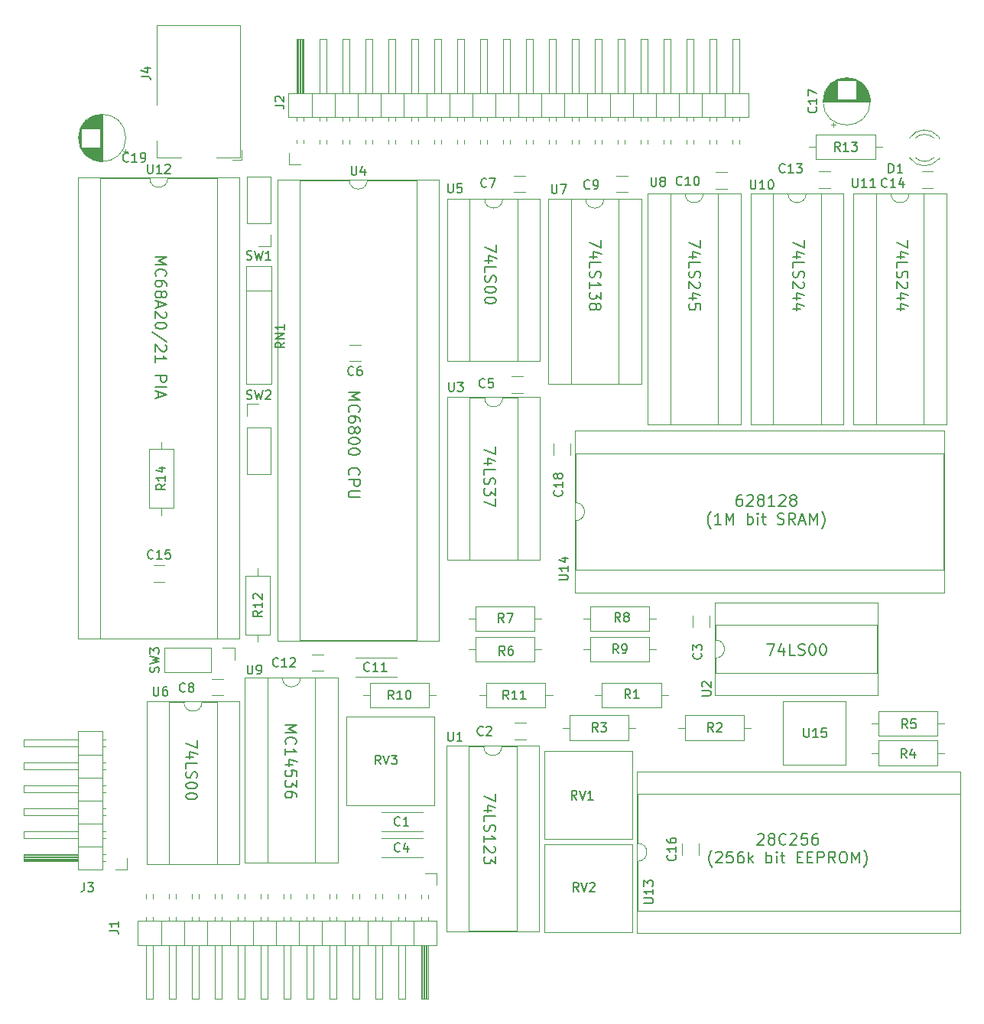
<source format=gto>
G04 #@! TF.GenerationSoftware,KiCad,Pcbnew,9.0.0*
G04 #@! TF.CreationDate,2025-04-04T21:25:26+09:00*
G04 #@! TF.ProjectId,K68-CPUB,4b36382d-4350-4554-922e-6b696361645f,rev?*
G04 #@! TF.SameCoordinates,PX5f5e100PY8f0d180*
G04 #@! TF.FileFunction,Legend,Top*
G04 #@! TF.FilePolarity,Positive*
%FSLAX46Y46*%
G04 Gerber Fmt 4.6, Leading zero omitted, Abs format (unit mm)*
G04 Created by KiCad (PCBNEW 9.0.0) date 2025-04-04 21:25:26*
%MOMM*%
%LPD*%
G01*
G04 APERTURE LIST*
%ADD10C,0.150000*%
%ADD11C,0.120000*%
G04 APERTURE END LIST*
D10*
X70279526Y77898809D02*
X70279526Y77065476D01*
X70279526Y77065476D02*
X69029526Y77601190D01*
X69862859Y76053571D02*
X69029526Y76053571D01*
X70339050Y76351190D02*
X69446192Y76648809D01*
X69446192Y76648809D02*
X69446192Y75875000D01*
X69029526Y74803571D02*
X69029526Y75398809D01*
X69029526Y75398809D02*
X70279526Y75398809D01*
X69089050Y74446428D02*
X69029526Y74267857D01*
X69029526Y74267857D02*
X69029526Y73970238D01*
X69029526Y73970238D02*
X69089050Y73851190D01*
X69089050Y73851190D02*
X69148573Y73791666D01*
X69148573Y73791666D02*
X69267621Y73732143D01*
X69267621Y73732143D02*
X69386669Y73732143D01*
X69386669Y73732143D02*
X69505716Y73791666D01*
X69505716Y73791666D02*
X69565240Y73851190D01*
X69565240Y73851190D02*
X69624764Y73970238D01*
X69624764Y73970238D02*
X69684288Y74208333D01*
X69684288Y74208333D02*
X69743811Y74327381D01*
X69743811Y74327381D02*
X69803335Y74386904D01*
X69803335Y74386904D02*
X69922383Y74446428D01*
X69922383Y74446428D02*
X70041430Y74446428D01*
X70041430Y74446428D02*
X70160478Y74386904D01*
X70160478Y74386904D02*
X70220002Y74327381D01*
X70220002Y74327381D02*
X70279526Y74208333D01*
X70279526Y74208333D02*
X70279526Y73910714D01*
X70279526Y73910714D02*
X70220002Y73732143D01*
X70160478Y73255952D02*
X70220002Y73196428D01*
X70220002Y73196428D02*
X70279526Y73077381D01*
X70279526Y73077381D02*
X70279526Y72779762D01*
X70279526Y72779762D02*
X70220002Y72660714D01*
X70220002Y72660714D02*
X70160478Y72601190D01*
X70160478Y72601190D02*
X70041430Y72541667D01*
X70041430Y72541667D02*
X69922383Y72541667D01*
X69922383Y72541667D02*
X69743811Y72601190D01*
X69743811Y72601190D02*
X69029526Y73315476D01*
X69029526Y73315476D02*
X69029526Y72541667D01*
X69862859Y71470238D02*
X69029526Y71470238D01*
X70339050Y71767857D02*
X69446192Y72065476D01*
X69446192Y72065476D02*
X69446192Y71291667D01*
X70279526Y70220238D02*
X70279526Y70815476D01*
X70279526Y70815476D02*
X69684288Y70875000D01*
X69684288Y70875000D02*
X69743811Y70815476D01*
X69743811Y70815476D02*
X69803335Y70696429D01*
X69803335Y70696429D02*
X69803335Y70398810D01*
X69803335Y70398810D02*
X69743811Y70279762D01*
X69743811Y70279762D02*
X69684288Y70220238D01*
X69684288Y70220238D02*
X69565240Y70160715D01*
X69565240Y70160715D02*
X69267621Y70160715D01*
X69267621Y70160715D02*
X69148573Y70220238D01*
X69148573Y70220238D02*
X69089050Y70279762D01*
X69089050Y70279762D02*
X69029526Y70398810D01*
X69029526Y70398810D02*
X69029526Y70696429D01*
X69029526Y70696429D02*
X69089050Y70815476D01*
X69089050Y70815476D02*
X69148573Y70875000D01*
X81779526Y77898809D02*
X81779526Y77065476D01*
X81779526Y77065476D02*
X80529526Y77601190D01*
X81362859Y76053571D02*
X80529526Y76053571D01*
X81839050Y76351190D02*
X80946192Y76648809D01*
X80946192Y76648809D02*
X80946192Y75875000D01*
X80529526Y74803571D02*
X80529526Y75398809D01*
X80529526Y75398809D02*
X81779526Y75398809D01*
X80589050Y74446428D02*
X80529526Y74267857D01*
X80529526Y74267857D02*
X80529526Y73970238D01*
X80529526Y73970238D02*
X80589050Y73851190D01*
X80589050Y73851190D02*
X80648573Y73791666D01*
X80648573Y73791666D02*
X80767621Y73732143D01*
X80767621Y73732143D02*
X80886669Y73732143D01*
X80886669Y73732143D02*
X81005716Y73791666D01*
X81005716Y73791666D02*
X81065240Y73851190D01*
X81065240Y73851190D02*
X81124764Y73970238D01*
X81124764Y73970238D02*
X81184288Y74208333D01*
X81184288Y74208333D02*
X81243811Y74327381D01*
X81243811Y74327381D02*
X81303335Y74386904D01*
X81303335Y74386904D02*
X81422383Y74446428D01*
X81422383Y74446428D02*
X81541430Y74446428D01*
X81541430Y74446428D02*
X81660478Y74386904D01*
X81660478Y74386904D02*
X81720002Y74327381D01*
X81720002Y74327381D02*
X81779526Y74208333D01*
X81779526Y74208333D02*
X81779526Y73910714D01*
X81779526Y73910714D02*
X81720002Y73732143D01*
X81660478Y73255952D02*
X81720002Y73196428D01*
X81720002Y73196428D02*
X81779526Y73077381D01*
X81779526Y73077381D02*
X81779526Y72779762D01*
X81779526Y72779762D02*
X81720002Y72660714D01*
X81720002Y72660714D02*
X81660478Y72601190D01*
X81660478Y72601190D02*
X81541430Y72541667D01*
X81541430Y72541667D02*
X81422383Y72541667D01*
X81422383Y72541667D02*
X81243811Y72601190D01*
X81243811Y72601190D02*
X80529526Y73315476D01*
X80529526Y73315476D02*
X80529526Y72541667D01*
X81362859Y71470238D02*
X80529526Y71470238D01*
X81839050Y71767857D02*
X80946192Y72065476D01*
X80946192Y72065476D02*
X80946192Y71291667D01*
X81362859Y70279762D02*
X80529526Y70279762D01*
X81839050Y70577381D02*
X80946192Y70875000D01*
X80946192Y70875000D02*
X80946192Y70101191D01*
X74861905Y49685742D02*
X74623810Y49685742D01*
X74623810Y49685742D02*
X74504762Y49626218D01*
X74504762Y49626218D02*
X74445238Y49566694D01*
X74445238Y49566694D02*
X74326191Y49388123D01*
X74326191Y49388123D02*
X74266667Y49150027D01*
X74266667Y49150027D02*
X74266667Y48673837D01*
X74266667Y48673837D02*
X74326191Y48554789D01*
X74326191Y48554789D02*
X74385714Y48495265D01*
X74385714Y48495265D02*
X74504762Y48435742D01*
X74504762Y48435742D02*
X74742857Y48435742D01*
X74742857Y48435742D02*
X74861905Y48495265D01*
X74861905Y48495265D02*
X74921429Y48554789D01*
X74921429Y48554789D02*
X74980952Y48673837D01*
X74980952Y48673837D02*
X74980952Y48971456D01*
X74980952Y48971456D02*
X74921429Y49090504D01*
X74921429Y49090504D02*
X74861905Y49150027D01*
X74861905Y49150027D02*
X74742857Y49209551D01*
X74742857Y49209551D02*
X74504762Y49209551D01*
X74504762Y49209551D02*
X74385714Y49150027D01*
X74385714Y49150027D02*
X74326191Y49090504D01*
X74326191Y49090504D02*
X74266667Y48971456D01*
X75457143Y49566694D02*
X75516667Y49626218D01*
X75516667Y49626218D02*
X75635714Y49685742D01*
X75635714Y49685742D02*
X75933333Y49685742D01*
X75933333Y49685742D02*
X76052381Y49626218D01*
X76052381Y49626218D02*
X76111905Y49566694D01*
X76111905Y49566694D02*
X76171428Y49447646D01*
X76171428Y49447646D02*
X76171428Y49328599D01*
X76171428Y49328599D02*
X76111905Y49150027D01*
X76111905Y49150027D02*
X75397619Y48435742D01*
X75397619Y48435742D02*
X76171428Y48435742D01*
X76885714Y49150027D02*
X76766666Y49209551D01*
X76766666Y49209551D02*
X76707143Y49269075D01*
X76707143Y49269075D02*
X76647619Y49388123D01*
X76647619Y49388123D02*
X76647619Y49447646D01*
X76647619Y49447646D02*
X76707143Y49566694D01*
X76707143Y49566694D02*
X76766666Y49626218D01*
X76766666Y49626218D02*
X76885714Y49685742D01*
X76885714Y49685742D02*
X77123809Y49685742D01*
X77123809Y49685742D02*
X77242857Y49626218D01*
X77242857Y49626218D02*
X77302381Y49566694D01*
X77302381Y49566694D02*
X77361904Y49447646D01*
X77361904Y49447646D02*
X77361904Y49388123D01*
X77361904Y49388123D02*
X77302381Y49269075D01*
X77302381Y49269075D02*
X77242857Y49209551D01*
X77242857Y49209551D02*
X77123809Y49150027D01*
X77123809Y49150027D02*
X76885714Y49150027D01*
X76885714Y49150027D02*
X76766666Y49090504D01*
X76766666Y49090504D02*
X76707143Y49030980D01*
X76707143Y49030980D02*
X76647619Y48911932D01*
X76647619Y48911932D02*
X76647619Y48673837D01*
X76647619Y48673837D02*
X76707143Y48554789D01*
X76707143Y48554789D02*
X76766666Y48495265D01*
X76766666Y48495265D02*
X76885714Y48435742D01*
X76885714Y48435742D02*
X77123809Y48435742D01*
X77123809Y48435742D02*
X77242857Y48495265D01*
X77242857Y48495265D02*
X77302381Y48554789D01*
X77302381Y48554789D02*
X77361904Y48673837D01*
X77361904Y48673837D02*
X77361904Y48911932D01*
X77361904Y48911932D02*
X77302381Y49030980D01*
X77302381Y49030980D02*
X77242857Y49090504D01*
X77242857Y49090504D02*
X77123809Y49150027D01*
X78552380Y48435742D02*
X77838095Y48435742D01*
X78195238Y48435742D02*
X78195238Y49685742D01*
X78195238Y49685742D02*
X78076190Y49507170D01*
X78076190Y49507170D02*
X77957142Y49388123D01*
X77957142Y49388123D02*
X77838095Y49328599D01*
X79028571Y49566694D02*
X79088095Y49626218D01*
X79088095Y49626218D02*
X79207142Y49685742D01*
X79207142Y49685742D02*
X79504761Y49685742D01*
X79504761Y49685742D02*
X79623809Y49626218D01*
X79623809Y49626218D02*
X79683333Y49566694D01*
X79683333Y49566694D02*
X79742856Y49447646D01*
X79742856Y49447646D02*
X79742856Y49328599D01*
X79742856Y49328599D02*
X79683333Y49150027D01*
X79683333Y49150027D02*
X78969047Y48435742D01*
X78969047Y48435742D02*
X79742856Y48435742D01*
X80457142Y49150027D02*
X80338094Y49209551D01*
X80338094Y49209551D02*
X80278571Y49269075D01*
X80278571Y49269075D02*
X80219047Y49388123D01*
X80219047Y49388123D02*
X80219047Y49447646D01*
X80219047Y49447646D02*
X80278571Y49566694D01*
X80278571Y49566694D02*
X80338094Y49626218D01*
X80338094Y49626218D02*
X80457142Y49685742D01*
X80457142Y49685742D02*
X80695237Y49685742D01*
X80695237Y49685742D02*
X80814285Y49626218D01*
X80814285Y49626218D02*
X80873809Y49566694D01*
X80873809Y49566694D02*
X80933332Y49447646D01*
X80933332Y49447646D02*
X80933332Y49388123D01*
X80933332Y49388123D02*
X80873809Y49269075D01*
X80873809Y49269075D02*
X80814285Y49209551D01*
X80814285Y49209551D02*
X80695237Y49150027D01*
X80695237Y49150027D02*
X80457142Y49150027D01*
X80457142Y49150027D02*
X80338094Y49090504D01*
X80338094Y49090504D02*
X80278571Y49030980D01*
X80278571Y49030980D02*
X80219047Y48911932D01*
X80219047Y48911932D02*
X80219047Y48673837D01*
X80219047Y48673837D02*
X80278571Y48554789D01*
X80278571Y48554789D02*
X80338094Y48495265D01*
X80338094Y48495265D02*
X80457142Y48435742D01*
X80457142Y48435742D02*
X80695237Y48435742D01*
X80695237Y48435742D02*
X80814285Y48495265D01*
X80814285Y48495265D02*
X80873809Y48554789D01*
X80873809Y48554789D02*
X80933332Y48673837D01*
X80933332Y48673837D02*
X80933332Y48911932D01*
X80933332Y48911932D02*
X80873809Y49030980D01*
X80873809Y49030980D02*
X80814285Y49090504D01*
X80814285Y49090504D02*
X80695237Y49150027D01*
X71469048Y45947121D02*
X71409525Y46006645D01*
X71409525Y46006645D02*
X71290477Y46185216D01*
X71290477Y46185216D02*
X71230953Y46304264D01*
X71230953Y46304264D02*
X71171429Y46482835D01*
X71171429Y46482835D02*
X71111906Y46780455D01*
X71111906Y46780455D02*
X71111906Y47018550D01*
X71111906Y47018550D02*
X71171429Y47316169D01*
X71171429Y47316169D02*
X71230953Y47494740D01*
X71230953Y47494740D02*
X71290477Y47613788D01*
X71290477Y47613788D02*
X71409525Y47792359D01*
X71409525Y47792359D02*
X71469048Y47851883D01*
X72600000Y46423312D02*
X71885715Y46423312D01*
X72242858Y46423312D02*
X72242858Y47673312D01*
X72242858Y47673312D02*
X72123810Y47494740D01*
X72123810Y47494740D02*
X72004762Y47375693D01*
X72004762Y47375693D02*
X71885715Y47316169D01*
X73135715Y46423312D02*
X73135715Y47673312D01*
X73135715Y47673312D02*
X73552381Y46780455D01*
X73552381Y46780455D02*
X73969048Y47673312D01*
X73969048Y47673312D02*
X73969048Y46423312D01*
X75516667Y46423312D02*
X75516667Y47673312D01*
X75516667Y47197121D02*
X75635714Y47256645D01*
X75635714Y47256645D02*
X75873809Y47256645D01*
X75873809Y47256645D02*
X75992857Y47197121D01*
X75992857Y47197121D02*
X76052381Y47137597D01*
X76052381Y47137597D02*
X76111905Y47018550D01*
X76111905Y47018550D02*
X76111905Y46661407D01*
X76111905Y46661407D02*
X76052381Y46542359D01*
X76052381Y46542359D02*
X75992857Y46482835D01*
X75992857Y46482835D02*
X75873809Y46423312D01*
X75873809Y46423312D02*
X75635714Y46423312D01*
X75635714Y46423312D02*
X75516667Y46482835D01*
X76647619Y46423312D02*
X76647619Y47256645D01*
X76647619Y47673312D02*
X76588095Y47613788D01*
X76588095Y47613788D02*
X76647619Y47554264D01*
X76647619Y47554264D02*
X76707142Y47613788D01*
X76707142Y47613788D02*
X76647619Y47673312D01*
X76647619Y47673312D02*
X76647619Y47554264D01*
X77064285Y47256645D02*
X77540476Y47256645D01*
X77242857Y47673312D02*
X77242857Y46601883D01*
X77242857Y46601883D02*
X77302380Y46482835D01*
X77302380Y46482835D02*
X77421428Y46423312D01*
X77421428Y46423312D02*
X77540476Y46423312D01*
X78850000Y46482835D02*
X79028571Y46423312D01*
X79028571Y46423312D02*
X79326190Y46423312D01*
X79326190Y46423312D02*
X79445238Y46482835D01*
X79445238Y46482835D02*
X79504762Y46542359D01*
X79504762Y46542359D02*
X79564285Y46661407D01*
X79564285Y46661407D02*
X79564285Y46780455D01*
X79564285Y46780455D02*
X79504762Y46899502D01*
X79504762Y46899502D02*
X79445238Y46959026D01*
X79445238Y46959026D02*
X79326190Y47018550D01*
X79326190Y47018550D02*
X79088095Y47078074D01*
X79088095Y47078074D02*
X78969047Y47137597D01*
X78969047Y47137597D02*
X78909524Y47197121D01*
X78909524Y47197121D02*
X78850000Y47316169D01*
X78850000Y47316169D02*
X78850000Y47435216D01*
X78850000Y47435216D02*
X78909524Y47554264D01*
X78909524Y47554264D02*
X78969047Y47613788D01*
X78969047Y47613788D02*
X79088095Y47673312D01*
X79088095Y47673312D02*
X79385714Y47673312D01*
X79385714Y47673312D02*
X79564285Y47613788D01*
X80814285Y46423312D02*
X80397619Y47018550D01*
X80100000Y46423312D02*
X80100000Y47673312D01*
X80100000Y47673312D02*
X80576190Y47673312D01*
X80576190Y47673312D02*
X80695238Y47613788D01*
X80695238Y47613788D02*
X80754761Y47554264D01*
X80754761Y47554264D02*
X80814285Y47435216D01*
X80814285Y47435216D02*
X80814285Y47256645D01*
X80814285Y47256645D02*
X80754761Y47137597D01*
X80754761Y47137597D02*
X80695238Y47078074D01*
X80695238Y47078074D02*
X80576190Y47018550D01*
X80576190Y47018550D02*
X80100000Y47018550D01*
X81290476Y46780455D02*
X81885714Y46780455D01*
X81171428Y46423312D02*
X81588095Y47673312D01*
X81588095Y47673312D02*
X82004761Y46423312D01*
X82421429Y46423312D02*
X82421429Y47673312D01*
X82421429Y47673312D02*
X82838095Y46780455D01*
X82838095Y46780455D02*
X83254762Y47673312D01*
X83254762Y47673312D02*
X83254762Y46423312D01*
X83730952Y45947121D02*
X83790476Y46006645D01*
X83790476Y46006645D02*
X83909523Y46185216D01*
X83909523Y46185216D02*
X83969047Y46304264D01*
X83969047Y46304264D02*
X84028571Y46482835D01*
X84028571Y46482835D02*
X84088095Y46780455D01*
X84088095Y46780455D02*
X84088095Y47018550D01*
X84088095Y47018550D02*
X84028571Y47316169D01*
X84028571Y47316169D02*
X83969047Y47494740D01*
X83969047Y47494740D02*
X83909523Y47613788D01*
X83909523Y47613788D02*
X83790476Y47792359D01*
X83790476Y47792359D02*
X83730952Y47851883D01*
X77696429Y33179527D02*
X78529762Y33179527D01*
X78529762Y33179527D02*
X77994048Y31929527D01*
X79541667Y32762860D02*
X79541667Y31929527D01*
X79244048Y33239050D02*
X78946429Y32346193D01*
X78946429Y32346193D02*
X79720238Y32346193D01*
X80791667Y31929527D02*
X80196429Y31929527D01*
X80196429Y31929527D02*
X80196429Y33179527D01*
X81148810Y31989050D02*
X81327381Y31929527D01*
X81327381Y31929527D02*
X81625000Y31929527D01*
X81625000Y31929527D02*
X81744048Y31989050D01*
X81744048Y31989050D02*
X81803572Y32048574D01*
X81803572Y32048574D02*
X81863095Y32167622D01*
X81863095Y32167622D02*
X81863095Y32286670D01*
X81863095Y32286670D02*
X81803572Y32405717D01*
X81803572Y32405717D02*
X81744048Y32465241D01*
X81744048Y32465241D02*
X81625000Y32524765D01*
X81625000Y32524765D02*
X81386905Y32584289D01*
X81386905Y32584289D02*
X81267857Y32643812D01*
X81267857Y32643812D02*
X81208334Y32703336D01*
X81208334Y32703336D02*
X81148810Y32822384D01*
X81148810Y32822384D02*
X81148810Y32941431D01*
X81148810Y32941431D02*
X81208334Y33060479D01*
X81208334Y33060479D02*
X81267857Y33120003D01*
X81267857Y33120003D02*
X81386905Y33179527D01*
X81386905Y33179527D02*
X81684524Y33179527D01*
X81684524Y33179527D02*
X81863095Y33120003D01*
X82636905Y33179527D02*
X82755952Y33179527D01*
X82755952Y33179527D02*
X82875000Y33120003D01*
X82875000Y33120003D02*
X82934524Y33060479D01*
X82934524Y33060479D02*
X82994048Y32941431D01*
X82994048Y32941431D02*
X83053571Y32703336D01*
X83053571Y32703336D02*
X83053571Y32405717D01*
X83053571Y32405717D02*
X82994048Y32167622D01*
X82994048Y32167622D02*
X82934524Y32048574D01*
X82934524Y32048574D02*
X82875000Y31989050D01*
X82875000Y31989050D02*
X82755952Y31929527D01*
X82755952Y31929527D02*
X82636905Y31929527D01*
X82636905Y31929527D02*
X82517857Y31989050D01*
X82517857Y31989050D02*
X82458333Y32048574D01*
X82458333Y32048574D02*
X82398810Y32167622D01*
X82398810Y32167622D02*
X82339286Y32405717D01*
X82339286Y32405717D02*
X82339286Y32703336D01*
X82339286Y32703336D02*
X82398810Y32941431D01*
X82398810Y32941431D02*
X82458333Y33060479D01*
X82458333Y33060479D02*
X82517857Y33120003D01*
X82517857Y33120003D02*
X82636905Y33179527D01*
X83827381Y33179527D02*
X83946428Y33179527D01*
X83946428Y33179527D02*
X84065476Y33120003D01*
X84065476Y33120003D02*
X84125000Y33060479D01*
X84125000Y33060479D02*
X84184524Y32941431D01*
X84184524Y32941431D02*
X84244047Y32703336D01*
X84244047Y32703336D02*
X84244047Y32405717D01*
X84244047Y32405717D02*
X84184524Y32167622D01*
X84184524Y32167622D02*
X84125000Y32048574D01*
X84125000Y32048574D02*
X84065476Y31989050D01*
X84065476Y31989050D02*
X83946428Y31929527D01*
X83946428Y31929527D02*
X83827381Y31929527D01*
X83827381Y31929527D02*
X83708333Y31989050D01*
X83708333Y31989050D02*
X83648809Y32048574D01*
X83648809Y32048574D02*
X83589286Y32167622D01*
X83589286Y32167622D02*
X83529762Y32405717D01*
X83529762Y32405717D02*
X83529762Y32703336D01*
X83529762Y32703336D02*
X83589286Y32941431D01*
X83589286Y32941431D02*
X83648809Y33060479D01*
X83648809Y33060479D02*
X83708333Y33120003D01*
X83708333Y33120003D02*
X83827381Y33179527D01*
X76636905Y12066694D02*
X76696429Y12126218D01*
X76696429Y12126218D02*
X76815476Y12185742D01*
X76815476Y12185742D02*
X77113095Y12185742D01*
X77113095Y12185742D02*
X77232143Y12126218D01*
X77232143Y12126218D02*
X77291667Y12066694D01*
X77291667Y12066694D02*
X77351190Y11947646D01*
X77351190Y11947646D02*
X77351190Y11828599D01*
X77351190Y11828599D02*
X77291667Y11650027D01*
X77291667Y11650027D02*
X76577381Y10935742D01*
X76577381Y10935742D02*
X77351190Y10935742D01*
X78065476Y11650027D02*
X77946428Y11709551D01*
X77946428Y11709551D02*
X77886905Y11769075D01*
X77886905Y11769075D02*
X77827381Y11888123D01*
X77827381Y11888123D02*
X77827381Y11947646D01*
X77827381Y11947646D02*
X77886905Y12066694D01*
X77886905Y12066694D02*
X77946428Y12126218D01*
X77946428Y12126218D02*
X78065476Y12185742D01*
X78065476Y12185742D02*
X78303571Y12185742D01*
X78303571Y12185742D02*
X78422619Y12126218D01*
X78422619Y12126218D02*
X78482143Y12066694D01*
X78482143Y12066694D02*
X78541666Y11947646D01*
X78541666Y11947646D02*
X78541666Y11888123D01*
X78541666Y11888123D02*
X78482143Y11769075D01*
X78482143Y11769075D02*
X78422619Y11709551D01*
X78422619Y11709551D02*
X78303571Y11650027D01*
X78303571Y11650027D02*
X78065476Y11650027D01*
X78065476Y11650027D02*
X77946428Y11590504D01*
X77946428Y11590504D02*
X77886905Y11530980D01*
X77886905Y11530980D02*
X77827381Y11411932D01*
X77827381Y11411932D02*
X77827381Y11173837D01*
X77827381Y11173837D02*
X77886905Y11054789D01*
X77886905Y11054789D02*
X77946428Y10995265D01*
X77946428Y10995265D02*
X78065476Y10935742D01*
X78065476Y10935742D02*
X78303571Y10935742D01*
X78303571Y10935742D02*
X78422619Y10995265D01*
X78422619Y10995265D02*
X78482143Y11054789D01*
X78482143Y11054789D02*
X78541666Y11173837D01*
X78541666Y11173837D02*
X78541666Y11411932D01*
X78541666Y11411932D02*
X78482143Y11530980D01*
X78482143Y11530980D02*
X78422619Y11590504D01*
X78422619Y11590504D02*
X78303571Y11650027D01*
X79791666Y11054789D02*
X79732142Y10995265D01*
X79732142Y10995265D02*
X79553571Y10935742D01*
X79553571Y10935742D02*
X79434523Y10935742D01*
X79434523Y10935742D02*
X79255952Y10995265D01*
X79255952Y10995265D02*
X79136904Y11114313D01*
X79136904Y11114313D02*
X79077381Y11233361D01*
X79077381Y11233361D02*
X79017857Y11471456D01*
X79017857Y11471456D02*
X79017857Y11650027D01*
X79017857Y11650027D02*
X79077381Y11888123D01*
X79077381Y11888123D02*
X79136904Y12007170D01*
X79136904Y12007170D02*
X79255952Y12126218D01*
X79255952Y12126218D02*
X79434523Y12185742D01*
X79434523Y12185742D02*
X79553571Y12185742D01*
X79553571Y12185742D02*
X79732142Y12126218D01*
X79732142Y12126218D02*
X79791666Y12066694D01*
X80267857Y12066694D02*
X80327381Y12126218D01*
X80327381Y12126218D02*
X80446428Y12185742D01*
X80446428Y12185742D02*
X80744047Y12185742D01*
X80744047Y12185742D02*
X80863095Y12126218D01*
X80863095Y12126218D02*
X80922619Y12066694D01*
X80922619Y12066694D02*
X80982142Y11947646D01*
X80982142Y11947646D02*
X80982142Y11828599D01*
X80982142Y11828599D02*
X80922619Y11650027D01*
X80922619Y11650027D02*
X80208333Y10935742D01*
X80208333Y10935742D02*
X80982142Y10935742D01*
X82113095Y12185742D02*
X81517857Y12185742D01*
X81517857Y12185742D02*
X81458333Y11590504D01*
X81458333Y11590504D02*
X81517857Y11650027D01*
X81517857Y11650027D02*
X81636904Y11709551D01*
X81636904Y11709551D02*
X81934523Y11709551D01*
X81934523Y11709551D02*
X82053571Y11650027D01*
X82053571Y11650027D02*
X82113095Y11590504D01*
X82113095Y11590504D02*
X82172618Y11471456D01*
X82172618Y11471456D02*
X82172618Y11173837D01*
X82172618Y11173837D02*
X82113095Y11054789D01*
X82113095Y11054789D02*
X82053571Y10995265D01*
X82053571Y10995265D02*
X81934523Y10935742D01*
X81934523Y10935742D02*
X81636904Y10935742D01*
X81636904Y10935742D02*
X81517857Y10995265D01*
X81517857Y10995265D02*
X81458333Y11054789D01*
X83244047Y12185742D02*
X83005952Y12185742D01*
X83005952Y12185742D02*
X82886904Y12126218D01*
X82886904Y12126218D02*
X82827380Y12066694D01*
X82827380Y12066694D02*
X82708333Y11888123D01*
X82708333Y11888123D02*
X82648809Y11650027D01*
X82648809Y11650027D02*
X82648809Y11173837D01*
X82648809Y11173837D02*
X82708333Y11054789D01*
X82708333Y11054789D02*
X82767856Y10995265D01*
X82767856Y10995265D02*
X82886904Y10935742D01*
X82886904Y10935742D02*
X83124999Y10935742D01*
X83124999Y10935742D02*
X83244047Y10995265D01*
X83244047Y10995265D02*
X83303571Y11054789D01*
X83303571Y11054789D02*
X83363094Y11173837D01*
X83363094Y11173837D02*
X83363094Y11471456D01*
X83363094Y11471456D02*
X83303571Y11590504D01*
X83303571Y11590504D02*
X83244047Y11650027D01*
X83244047Y11650027D02*
X83124999Y11709551D01*
X83124999Y11709551D02*
X82886904Y11709551D01*
X82886904Y11709551D02*
X82767856Y11650027D01*
X82767856Y11650027D02*
X82708333Y11590504D01*
X82708333Y11590504D02*
X82648809Y11471456D01*
X71607143Y8447121D02*
X71547620Y8506645D01*
X71547620Y8506645D02*
X71428572Y8685216D01*
X71428572Y8685216D02*
X71369048Y8804264D01*
X71369048Y8804264D02*
X71309524Y8982835D01*
X71309524Y8982835D02*
X71250001Y9280455D01*
X71250001Y9280455D02*
X71250001Y9518550D01*
X71250001Y9518550D02*
X71309524Y9816169D01*
X71309524Y9816169D02*
X71369048Y9994740D01*
X71369048Y9994740D02*
X71428572Y10113788D01*
X71428572Y10113788D02*
X71547620Y10292359D01*
X71547620Y10292359D02*
X71607143Y10351883D01*
X72023810Y10054264D02*
X72083334Y10113788D01*
X72083334Y10113788D02*
X72202381Y10173312D01*
X72202381Y10173312D02*
X72500000Y10173312D01*
X72500000Y10173312D02*
X72619048Y10113788D01*
X72619048Y10113788D02*
X72678572Y10054264D01*
X72678572Y10054264D02*
X72738095Y9935216D01*
X72738095Y9935216D02*
X72738095Y9816169D01*
X72738095Y9816169D02*
X72678572Y9637597D01*
X72678572Y9637597D02*
X71964286Y8923312D01*
X71964286Y8923312D02*
X72738095Y8923312D01*
X73869048Y10173312D02*
X73273810Y10173312D01*
X73273810Y10173312D02*
X73214286Y9578074D01*
X73214286Y9578074D02*
X73273810Y9637597D01*
X73273810Y9637597D02*
X73392857Y9697121D01*
X73392857Y9697121D02*
X73690476Y9697121D01*
X73690476Y9697121D02*
X73809524Y9637597D01*
X73809524Y9637597D02*
X73869048Y9578074D01*
X73869048Y9578074D02*
X73928571Y9459026D01*
X73928571Y9459026D02*
X73928571Y9161407D01*
X73928571Y9161407D02*
X73869048Y9042359D01*
X73869048Y9042359D02*
X73809524Y8982835D01*
X73809524Y8982835D02*
X73690476Y8923312D01*
X73690476Y8923312D02*
X73392857Y8923312D01*
X73392857Y8923312D02*
X73273810Y8982835D01*
X73273810Y8982835D02*
X73214286Y9042359D01*
X75000000Y10173312D02*
X74761905Y10173312D01*
X74761905Y10173312D02*
X74642857Y10113788D01*
X74642857Y10113788D02*
X74583333Y10054264D01*
X74583333Y10054264D02*
X74464286Y9875693D01*
X74464286Y9875693D02*
X74404762Y9637597D01*
X74404762Y9637597D02*
X74404762Y9161407D01*
X74404762Y9161407D02*
X74464286Y9042359D01*
X74464286Y9042359D02*
X74523809Y8982835D01*
X74523809Y8982835D02*
X74642857Y8923312D01*
X74642857Y8923312D02*
X74880952Y8923312D01*
X74880952Y8923312D02*
X75000000Y8982835D01*
X75000000Y8982835D02*
X75059524Y9042359D01*
X75059524Y9042359D02*
X75119047Y9161407D01*
X75119047Y9161407D02*
X75119047Y9459026D01*
X75119047Y9459026D02*
X75059524Y9578074D01*
X75059524Y9578074D02*
X75000000Y9637597D01*
X75000000Y9637597D02*
X74880952Y9697121D01*
X74880952Y9697121D02*
X74642857Y9697121D01*
X74642857Y9697121D02*
X74523809Y9637597D01*
X74523809Y9637597D02*
X74464286Y9578074D01*
X74464286Y9578074D02*
X74404762Y9459026D01*
X75654762Y8923312D02*
X75654762Y10173312D01*
X75773809Y9399502D02*
X76130952Y8923312D01*
X76130952Y9756645D02*
X75654762Y9280455D01*
X77619048Y8923312D02*
X77619048Y10173312D01*
X77619048Y9697121D02*
X77738095Y9756645D01*
X77738095Y9756645D02*
X77976190Y9756645D01*
X77976190Y9756645D02*
X78095238Y9697121D01*
X78095238Y9697121D02*
X78154762Y9637597D01*
X78154762Y9637597D02*
X78214286Y9518550D01*
X78214286Y9518550D02*
X78214286Y9161407D01*
X78214286Y9161407D02*
X78154762Y9042359D01*
X78154762Y9042359D02*
X78095238Y8982835D01*
X78095238Y8982835D02*
X77976190Y8923312D01*
X77976190Y8923312D02*
X77738095Y8923312D01*
X77738095Y8923312D02*
X77619048Y8982835D01*
X78750000Y8923312D02*
X78750000Y9756645D01*
X78750000Y10173312D02*
X78690476Y10113788D01*
X78690476Y10113788D02*
X78750000Y10054264D01*
X78750000Y10054264D02*
X78809523Y10113788D01*
X78809523Y10113788D02*
X78750000Y10173312D01*
X78750000Y10173312D02*
X78750000Y10054264D01*
X79166666Y9756645D02*
X79642857Y9756645D01*
X79345238Y10173312D02*
X79345238Y9101883D01*
X79345238Y9101883D02*
X79404761Y8982835D01*
X79404761Y8982835D02*
X79523809Y8923312D01*
X79523809Y8923312D02*
X79642857Y8923312D01*
X81011905Y9578074D02*
X81428571Y9578074D01*
X81607143Y8923312D02*
X81011905Y8923312D01*
X81011905Y8923312D02*
X81011905Y10173312D01*
X81011905Y10173312D02*
X81607143Y10173312D01*
X82142857Y9578074D02*
X82559523Y9578074D01*
X82738095Y8923312D02*
X82142857Y8923312D01*
X82142857Y8923312D02*
X82142857Y10173312D01*
X82142857Y10173312D02*
X82738095Y10173312D01*
X83273809Y8923312D02*
X83273809Y10173312D01*
X83273809Y10173312D02*
X83749999Y10173312D01*
X83749999Y10173312D02*
X83869047Y10113788D01*
X83869047Y10113788D02*
X83928570Y10054264D01*
X83928570Y10054264D02*
X83988094Y9935216D01*
X83988094Y9935216D02*
X83988094Y9756645D01*
X83988094Y9756645D02*
X83928570Y9637597D01*
X83928570Y9637597D02*
X83869047Y9578074D01*
X83869047Y9578074D02*
X83749999Y9518550D01*
X83749999Y9518550D02*
X83273809Y9518550D01*
X85238094Y8923312D02*
X84821428Y9518550D01*
X84523809Y8923312D02*
X84523809Y10173312D01*
X84523809Y10173312D02*
X84999999Y10173312D01*
X84999999Y10173312D02*
X85119047Y10113788D01*
X85119047Y10113788D02*
X85178570Y10054264D01*
X85178570Y10054264D02*
X85238094Y9935216D01*
X85238094Y9935216D02*
X85238094Y9756645D01*
X85238094Y9756645D02*
X85178570Y9637597D01*
X85178570Y9637597D02*
X85119047Y9578074D01*
X85119047Y9578074D02*
X84999999Y9518550D01*
X84999999Y9518550D02*
X84523809Y9518550D01*
X86011904Y10173312D02*
X86249999Y10173312D01*
X86249999Y10173312D02*
X86369047Y10113788D01*
X86369047Y10113788D02*
X86488094Y9994740D01*
X86488094Y9994740D02*
X86547618Y9756645D01*
X86547618Y9756645D02*
X86547618Y9339978D01*
X86547618Y9339978D02*
X86488094Y9101883D01*
X86488094Y9101883D02*
X86369047Y8982835D01*
X86369047Y8982835D02*
X86249999Y8923312D01*
X86249999Y8923312D02*
X86011904Y8923312D01*
X86011904Y8923312D02*
X85892856Y8982835D01*
X85892856Y8982835D02*
X85773809Y9101883D01*
X85773809Y9101883D02*
X85714285Y9339978D01*
X85714285Y9339978D02*
X85714285Y9756645D01*
X85714285Y9756645D02*
X85773809Y9994740D01*
X85773809Y9994740D02*
X85892856Y10113788D01*
X85892856Y10113788D02*
X86011904Y10173312D01*
X87083333Y8923312D02*
X87083333Y10173312D01*
X87083333Y10173312D02*
X87499999Y9280455D01*
X87499999Y9280455D02*
X87916666Y10173312D01*
X87916666Y10173312D02*
X87916666Y8923312D01*
X88392856Y8447121D02*
X88452380Y8506645D01*
X88452380Y8506645D02*
X88571427Y8685216D01*
X88571427Y8685216D02*
X88630951Y8804264D01*
X88630951Y8804264D02*
X88690475Y8982835D01*
X88690475Y8982835D02*
X88749999Y9280455D01*
X88749999Y9280455D02*
X88749999Y9518550D01*
X88749999Y9518550D02*
X88690475Y9816169D01*
X88690475Y9816169D02*
X88630951Y9994740D01*
X88630951Y9994740D02*
X88571427Y10113788D01*
X88571427Y10113788D02*
X88452380Y10292359D01*
X88452380Y10292359D02*
X88392856Y10351883D01*
X47579526Y16598809D02*
X47579526Y15765476D01*
X47579526Y15765476D02*
X46329526Y16301190D01*
X47162859Y14753571D02*
X46329526Y14753571D01*
X47639050Y15051190D02*
X46746192Y15348809D01*
X46746192Y15348809D02*
X46746192Y14575000D01*
X46329526Y13503571D02*
X46329526Y14098809D01*
X46329526Y14098809D02*
X47579526Y14098809D01*
X46389050Y13146428D02*
X46329526Y12967857D01*
X46329526Y12967857D02*
X46329526Y12670238D01*
X46329526Y12670238D02*
X46389050Y12551190D01*
X46389050Y12551190D02*
X46448573Y12491666D01*
X46448573Y12491666D02*
X46567621Y12432143D01*
X46567621Y12432143D02*
X46686669Y12432143D01*
X46686669Y12432143D02*
X46805716Y12491666D01*
X46805716Y12491666D02*
X46865240Y12551190D01*
X46865240Y12551190D02*
X46924764Y12670238D01*
X46924764Y12670238D02*
X46984288Y12908333D01*
X46984288Y12908333D02*
X47043811Y13027381D01*
X47043811Y13027381D02*
X47103335Y13086904D01*
X47103335Y13086904D02*
X47222383Y13146428D01*
X47222383Y13146428D02*
X47341430Y13146428D01*
X47341430Y13146428D02*
X47460478Y13086904D01*
X47460478Y13086904D02*
X47520002Y13027381D01*
X47520002Y13027381D02*
X47579526Y12908333D01*
X47579526Y12908333D02*
X47579526Y12610714D01*
X47579526Y12610714D02*
X47520002Y12432143D01*
X46329526Y11241667D02*
X46329526Y11955952D01*
X46329526Y11598809D02*
X47579526Y11598809D01*
X47579526Y11598809D02*
X47400954Y11717857D01*
X47400954Y11717857D02*
X47281907Y11836905D01*
X47281907Y11836905D02*
X47222383Y11955952D01*
X47460478Y10765476D02*
X47520002Y10705952D01*
X47520002Y10705952D02*
X47579526Y10586905D01*
X47579526Y10586905D02*
X47579526Y10289286D01*
X47579526Y10289286D02*
X47520002Y10170238D01*
X47520002Y10170238D02*
X47460478Y10110714D01*
X47460478Y10110714D02*
X47341430Y10051191D01*
X47341430Y10051191D02*
X47222383Y10051191D01*
X47222383Y10051191D02*
X47043811Y10110714D01*
X47043811Y10110714D02*
X46329526Y10825000D01*
X46329526Y10825000D02*
X46329526Y10051191D01*
X47579526Y9634524D02*
X47579526Y8860715D01*
X47579526Y8860715D02*
X47103335Y9277381D01*
X47103335Y9277381D02*
X47103335Y9098810D01*
X47103335Y9098810D02*
X47043811Y8979762D01*
X47043811Y8979762D02*
X46984288Y8920238D01*
X46984288Y8920238D02*
X46865240Y8860715D01*
X46865240Y8860715D02*
X46567621Y8860715D01*
X46567621Y8860715D02*
X46448573Y8920238D01*
X46448573Y8920238D02*
X46389050Y8979762D01*
X46389050Y8979762D02*
X46329526Y9098810D01*
X46329526Y9098810D02*
X46329526Y9455953D01*
X46329526Y9455953D02*
X46389050Y9575000D01*
X46389050Y9575000D02*
X46448573Y9634524D01*
X14579526Y22503571D02*
X14579526Y21670238D01*
X14579526Y21670238D02*
X13329526Y22205952D01*
X14162859Y20658333D02*
X13329526Y20658333D01*
X14639050Y20955952D02*
X13746192Y21253571D01*
X13746192Y21253571D02*
X13746192Y20479762D01*
X13329526Y19408333D02*
X13329526Y20003571D01*
X13329526Y20003571D02*
X14579526Y20003571D01*
X13389050Y19051190D02*
X13329526Y18872619D01*
X13329526Y18872619D02*
X13329526Y18575000D01*
X13329526Y18575000D02*
X13389050Y18455952D01*
X13389050Y18455952D02*
X13448573Y18396428D01*
X13448573Y18396428D02*
X13567621Y18336905D01*
X13567621Y18336905D02*
X13686669Y18336905D01*
X13686669Y18336905D02*
X13805716Y18396428D01*
X13805716Y18396428D02*
X13865240Y18455952D01*
X13865240Y18455952D02*
X13924764Y18575000D01*
X13924764Y18575000D02*
X13984288Y18813095D01*
X13984288Y18813095D02*
X14043811Y18932143D01*
X14043811Y18932143D02*
X14103335Y18991666D01*
X14103335Y18991666D02*
X14222383Y19051190D01*
X14222383Y19051190D02*
X14341430Y19051190D01*
X14341430Y19051190D02*
X14460478Y18991666D01*
X14460478Y18991666D02*
X14520002Y18932143D01*
X14520002Y18932143D02*
X14579526Y18813095D01*
X14579526Y18813095D02*
X14579526Y18515476D01*
X14579526Y18515476D02*
X14520002Y18336905D01*
X14579526Y17563095D02*
X14579526Y17444048D01*
X14579526Y17444048D02*
X14520002Y17325000D01*
X14520002Y17325000D02*
X14460478Y17265476D01*
X14460478Y17265476D02*
X14341430Y17205952D01*
X14341430Y17205952D02*
X14103335Y17146429D01*
X14103335Y17146429D02*
X13805716Y17146429D01*
X13805716Y17146429D02*
X13567621Y17205952D01*
X13567621Y17205952D02*
X13448573Y17265476D01*
X13448573Y17265476D02*
X13389050Y17325000D01*
X13389050Y17325000D02*
X13329526Y17444048D01*
X13329526Y17444048D02*
X13329526Y17563095D01*
X13329526Y17563095D02*
X13389050Y17682143D01*
X13389050Y17682143D02*
X13448573Y17741667D01*
X13448573Y17741667D02*
X13567621Y17801190D01*
X13567621Y17801190D02*
X13805716Y17860714D01*
X13805716Y17860714D02*
X14103335Y17860714D01*
X14103335Y17860714D02*
X14341430Y17801190D01*
X14341430Y17801190D02*
X14460478Y17741667D01*
X14460478Y17741667D02*
X14520002Y17682143D01*
X14520002Y17682143D02*
X14579526Y17563095D01*
X14579526Y16372619D02*
X14579526Y16253572D01*
X14579526Y16253572D02*
X14520002Y16134524D01*
X14520002Y16134524D02*
X14460478Y16075000D01*
X14460478Y16075000D02*
X14341430Y16015476D01*
X14341430Y16015476D02*
X14103335Y15955953D01*
X14103335Y15955953D02*
X13805716Y15955953D01*
X13805716Y15955953D02*
X13567621Y16015476D01*
X13567621Y16015476D02*
X13448573Y16075000D01*
X13448573Y16075000D02*
X13389050Y16134524D01*
X13389050Y16134524D02*
X13329526Y16253572D01*
X13329526Y16253572D02*
X13329526Y16372619D01*
X13329526Y16372619D02*
X13389050Y16491667D01*
X13389050Y16491667D02*
X13448573Y16551191D01*
X13448573Y16551191D02*
X13567621Y16610714D01*
X13567621Y16610714D02*
X13805716Y16670238D01*
X13805716Y16670238D02*
X14103335Y16670238D01*
X14103335Y16670238D02*
X14341430Y16610714D01*
X14341430Y16610714D02*
X14460478Y16551191D01*
X14460478Y16551191D02*
X14520002Y16491667D01*
X14520002Y16491667D02*
X14579526Y16372619D01*
X31329526Y61003571D02*
X32579526Y61003571D01*
X32579526Y61003571D02*
X31686669Y60586905D01*
X31686669Y60586905D02*
X32579526Y60170238D01*
X32579526Y60170238D02*
X31329526Y60170238D01*
X31448573Y58860715D02*
X31389050Y58920239D01*
X31389050Y58920239D02*
X31329526Y59098810D01*
X31329526Y59098810D02*
X31329526Y59217858D01*
X31329526Y59217858D02*
X31389050Y59396429D01*
X31389050Y59396429D02*
X31508097Y59515477D01*
X31508097Y59515477D02*
X31627145Y59575000D01*
X31627145Y59575000D02*
X31865240Y59634524D01*
X31865240Y59634524D02*
X32043811Y59634524D01*
X32043811Y59634524D02*
X32281907Y59575000D01*
X32281907Y59575000D02*
X32400954Y59515477D01*
X32400954Y59515477D02*
X32520002Y59396429D01*
X32520002Y59396429D02*
X32579526Y59217858D01*
X32579526Y59217858D02*
X32579526Y59098810D01*
X32579526Y59098810D02*
X32520002Y58920239D01*
X32520002Y58920239D02*
X32460478Y58860715D01*
X32579526Y57789286D02*
X32579526Y58027381D01*
X32579526Y58027381D02*
X32520002Y58146429D01*
X32520002Y58146429D02*
X32460478Y58205953D01*
X32460478Y58205953D02*
X32281907Y58325000D01*
X32281907Y58325000D02*
X32043811Y58384524D01*
X32043811Y58384524D02*
X31567621Y58384524D01*
X31567621Y58384524D02*
X31448573Y58325000D01*
X31448573Y58325000D02*
X31389050Y58265477D01*
X31389050Y58265477D02*
X31329526Y58146429D01*
X31329526Y58146429D02*
X31329526Y57908334D01*
X31329526Y57908334D02*
X31389050Y57789286D01*
X31389050Y57789286D02*
X31448573Y57729762D01*
X31448573Y57729762D02*
X31567621Y57670239D01*
X31567621Y57670239D02*
X31865240Y57670239D01*
X31865240Y57670239D02*
X31984288Y57729762D01*
X31984288Y57729762D02*
X32043811Y57789286D01*
X32043811Y57789286D02*
X32103335Y57908334D01*
X32103335Y57908334D02*
X32103335Y58146429D01*
X32103335Y58146429D02*
X32043811Y58265477D01*
X32043811Y58265477D02*
X31984288Y58325000D01*
X31984288Y58325000D02*
X31865240Y58384524D01*
X32043811Y56955953D02*
X32103335Y57075001D01*
X32103335Y57075001D02*
X32162859Y57134524D01*
X32162859Y57134524D02*
X32281907Y57194048D01*
X32281907Y57194048D02*
X32341430Y57194048D01*
X32341430Y57194048D02*
X32460478Y57134524D01*
X32460478Y57134524D02*
X32520002Y57075001D01*
X32520002Y57075001D02*
X32579526Y56955953D01*
X32579526Y56955953D02*
X32579526Y56717858D01*
X32579526Y56717858D02*
X32520002Y56598810D01*
X32520002Y56598810D02*
X32460478Y56539286D01*
X32460478Y56539286D02*
X32341430Y56479763D01*
X32341430Y56479763D02*
X32281907Y56479763D01*
X32281907Y56479763D02*
X32162859Y56539286D01*
X32162859Y56539286D02*
X32103335Y56598810D01*
X32103335Y56598810D02*
X32043811Y56717858D01*
X32043811Y56717858D02*
X32043811Y56955953D01*
X32043811Y56955953D02*
X31984288Y57075001D01*
X31984288Y57075001D02*
X31924764Y57134524D01*
X31924764Y57134524D02*
X31805716Y57194048D01*
X31805716Y57194048D02*
X31567621Y57194048D01*
X31567621Y57194048D02*
X31448573Y57134524D01*
X31448573Y57134524D02*
X31389050Y57075001D01*
X31389050Y57075001D02*
X31329526Y56955953D01*
X31329526Y56955953D02*
X31329526Y56717858D01*
X31329526Y56717858D02*
X31389050Y56598810D01*
X31389050Y56598810D02*
X31448573Y56539286D01*
X31448573Y56539286D02*
X31567621Y56479763D01*
X31567621Y56479763D02*
X31805716Y56479763D01*
X31805716Y56479763D02*
X31924764Y56539286D01*
X31924764Y56539286D02*
X31984288Y56598810D01*
X31984288Y56598810D02*
X32043811Y56717858D01*
X32579526Y55705953D02*
X32579526Y55586906D01*
X32579526Y55586906D02*
X32520002Y55467858D01*
X32520002Y55467858D02*
X32460478Y55408334D01*
X32460478Y55408334D02*
X32341430Y55348810D01*
X32341430Y55348810D02*
X32103335Y55289287D01*
X32103335Y55289287D02*
X31805716Y55289287D01*
X31805716Y55289287D02*
X31567621Y55348810D01*
X31567621Y55348810D02*
X31448573Y55408334D01*
X31448573Y55408334D02*
X31389050Y55467858D01*
X31389050Y55467858D02*
X31329526Y55586906D01*
X31329526Y55586906D02*
X31329526Y55705953D01*
X31329526Y55705953D02*
X31389050Y55825001D01*
X31389050Y55825001D02*
X31448573Y55884525D01*
X31448573Y55884525D02*
X31567621Y55944048D01*
X31567621Y55944048D02*
X31805716Y56003572D01*
X31805716Y56003572D02*
X32103335Y56003572D01*
X32103335Y56003572D02*
X32341430Y55944048D01*
X32341430Y55944048D02*
X32460478Y55884525D01*
X32460478Y55884525D02*
X32520002Y55825001D01*
X32520002Y55825001D02*
X32579526Y55705953D01*
X32579526Y54515477D02*
X32579526Y54396430D01*
X32579526Y54396430D02*
X32520002Y54277382D01*
X32520002Y54277382D02*
X32460478Y54217858D01*
X32460478Y54217858D02*
X32341430Y54158334D01*
X32341430Y54158334D02*
X32103335Y54098811D01*
X32103335Y54098811D02*
X31805716Y54098811D01*
X31805716Y54098811D02*
X31567621Y54158334D01*
X31567621Y54158334D02*
X31448573Y54217858D01*
X31448573Y54217858D02*
X31389050Y54277382D01*
X31389050Y54277382D02*
X31329526Y54396430D01*
X31329526Y54396430D02*
X31329526Y54515477D01*
X31329526Y54515477D02*
X31389050Y54634525D01*
X31389050Y54634525D02*
X31448573Y54694049D01*
X31448573Y54694049D02*
X31567621Y54753572D01*
X31567621Y54753572D02*
X31805716Y54813096D01*
X31805716Y54813096D02*
X32103335Y54813096D01*
X32103335Y54813096D02*
X32341430Y54753572D01*
X32341430Y54753572D02*
X32460478Y54694049D01*
X32460478Y54694049D02*
X32520002Y54634525D01*
X32520002Y54634525D02*
X32579526Y54515477D01*
X31448573Y51896430D02*
X31389050Y51955954D01*
X31389050Y51955954D02*
X31329526Y52134525D01*
X31329526Y52134525D02*
X31329526Y52253573D01*
X31329526Y52253573D02*
X31389050Y52432144D01*
X31389050Y52432144D02*
X31508097Y52551192D01*
X31508097Y52551192D02*
X31627145Y52610715D01*
X31627145Y52610715D02*
X31865240Y52670239D01*
X31865240Y52670239D02*
X32043811Y52670239D01*
X32043811Y52670239D02*
X32281907Y52610715D01*
X32281907Y52610715D02*
X32400954Y52551192D01*
X32400954Y52551192D02*
X32520002Y52432144D01*
X32520002Y52432144D02*
X32579526Y52253573D01*
X32579526Y52253573D02*
X32579526Y52134525D01*
X32579526Y52134525D02*
X32520002Y51955954D01*
X32520002Y51955954D02*
X32460478Y51896430D01*
X31329526Y51360715D02*
X32579526Y51360715D01*
X32579526Y51360715D02*
X32579526Y50884525D01*
X32579526Y50884525D02*
X32520002Y50765477D01*
X32520002Y50765477D02*
X32460478Y50705954D01*
X32460478Y50705954D02*
X32341430Y50646430D01*
X32341430Y50646430D02*
X32162859Y50646430D01*
X32162859Y50646430D02*
X32043811Y50705954D01*
X32043811Y50705954D02*
X31984288Y50765477D01*
X31984288Y50765477D02*
X31924764Y50884525D01*
X31924764Y50884525D02*
X31924764Y51360715D01*
X32579526Y50110715D02*
X31567621Y50110715D01*
X31567621Y50110715D02*
X31448573Y50051192D01*
X31448573Y50051192D02*
X31389050Y49991668D01*
X31389050Y49991668D02*
X31329526Y49872620D01*
X31329526Y49872620D02*
X31329526Y49634525D01*
X31329526Y49634525D02*
X31389050Y49515477D01*
X31389050Y49515477D02*
X31448573Y49455954D01*
X31448573Y49455954D02*
X31567621Y49396430D01*
X31567621Y49396430D02*
X32579526Y49396430D01*
X47579526Y55003571D02*
X47579526Y54170238D01*
X47579526Y54170238D02*
X46329526Y54705952D01*
X47162859Y53158333D02*
X46329526Y53158333D01*
X47639050Y53455952D02*
X46746192Y53753571D01*
X46746192Y53753571D02*
X46746192Y52979762D01*
X46329526Y51908333D02*
X46329526Y52503571D01*
X46329526Y52503571D02*
X47579526Y52503571D01*
X46389050Y51551190D02*
X46329526Y51372619D01*
X46329526Y51372619D02*
X46329526Y51075000D01*
X46329526Y51075000D02*
X46389050Y50955952D01*
X46389050Y50955952D02*
X46448573Y50896428D01*
X46448573Y50896428D02*
X46567621Y50836905D01*
X46567621Y50836905D02*
X46686669Y50836905D01*
X46686669Y50836905D02*
X46805716Y50896428D01*
X46805716Y50896428D02*
X46865240Y50955952D01*
X46865240Y50955952D02*
X46924764Y51075000D01*
X46924764Y51075000D02*
X46984288Y51313095D01*
X46984288Y51313095D02*
X47043811Y51432143D01*
X47043811Y51432143D02*
X47103335Y51491666D01*
X47103335Y51491666D02*
X47222383Y51551190D01*
X47222383Y51551190D02*
X47341430Y51551190D01*
X47341430Y51551190D02*
X47460478Y51491666D01*
X47460478Y51491666D02*
X47520002Y51432143D01*
X47520002Y51432143D02*
X47579526Y51313095D01*
X47579526Y51313095D02*
X47579526Y51015476D01*
X47579526Y51015476D02*
X47520002Y50836905D01*
X47579526Y50420238D02*
X47579526Y49646429D01*
X47579526Y49646429D02*
X47103335Y50063095D01*
X47103335Y50063095D02*
X47103335Y49884524D01*
X47103335Y49884524D02*
X47043811Y49765476D01*
X47043811Y49765476D02*
X46984288Y49705952D01*
X46984288Y49705952D02*
X46865240Y49646429D01*
X46865240Y49646429D02*
X46567621Y49646429D01*
X46567621Y49646429D02*
X46448573Y49705952D01*
X46448573Y49705952D02*
X46389050Y49765476D01*
X46389050Y49765476D02*
X46329526Y49884524D01*
X46329526Y49884524D02*
X46329526Y50241667D01*
X46329526Y50241667D02*
X46389050Y50360714D01*
X46389050Y50360714D02*
X46448573Y50420238D01*
X47579526Y49229762D02*
X47579526Y48396429D01*
X47579526Y48396429D02*
X46329526Y48932143D01*
X59279526Y77898809D02*
X59279526Y77065476D01*
X59279526Y77065476D02*
X58029526Y77601190D01*
X58862859Y76053571D02*
X58029526Y76053571D01*
X59339050Y76351190D02*
X58446192Y76648809D01*
X58446192Y76648809D02*
X58446192Y75875000D01*
X58029526Y74803571D02*
X58029526Y75398809D01*
X58029526Y75398809D02*
X59279526Y75398809D01*
X58089050Y74446428D02*
X58029526Y74267857D01*
X58029526Y74267857D02*
X58029526Y73970238D01*
X58029526Y73970238D02*
X58089050Y73851190D01*
X58089050Y73851190D02*
X58148573Y73791666D01*
X58148573Y73791666D02*
X58267621Y73732143D01*
X58267621Y73732143D02*
X58386669Y73732143D01*
X58386669Y73732143D02*
X58505716Y73791666D01*
X58505716Y73791666D02*
X58565240Y73851190D01*
X58565240Y73851190D02*
X58624764Y73970238D01*
X58624764Y73970238D02*
X58684288Y74208333D01*
X58684288Y74208333D02*
X58743811Y74327381D01*
X58743811Y74327381D02*
X58803335Y74386904D01*
X58803335Y74386904D02*
X58922383Y74446428D01*
X58922383Y74446428D02*
X59041430Y74446428D01*
X59041430Y74446428D02*
X59160478Y74386904D01*
X59160478Y74386904D02*
X59220002Y74327381D01*
X59220002Y74327381D02*
X59279526Y74208333D01*
X59279526Y74208333D02*
X59279526Y73910714D01*
X59279526Y73910714D02*
X59220002Y73732143D01*
X58029526Y72541667D02*
X58029526Y73255952D01*
X58029526Y72898809D02*
X59279526Y72898809D01*
X59279526Y72898809D02*
X59100954Y73017857D01*
X59100954Y73017857D02*
X58981907Y73136905D01*
X58981907Y73136905D02*
X58922383Y73255952D01*
X59279526Y72125000D02*
X59279526Y71351191D01*
X59279526Y71351191D02*
X58803335Y71767857D01*
X58803335Y71767857D02*
X58803335Y71589286D01*
X58803335Y71589286D02*
X58743811Y71470238D01*
X58743811Y71470238D02*
X58684288Y71410714D01*
X58684288Y71410714D02*
X58565240Y71351191D01*
X58565240Y71351191D02*
X58267621Y71351191D01*
X58267621Y71351191D02*
X58148573Y71410714D01*
X58148573Y71410714D02*
X58089050Y71470238D01*
X58089050Y71470238D02*
X58029526Y71589286D01*
X58029526Y71589286D02*
X58029526Y71946429D01*
X58029526Y71946429D02*
X58089050Y72065476D01*
X58089050Y72065476D02*
X58148573Y72125000D01*
X58743811Y70636905D02*
X58803335Y70755953D01*
X58803335Y70755953D02*
X58862859Y70815476D01*
X58862859Y70815476D02*
X58981907Y70875000D01*
X58981907Y70875000D02*
X59041430Y70875000D01*
X59041430Y70875000D02*
X59160478Y70815476D01*
X59160478Y70815476D02*
X59220002Y70755953D01*
X59220002Y70755953D02*
X59279526Y70636905D01*
X59279526Y70636905D02*
X59279526Y70398810D01*
X59279526Y70398810D02*
X59220002Y70279762D01*
X59220002Y70279762D02*
X59160478Y70220238D01*
X59160478Y70220238D02*
X59041430Y70160715D01*
X59041430Y70160715D02*
X58981907Y70160715D01*
X58981907Y70160715D02*
X58862859Y70220238D01*
X58862859Y70220238D02*
X58803335Y70279762D01*
X58803335Y70279762D02*
X58743811Y70398810D01*
X58743811Y70398810D02*
X58743811Y70636905D01*
X58743811Y70636905D02*
X58684288Y70755953D01*
X58684288Y70755953D02*
X58624764Y70815476D01*
X58624764Y70815476D02*
X58505716Y70875000D01*
X58505716Y70875000D02*
X58267621Y70875000D01*
X58267621Y70875000D02*
X58148573Y70815476D01*
X58148573Y70815476D02*
X58089050Y70755953D01*
X58089050Y70755953D02*
X58029526Y70636905D01*
X58029526Y70636905D02*
X58029526Y70398810D01*
X58029526Y70398810D02*
X58089050Y70279762D01*
X58089050Y70279762D02*
X58148573Y70220238D01*
X58148573Y70220238D02*
X58267621Y70160715D01*
X58267621Y70160715D02*
X58505716Y70160715D01*
X58505716Y70160715D02*
X58624764Y70220238D01*
X58624764Y70220238D02*
X58684288Y70279762D01*
X58684288Y70279762D02*
X58743811Y70398810D01*
X24329526Y24217856D02*
X25579526Y24217856D01*
X25579526Y24217856D02*
X24686669Y23801190D01*
X24686669Y23801190D02*
X25579526Y23384523D01*
X25579526Y23384523D02*
X24329526Y23384523D01*
X24448573Y22075000D02*
X24389050Y22134524D01*
X24389050Y22134524D02*
X24329526Y22313095D01*
X24329526Y22313095D02*
X24329526Y22432143D01*
X24329526Y22432143D02*
X24389050Y22610714D01*
X24389050Y22610714D02*
X24508097Y22729762D01*
X24508097Y22729762D02*
X24627145Y22789285D01*
X24627145Y22789285D02*
X24865240Y22848809D01*
X24865240Y22848809D02*
X25043811Y22848809D01*
X25043811Y22848809D02*
X25281907Y22789285D01*
X25281907Y22789285D02*
X25400954Y22729762D01*
X25400954Y22729762D02*
X25520002Y22610714D01*
X25520002Y22610714D02*
X25579526Y22432143D01*
X25579526Y22432143D02*
X25579526Y22313095D01*
X25579526Y22313095D02*
X25520002Y22134524D01*
X25520002Y22134524D02*
X25460478Y22075000D01*
X24329526Y20884524D02*
X24329526Y21598809D01*
X24329526Y21241666D02*
X25579526Y21241666D01*
X25579526Y21241666D02*
X25400954Y21360714D01*
X25400954Y21360714D02*
X25281907Y21479762D01*
X25281907Y21479762D02*
X25222383Y21598809D01*
X25162859Y19813095D02*
X24329526Y19813095D01*
X25639050Y20110714D02*
X24746192Y20408333D01*
X24746192Y20408333D02*
X24746192Y19634524D01*
X25579526Y18563095D02*
X25579526Y19158333D01*
X25579526Y19158333D02*
X24984288Y19217857D01*
X24984288Y19217857D02*
X25043811Y19158333D01*
X25043811Y19158333D02*
X25103335Y19039286D01*
X25103335Y19039286D02*
X25103335Y18741667D01*
X25103335Y18741667D02*
X25043811Y18622619D01*
X25043811Y18622619D02*
X24984288Y18563095D01*
X24984288Y18563095D02*
X24865240Y18503572D01*
X24865240Y18503572D02*
X24567621Y18503572D01*
X24567621Y18503572D02*
X24448573Y18563095D01*
X24448573Y18563095D02*
X24389050Y18622619D01*
X24389050Y18622619D02*
X24329526Y18741667D01*
X24329526Y18741667D02*
X24329526Y19039286D01*
X24329526Y19039286D02*
X24389050Y19158333D01*
X24389050Y19158333D02*
X24448573Y19217857D01*
X25579526Y18086905D02*
X25579526Y17313096D01*
X25579526Y17313096D02*
X25103335Y17729762D01*
X25103335Y17729762D02*
X25103335Y17551191D01*
X25103335Y17551191D02*
X25043811Y17432143D01*
X25043811Y17432143D02*
X24984288Y17372619D01*
X24984288Y17372619D02*
X24865240Y17313096D01*
X24865240Y17313096D02*
X24567621Y17313096D01*
X24567621Y17313096D02*
X24448573Y17372619D01*
X24448573Y17372619D02*
X24389050Y17432143D01*
X24389050Y17432143D02*
X24329526Y17551191D01*
X24329526Y17551191D02*
X24329526Y17908334D01*
X24329526Y17908334D02*
X24389050Y18027381D01*
X24389050Y18027381D02*
X24448573Y18086905D01*
X25579526Y16241667D02*
X25579526Y16479762D01*
X25579526Y16479762D02*
X25520002Y16598810D01*
X25520002Y16598810D02*
X25460478Y16658334D01*
X25460478Y16658334D02*
X25281907Y16777381D01*
X25281907Y16777381D02*
X25043811Y16836905D01*
X25043811Y16836905D02*
X24567621Y16836905D01*
X24567621Y16836905D02*
X24448573Y16777381D01*
X24448573Y16777381D02*
X24389050Y16717858D01*
X24389050Y16717858D02*
X24329526Y16598810D01*
X24329526Y16598810D02*
X24329526Y16360715D01*
X24329526Y16360715D02*
X24389050Y16241667D01*
X24389050Y16241667D02*
X24448573Y16182143D01*
X24448573Y16182143D02*
X24567621Y16122620D01*
X24567621Y16122620D02*
X24865240Y16122620D01*
X24865240Y16122620D02*
X24984288Y16182143D01*
X24984288Y16182143D02*
X25043811Y16241667D01*
X25043811Y16241667D02*
X25103335Y16360715D01*
X25103335Y16360715D02*
X25103335Y16598810D01*
X25103335Y16598810D02*
X25043811Y16717858D01*
X25043811Y16717858D02*
X24984288Y16777381D01*
X24984288Y16777381D02*
X24865240Y16836905D01*
X47679526Y77403571D02*
X47679526Y76570238D01*
X47679526Y76570238D02*
X46429526Y77105952D01*
X47262859Y75558333D02*
X46429526Y75558333D01*
X47739050Y75855952D02*
X46846192Y76153571D01*
X46846192Y76153571D02*
X46846192Y75379762D01*
X46429526Y74308333D02*
X46429526Y74903571D01*
X46429526Y74903571D02*
X47679526Y74903571D01*
X46489050Y73951190D02*
X46429526Y73772619D01*
X46429526Y73772619D02*
X46429526Y73475000D01*
X46429526Y73475000D02*
X46489050Y73355952D01*
X46489050Y73355952D02*
X46548573Y73296428D01*
X46548573Y73296428D02*
X46667621Y73236905D01*
X46667621Y73236905D02*
X46786669Y73236905D01*
X46786669Y73236905D02*
X46905716Y73296428D01*
X46905716Y73296428D02*
X46965240Y73355952D01*
X46965240Y73355952D02*
X47024764Y73475000D01*
X47024764Y73475000D02*
X47084288Y73713095D01*
X47084288Y73713095D02*
X47143811Y73832143D01*
X47143811Y73832143D02*
X47203335Y73891666D01*
X47203335Y73891666D02*
X47322383Y73951190D01*
X47322383Y73951190D02*
X47441430Y73951190D01*
X47441430Y73951190D02*
X47560478Y73891666D01*
X47560478Y73891666D02*
X47620002Y73832143D01*
X47620002Y73832143D02*
X47679526Y73713095D01*
X47679526Y73713095D02*
X47679526Y73415476D01*
X47679526Y73415476D02*
X47620002Y73236905D01*
X47679526Y72463095D02*
X47679526Y72344048D01*
X47679526Y72344048D02*
X47620002Y72225000D01*
X47620002Y72225000D02*
X47560478Y72165476D01*
X47560478Y72165476D02*
X47441430Y72105952D01*
X47441430Y72105952D02*
X47203335Y72046429D01*
X47203335Y72046429D02*
X46905716Y72046429D01*
X46905716Y72046429D02*
X46667621Y72105952D01*
X46667621Y72105952D02*
X46548573Y72165476D01*
X46548573Y72165476D02*
X46489050Y72225000D01*
X46489050Y72225000D02*
X46429526Y72344048D01*
X46429526Y72344048D02*
X46429526Y72463095D01*
X46429526Y72463095D02*
X46489050Y72582143D01*
X46489050Y72582143D02*
X46548573Y72641667D01*
X46548573Y72641667D02*
X46667621Y72701190D01*
X46667621Y72701190D02*
X46905716Y72760714D01*
X46905716Y72760714D02*
X47203335Y72760714D01*
X47203335Y72760714D02*
X47441430Y72701190D01*
X47441430Y72701190D02*
X47560478Y72641667D01*
X47560478Y72641667D02*
X47620002Y72582143D01*
X47620002Y72582143D02*
X47679526Y72463095D01*
X47679526Y71272619D02*
X47679526Y71153572D01*
X47679526Y71153572D02*
X47620002Y71034524D01*
X47620002Y71034524D02*
X47560478Y70975000D01*
X47560478Y70975000D02*
X47441430Y70915476D01*
X47441430Y70915476D02*
X47203335Y70855953D01*
X47203335Y70855953D02*
X46905716Y70855953D01*
X46905716Y70855953D02*
X46667621Y70915476D01*
X46667621Y70915476D02*
X46548573Y70975000D01*
X46548573Y70975000D02*
X46489050Y71034524D01*
X46489050Y71034524D02*
X46429526Y71153572D01*
X46429526Y71153572D02*
X46429526Y71272619D01*
X46429526Y71272619D02*
X46489050Y71391667D01*
X46489050Y71391667D02*
X46548573Y71451191D01*
X46548573Y71451191D02*
X46667621Y71510714D01*
X46667621Y71510714D02*
X46905716Y71570238D01*
X46905716Y71570238D02*
X47203335Y71570238D01*
X47203335Y71570238D02*
X47441430Y71510714D01*
X47441430Y71510714D02*
X47560478Y71451191D01*
X47560478Y71451191D02*
X47620002Y71391667D01*
X47620002Y71391667D02*
X47679526Y71272619D01*
X93279526Y77898809D02*
X93279526Y77065476D01*
X93279526Y77065476D02*
X92029526Y77601190D01*
X92862859Y76053571D02*
X92029526Y76053571D01*
X93339050Y76351190D02*
X92446192Y76648809D01*
X92446192Y76648809D02*
X92446192Y75875000D01*
X92029526Y74803571D02*
X92029526Y75398809D01*
X92029526Y75398809D02*
X93279526Y75398809D01*
X92089050Y74446428D02*
X92029526Y74267857D01*
X92029526Y74267857D02*
X92029526Y73970238D01*
X92029526Y73970238D02*
X92089050Y73851190D01*
X92089050Y73851190D02*
X92148573Y73791666D01*
X92148573Y73791666D02*
X92267621Y73732143D01*
X92267621Y73732143D02*
X92386669Y73732143D01*
X92386669Y73732143D02*
X92505716Y73791666D01*
X92505716Y73791666D02*
X92565240Y73851190D01*
X92565240Y73851190D02*
X92624764Y73970238D01*
X92624764Y73970238D02*
X92684288Y74208333D01*
X92684288Y74208333D02*
X92743811Y74327381D01*
X92743811Y74327381D02*
X92803335Y74386904D01*
X92803335Y74386904D02*
X92922383Y74446428D01*
X92922383Y74446428D02*
X93041430Y74446428D01*
X93041430Y74446428D02*
X93160478Y74386904D01*
X93160478Y74386904D02*
X93220002Y74327381D01*
X93220002Y74327381D02*
X93279526Y74208333D01*
X93279526Y74208333D02*
X93279526Y73910714D01*
X93279526Y73910714D02*
X93220002Y73732143D01*
X93160478Y73255952D02*
X93220002Y73196428D01*
X93220002Y73196428D02*
X93279526Y73077381D01*
X93279526Y73077381D02*
X93279526Y72779762D01*
X93279526Y72779762D02*
X93220002Y72660714D01*
X93220002Y72660714D02*
X93160478Y72601190D01*
X93160478Y72601190D02*
X93041430Y72541667D01*
X93041430Y72541667D02*
X92922383Y72541667D01*
X92922383Y72541667D02*
X92743811Y72601190D01*
X92743811Y72601190D02*
X92029526Y73315476D01*
X92029526Y73315476D02*
X92029526Y72541667D01*
X92862859Y71470238D02*
X92029526Y71470238D01*
X93339050Y71767857D02*
X92446192Y72065476D01*
X92446192Y72065476D02*
X92446192Y71291667D01*
X92862859Y70279762D02*
X92029526Y70279762D01*
X93339050Y70577381D02*
X92446192Y70875000D01*
X92446192Y70875000D02*
X92446192Y70101191D01*
X9929526Y76038095D02*
X11179526Y76038095D01*
X11179526Y76038095D02*
X10286669Y75621429D01*
X10286669Y75621429D02*
X11179526Y75204762D01*
X11179526Y75204762D02*
X9929526Y75204762D01*
X10048573Y73895239D02*
X9989050Y73954763D01*
X9989050Y73954763D02*
X9929526Y74133334D01*
X9929526Y74133334D02*
X9929526Y74252382D01*
X9929526Y74252382D02*
X9989050Y74430953D01*
X9989050Y74430953D02*
X10108097Y74550001D01*
X10108097Y74550001D02*
X10227145Y74609524D01*
X10227145Y74609524D02*
X10465240Y74669048D01*
X10465240Y74669048D02*
X10643811Y74669048D01*
X10643811Y74669048D02*
X10881907Y74609524D01*
X10881907Y74609524D02*
X11000954Y74550001D01*
X11000954Y74550001D02*
X11120002Y74430953D01*
X11120002Y74430953D02*
X11179526Y74252382D01*
X11179526Y74252382D02*
X11179526Y74133334D01*
X11179526Y74133334D02*
X11120002Y73954763D01*
X11120002Y73954763D02*
X11060478Y73895239D01*
X11179526Y72823810D02*
X11179526Y73061905D01*
X11179526Y73061905D02*
X11120002Y73180953D01*
X11120002Y73180953D02*
X11060478Y73240477D01*
X11060478Y73240477D02*
X10881907Y73359524D01*
X10881907Y73359524D02*
X10643811Y73419048D01*
X10643811Y73419048D02*
X10167621Y73419048D01*
X10167621Y73419048D02*
X10048573Y73359524D01*
X10048573Y73359524D02*
X9989050Y73300001D01*
X9989050Y73300001D02*
X9929526Y73180953D01*
X9929526Y73180953D02*
X9929526Y72942858D01*
X9929526Y72942858D02*
X9989050Y72823810D01*
X9989050Y72823810D02*
X10048573Y72764286D01*
X10048573Y72764286D02*
X10167621Y72704763D01*
X10167621Y72704763D02*
X10465240Y72704763D01*
X10465240Y72704763D02*
X10584288Y72764286D01*
X10584288Y72764286D02*
X10643811Y72823810D01*
X10643811Y72823810D02*
X10703335Y72942858D01*
X10703335Y72942858D02*
X10703335Y73180953D01*
X10703335Y73180953D02*
X10643811Y73300001D01*
X10643811Y73300001D02*
X10584288Y73359524D01*
X10584288Y73359524D02*
X10465240Y73419048D01*
X10643811Y71990477D02*
X10703335Y72109525D01*
X10703335Y72109525D02*
X10762859Y72169048D01*
X10762859Y72169048D02*
X10881907Y72228572D01*
X10881907Y72228572D02*
X10941430Y72228572D01*
X10941430Y72228572D02*
X11060478Y72169048D01*
X11060478Y72169048D02*
X11120002Y72109525D01*
X11120002Y72109525D02*
X11179526Y71990477D01*
X11179526Y71990477D02*
X11179526Y71752382D01*
X11179526Y71752382D02*
X11120002Y71633334D01*
X11120002Y71633334D02*
X11060478Y71573810D01*
X11060478Y71573810D02*
X10941430Y71514287D01*
X10941430Y71514287D02*
X10881907Y71514287D01*
X10881907Y71514287D02*
X10762859Y71573810D01*
X10762859Y71573810D02*
X10703335Y71633334D01*
X10703335Y71633334D02*
X10643811Y71752382D01*
X10643811Y71752382D02*
X10643811Y71990477D01*
X10643811Y71990477D02*
X10584288Y72109525D01*
X10584288Y72109525D02*
X10524764Y72169048D01*
X10524764Y72169048D02*
X10405716Y72228572D01*
X10405716Y72228572D02*
X10167621Y72228572D01*
X10167621Y72228572D02*
X10048573Y72169048D01*
X10048573Y72169048D02*
X9989050Y72109525D01*
X9989050Y72109525D02*
X9929526Y71990477D01*
X9929526Y71990477D02*
X9929526Y71752382D01*
X9929526Y71752382D02*
X9989050Y71633334D01*
X9989050Y71633334D02*
X10048573Y71573810D01*
X10048573Y71573810D02*
X10167621Y71514287D01*
X10167621Y71514287D02*
X10405716Y71514287D01*
X10405716Y71514287D02*
X10524764Y71573810D01*
X10524764Y71573810D02*
X10584288Y71633334D01*
X10584288Y71633334D02*
X10643811Y71752382D01*
X10286669Y71038096D02*
X10286669Y70442858D01*
X9929526Y71157144D02*
X11179526Y70740477D01*
X11179526Y70740477D02*
X9929526Y70323811D01*
X11060478Y69966667D02*
X11120002Y69907143D01*
X11120002Y69907143D02*
X11179526Y69788096D01*
X11179526Y69788096D02*
X11179526Y69490477D01*
X11179526Y69490477D02*
X11120002Y69371429D01*
X11120002Y69371429D02*
X11060478Y69311905D01*
X11060478Y69311905D02*
X10941430Y69252382D01*
X10941430Y69252382D02*
X10822383Y69252382D01*
X10822383Y69252382D02*
X10643811Y69311905D01*
X10643811Y69311905D02*
X9929526Y70026191D01*
X9929526Y70026191D02*
X9929526Y69252382D01*
X11179526Y68478572D02*
X11179526Y68359525D01*
X11179526Y68359525D02*
X11120002Y68240477D01*
X11120002Y68240477D02*
X11060478Y68180953D01*
X11060478Y68180953D02*
X10941430Y68121429D01*
X10941430Y68121429D02*
X10703335Y68061906D01*
X10703335Y68061906D02*
X10405716Y68061906D01*
X10405716Y68061906D02*
X10167621Y68121429D01*
X10167621Y68121429D02*
X10048573Y68180953D01*
X10048573Y68180953D02*
X9989050Y68240477D01*
X9989050Y68240477D02*
X9929526Y68359525D01*
X9929526Y68359525D02*
X9929526Y68478572D01*
X9929526Y68478572D02*
X9989050Y68597620D01*
X9989050Y68597620D02*
X10048573Y68657144D01*
X10048573Y68657144D02*
X10167621Y68716667D01*
X10167621Y68716667D02*
X10405716Y68776191D01*
X10405716Y68776191D02*
X10703335Y68776191D01*
X10703335Y68776191D02*
X10941430Y68716667D01*
X10941430Y68716667D02*
X11060478Y68657144D01*
X11060478Y68657144D02*
X11120002Y68597620D01*
X11120002Y68597620D02*
X11179526Y68478572D01*
X11239050Y66633334D02*
X9631907Y67704763D01*
X11060478Y66276191D02*
X11120002Y66216667D01*
X11120002Y66216667D02*
X11179526Y66097620D01*
X11179526Y66097620D02*
X11179526Y65800001D01*
X11179526Y65800001D02*
X11120002Y65680953D01*
X11120002Y65680953D02*
X11060478Y65621429D01*
X11060478Y65621429D02*
X10941430Y65561906D01*
X10941430Y65561906D02*
X10822383Y65561906D01*
X10822383Y65561906D02*
X10643811Y65621429D01*
X10643811Y65621429D02*
X9929526Y66335715D01*
X9929526Y66335715D02*
X9929526Y65561906D01*
X9929526Y64371430D02*
X9929526Y65085715D01*
X9929526Y64728572D02*
X11179526Y64728572D01*
X11179526Y64728572D02*
X11000954Y64847620D01*
X11000954Y64847620D02*
X10881907Y64966668D01*
X10881907Y64966668D02*
X10822383Y65085715D01*
X9929526Y62883334D02*
X11179526Y62883334D01*
X11179526Y62883334D02*
X11179526Y62407144D01*
X11179526Y62407144D02*
X11120002Y62288096D01*
X11120002Y62288096D02*
X11060478Y62228573D01*
X11060478Y62228573D02*
X10941430Y62169049D01*
X10941430Y62169049D02*
X10762859Y62169049D01*
X10762859Y62169049D02*
X10643811Y62228573D01*
X10643811Y62228573D02*
X10584288Y62288096D01*
X10584288Y62288096D02*
X10524764Y62407144D01*
X10524764Y62407144D02*
X10524764Y62883334D01*
X9929526Y61633334D02*
X11179526Y61633334D01*
X10286669Y61097620D02*
X10286669Y60502382D01*
X9929526Y61216668D02*
X11179526Y60800001D01*
X11179526Y60800001D02*
X9929526Y60383335D01*
X37033333Y13140420D02*
X36985714Y13092800D01*
X36985714Y13092800D02*
X36842857Y13045181D01*
X36842857Y13045181D02*
X36747619Y13045181D01*
X36747619Y13045181D02*
X36604762Y13092800D01*
X36604762Y13092800D02*
X36509524Y13188039D01*
X36509524Y13188039D02*
X36461905Y13283277D01*
X36461905Y13283277D02*
X36414286Y13473753D01*
X36414286Y13473753D02*
X36414286Y13616610D01*
X36414286Y13616610D02*
X36461905Y13807086D01*
X36461905Y13807086D02*
X36509524Y13902324D01*
X36509524Y13902324D02*
X36604762Y13997562D01*
X36604762Y13997562D02*
X36747619Y14045181D01*
X36747619Y14045181D02*
X36842857Y14045181D01*
X36842857Y14045181D02*
X36985714Y13997562D01*
X36985714Y13997562D02*
X37033333Y13949943D01*
X37985714Y13045181D02*
X37414286Y13045181D01*
X37700000Y13045181D02*
X37700000Y14045181D01*
X37700000Y14045181D02*
X37604762Y13902324D01*
X37604762Y13902324D02*
X37509524Y13807086D01*
X37509524Y13807086D02*
X37414286Y13759467D01*
X46233333Y23140420D02*
X46185714Y23092800D01*
X46185714Y23092800D02*
X46042857Y23045181D01*
X46042857Y23045181D02*
X45947619Y23045181D01*
X45947619Y23045181D02*
X45804762Y23092800D01*
X45804762Y23092800D02*
X45709524Y23188039D01*
X45709524Y23188039D02*
X45661905Y23283277D01*
X45661905Y23283277D02*
X45614286Y23473753D01*
X45614286Y23473753D02*
X45614286Y23616610D01*
X45614286Y23616610D02*
X45661905Y23807086D01*
X45661905Y23807086D02*
X45709524Y23902324D01*
X45709524Y23902324D02*
X45804762Y23997562D01*
X45804762Y23997562D02*
X45947619Y24045181D01*
X45947619Y24045181D02*
X46042857Y24045181D01*
X46042857Y24045181D02*
X46185714Y23997562D01*
X46185714Y23997562D02*
X46233333Y23949943D01*
X46614286Y23949943D02*
X46661905Y23997562D01*
X46661905Y23997562D02*
X46757143Y24045181D01*
X46757143Y24045181D02*
X46995238Y24045181D01*
X46995238Y24045181D02*
X47090476Y23997562D01*
X47090476Y23997562D02*
X47138095Y23949943D01*
X47138095Y23949943D02*
X47185714Y23854705D01*
X47185714Y23854705D02*
X47185714Y23759467D01*
X47185714Y23759467D02*
X47138095Y23616610D01*
X47138095Y23616610D02*
X46566667Y23045181D01*
X46566667Y23045181D02*
X47185714Y23045181D01*
X70359580Y32133334D02*
X70407200Y32085715D01*
X70407200Y32085715D02*
X70454819Y31942858D01*
X70454819Y31942858D02*
X70454819Y31847620D01*
X70454819Y31847620D02*
X70407200Y31704763D01*
X70407200Y31704763D02*
X70311961Y31609525D01*
X70311961Y31609525D02*
X70216723Y31561906D01*
X70216723Y31561906D02*
X70026247Y31514287D01*
X70026247Y31514287D02*
X69883390Y31514287D01*
X69883390Y31514287D02*
X69692914Y31561906D01*
X69692914Y31561906D02*
X69597676Y31609525D01*
X69597676Y31609525D02*
X69502438Y31704763D01*
X69502438Y31704763D02*
X69454819Y31847620D01*
X69454819Y31847620D02*
X69454819Y31942858D01*
X69454819Y31942858D02*
X69502438Y32085715D01*
X69502438Y32085715D02*
X69550057Y32133334D01*
X69454819Y32466668D02*
X69454819Y33085715D01*
X69454819Y33085715D02*
X69835771Y32752382D01*
X69835771Y32752382D02*
X69835771Y32895239D01*
X69835771Y32895239D02*
X69883390Y32990477D01*
X69883390Y32990477D02*
X69931009Y33038096D01*
X69931009Y33038096D02*
X70026247Y33085715D01*
X70026247Y33085715D02*
X70264342Y33085715D01*
X70264342Y33085715D02*
X70359580Y33038096D01*
X70359580Y33038096D02*
X70407200Y32990477D01*
X70407200Y32990477D02*
X70454819Y32895239D01*
X70454819Y32895239D02*
X70454819Y32609525D01*
X70454819Y32609525D02*
X70407200Y32514287D01*
X70407200Y32514287D02*
X70359580Y32466668D01*
X37033333Y10240420D02*
X36985714Y10192800D01*
X36985714Y10192800D02*
X36842857Y10145181D01*
X36842857Y10145181D02*
X36747619Y10145181D01*
X36747619Y10145181D02*
X36604762Y10192800D01*
X36604762Y10192800D02*
X36509524Y10288039D01*
X36509524Y10288039D02*
X36461905Y10383277D01*
X36461905Y10383277D02*
X36414286Y10573753D01*
X36414286Y10573753D02*
X36414286Y10716610D01*
X36414286Y10716610D02*
X36461905Y10907086D01*
X36461905Y10907086D02*
X36509524Y11002324D01*
X36509524Y11002324D02*
X36604762Y11097562D01*
X36604762Y11097562D02*
X36747619Y11145181D01*
X36747619Y11145181D02*
X36842857Y11145181D01*
X36842857Y11145181D02*
X36985714Y11097562D01*
X36985714Y11097562D02*
X37033333Y11049943D01*
X37890476Y10811848D02*
X37890476Y10145181D01*
X37652381Y11192800D02*
X37414286Y10478515D01*
X37414286Y10478515D02*
X38033333Y10478515D01*
X31883333Y62990420D02*
X31835714Y62942800D01*
X31835714Y62942800D02*
X31692857Y62895181D01*
X31692857Y62895181D02*
X31597619Y62895181D01*
X31597619Y62895181D02*
X31454762Y62942800D01*
X31454762Y62942800D02*
X31359524Y63038039D01*
X31359524Y63038039D02*
X31311905Y63133277D01*
X31311905Y63133277D02*
X31264286Y63323753D01*
X31264286Y63323753D02*
X31264286Y63466610D01*
X31264286Y63466610D02*
X31311905Y63657086D01*
X31311905Y63657086D02*
X31359524Y63752324D01*
X31359524Y63752324D02*
X31454762Y63847562D01*
X31454762Y63847562D02*
X31597619Y63895181D01*
X31597619Y63895181D02*
X31692857Y63895181D01*
X31692857Y63895181D02*
X31835714Y63847562D01*
X31835714Y63847562D02*
X31883333Y63799943D01*
X32740476Y63895181D02*
X32550000Y63895181D01*
X32550000Y63895181D02*
X32454762Y63847562D01*
X32454762Y63847562D02*
X32407143Y63799943D01*
X32407143Y63799943D02*
X32311905Y63657086D01*
X32311905Y63657086D02*
X32264286Y63466610D01*
X32264286Y63466610D02*
X32264286Y63085658D01*
X32264286Y63085658D02*
X32311905Y62990420D01*
X32311905Y62990420D02*
X32359524Y62942800D01*
X32359524Y62942800D02*
X32454762Y62895181D01*
X32454762Y62895181D02*
X32645238Y62895181D01*
X32645238Y62895181D02*
X32740476Y62942800D01*
X32740476Y62942800D02*
X32788095Y62990420D01*
X32788095Y62990420D02*
X32835714Y63085658D01*
X32835714Y63085658D02*
X32835714Y63323753D01*
X32835714Y63323753D02*
X32788095Y63418991D01*
X32788095Y63418991D02*
X32740476Y63466610D01*
X32740476Y63466610D02*
X32645238Y63514229D01*
X32645238Y63514229D02*
X32454762Y63514229D01*
X32454762Y63514229D02*
X32359524Y63466610D01*
X32359524Y63466610D02*
X32311905Y63418991D01*
X32311905Y63418991D02*
X32264286Y63323753D01*
X13233333Y27940420D02*
X13185714Y27892800D01*
X13185714Y27892800D02*
X13042857Y27845181D01*
X13042857Y27845181D02*
X12947619Y27845181D01*
X12947619Y27845181D02*
X12804762Y27892800D01*
X12804762Y27892800D02*
X12709524Y27988039D01*
X12709524Y27988039D02*
X12661905Y28083277D01*
X12661905Y28083277D02*
X12614286Y28273753D01*
X12614286Y28273753D02*
X12614286Y28416610D01*
X12614286Y28416610D02*
X12661905Y28607086D01*
X12661905Y28607086D02*
X12709524Y28702324D01*
X12709524Y28702324D02*
X12804762Y28797562D01*
X12804762Y28797562D02*
X12947619Y28845181D01*
X12947619Y28845181D02*
X13042857Y28845181D01*
X13042857Y28845181D02*
X13185714Y28797562D01*
X13185714Y28797562D02*
X13233333Y28749943D01*
X13804762Y28416610D02*
X13709524Y28464229D01*
X13709524Y28464229D02*
X13661905Y28511848D01*
X13661905Y28511848D02*
X13614286Y28607086D01*
X13614286Y28607086D02*
X13614286Y28654705D01*
X13614286Y28654705D02*
X13661905Y28749943D01*
X13661905Y28749943D02*
X13709524Y28797562D01*
X13709524Y28797562D02*
X13804762Y28845181D01*
X13804762Y28845181D02*
X13995238Y28845181D01*
X13995238Y28845181D02*
X14090476Y28797562D01*
X14090476Y28797562D02*
X14138095Y28749943D01*
X14138095Y28749943D02*
X14185714Y28654705D01*
X14185714Y28654705D02*
X14185714Y28607086D01*
X14185714Y28607086D02*
X14138095Y28511848D01*
X14138095Y28511848D02*
X14090476Y28464229D01*
X14090476Y28464229D02*
X13995238Y28416610D01*
X13995238Y28416610D02*
X13804762Y28416610D01*
X13804762Y28416610D02*
X13709524Y28368991D01*
X13709524Y28368991D02*
X13661905Y28321372D01*
X13661905Y28321372D02*
X13614286Y28226134D01*
X13614286Y28226134D02*
X13614286Y28035658D01*
X13614286Y28035658D02*
X13661905Y27940420D01*
X13661905Y27940420D02*
X13709524Y27892800D01*
X13709524Y27892800D02*
X13804762Y27845181D01*
X13804762Y27845181D02*
X13995238Y27845181D01*
X13995238Y27845181D02*
X14090476Y27892800D01*
X14090476Y27892800D02*
X14138095Y27940420D01*
X14138095Y27940420D02*
X14185714Y28035658D01*
X14185714Y28035658D02*
X14185714Y28226134D01*
X14185714Y28226134D02*
X14138095Y28321372D01*
X14138095Y28321372D02*
X14090476Y28368991D01*
X14090476Y28368991D02*
X13995238Y28416610D01*
X33657142Y30240420D02*
X33609523Y30192800D01*
X33609523Y30192800D02*
X33466666Y30145181D01*
X33466666Y30145181D02*
X33371428Y30145181D01*
X33371428Y30145181D02*
X33228571Y30192800D01*
X33228571Y30192800D02*
X33133333Y30288039D01*
X33133333Y30288039D02*
X33085714Y30383277D01*
X33085714Y30383277D02*
X33038095Y30573753D01*
X33038095Y30573753D02*
X33038095Y30716610D01*
X33038095Y30716610D02*
X33085714Y30907086D01*
X33085714Y30907086D02*
X33133333Y31002324D01*
X33133333Y31002324D02*
X33228571Y31097562D01*
X33228571Y31097562D02*
X33371428Y31145181D01*
X33371428Y31145181D02*
X33466666Y31145181D01*
X33466666Y31145181D02*
X33609523Y31097562D01*
X33609523Y31097562D02*
X33657142Y31049943D01*
X34609523Y30145181D02*
X34038095Y30145181D01*
X34323809Y30145181D02*
X34323809Y31145181D01*
X34323809Y31145181D02*
X34228571Y31002324D01*
X34228571Y31002324D02*
X34133333Y30907086D01*
X34133333Y30907086D02*
X34038095Y30859467D01*
X35561904Y30145181D02*
X34990476Y30145181D01*
X35276190Y30145181D02*
X35276190Y31145181D01*
X35276190Y31145181D02*
X35180952Y31002324D01*
X35180952Y31002324D02*
X35085714Y30907086D01*
X35085714Y30907086D02*
X34990476Y30859467D01*
X23557142Y30740420D02*
X23509523Y30692800D01*
X23509523Y30692800D02*
X23366666Y30645181D01*
X23366666Y30645181D02*
X23271428Y30645181D01*
X23271428Y30645181D02*
X23128571Y30692800D01*
X23128571Y30692800D02*
X23033333Y30788039D01*
X23033333Y30788039D02*
X22985714Y30883277D01*
X22985714Y30883277D02*
X22938095Y31073753D01*
X22938095Y31073753D02*
X22938095Y31216610D01*
X22938095Y31216610D02*
X22985714Y31407086D01*
X22985714Y31407086D02*
X23033333Y31502324D01*
X23033333Y31502324D02*
X23128571Y31597562D01*
X23128571Y31597562D02*
X23271428Y31645181D01*
X23271428Y31645181D02*
X23366666Y31645181D01*
X23366666Y31645181D02*
X23509523Y31597562D01*
X23509523Y31597562D02*
X23557142Y31549943D01*
X24509523Y30645181D02*
X23938095Y30645181D01*
X24223809Y30645181D02*
X24223809Y31645181D01*
X24223809Y31645181D02*
X24128571Y31502324D01*
X24128571Y31502324D02*
X24033333Y31407086D01*
X24033333Y31407086D02*
X23938095Y31359467D01*
X24890476Y31549943D02*
X24938095Y31597562D01*
X24938095Y31597562D02*
X25033333Y31645181D01*
X25033333Y31645181D02*
X25271428Y31645181D01*
X25271428Y31645181D02*
X25366666Y31597562D01*
X25366666Y31597562D02*
X25414285Y31549943D01*
X25414285Y31549943D02*
X25461904Y31454705D01*
X25461904Y31454705D02*
X25461904Y31359467D01*
X25461904Y31359467D02*
X25414285Y31216610D01*
X25414285Y31216610D02*
X24842857Y30645181D01*
X24842857Y30645181D02*
X25461904Y30645181D01*
X9707142Y42690420D02*
X9659523Y42642800D01*
X9659523Y42642800D02*
X9516666Y42595181D01*
X9516666Y42595181D02*
X9421428Y42595181D01*
X9421428Y42595181D02*
X9278571Y42642800D01*
X9278571Y42642800D02*
X9183333Y42738039D01*
X9183333Y42738039D02*
X9135714Y42833277D01*
X9135714Y42833277D02*
X9088095Y43023753D01*
X9088095Y43023753D02*
X9088095Y43166610D01*
X9088095Y43166610D02*
X9135714Y43357086D01*
X9135714Y43357086D02*
X9183333Y43452324D01*
X9183333Y43452324D02*
X9278571Y43547562D01*
X9278571Y43547562D02*
X9421428Y43595181D01*
X9421428Y43595181D02*
X9516666Y43595181D01*
X9516666Y43595181D02*
X9659523Y43547562D01*
X9659523Y43547562D02*
X9707142Y43499943D01*
X10659523Y42595181D02*
X10088095Y42595181D01*
X10373809Y42595181D02*
X10373809Y43595181D01*
X10373809Y43595181D02*
X10278571Y43452324D01*
X10278571Y43452324D02*
X10183333Y43357086D01*
X10183333Y43357086D02*
X10088095Y43309467D01*
X11564285Y43595181D02*
X11088095Y43595181D01*
X11088095Y43595181D02*
X11040476Y43118991D01*
X11040476Y43118991D02*
X11088095Y43166610D01*
X11088095Y43166610D02*
X11183333Y43214229D01*
X11183333Y43214229D02*
X11421428Y43214229D01*
X11421428Y43214229D02*
X11516666Y43166610D01*
X11516666Y43166610D02*
X11564285Y43118991D01*
X11564285Y43118991D02*
X11611904Y43023753D01*
X11611904Y43023753D02*
X11611904Y42785658D01*
X11611904Y42785658D02*
X11564285Y42690420D01*
X11564285Y42690420D02*
X11516666Y42642800D01*
X11516666Y42642800D02*
X11421428Y42595181D01*
X11421428Y42595181D02*
X11183333Y42595181D01*
X11183333Y42595181D02*
X11088095Y42642800D01*
X11088095Y42642800D02*
X11040476Y42690420D01*
X67509580Y9807143D02*
X67557200Y9759524D01*
X67557200Y9759524D02*
X67604819Y9616667D01*
X67604819Y9616667D02*
X67604819Y9521429D01*
X67604819Y9521429D02*
X67557200Y9378572D01*
X67557200Y9378572D02*
X67461961Y9283334D01*
X67461961Y9283334D02*
X67366723Y9235715D01*
X67366723Y9235715D02*
X67176247Y9188096D01*
X67176247Y9188096D02*
X67033390Y9188096D01*
X67033390Y9188096D02*
X66842914Y9235715D01*
X66842914Y9235715D02*
X66747676Y9283334D01*
X66747676Y9283334D02*
X66652438Y9378572D01*
X66652438Y9378572D02*
X66604819Y9521429D01*
X66604819Y9521429D02*
X66604819Y9616667D01*
X66604819Y9616667D02*
X66652438Y9759524D01*
X66652438Y9759524D02*
X66700057Y9807143D01*
X67604819Y10759524D02*
X67604819Y10188096D01*
X67604819Y10473810D02*
X66604819Y10473810D01*
X66604819Y10473810D02*
X66747676Y10378572D01*
X66747676Y10378572D02*
X66842914Y10283334D01*
X66842914Y10283334D02*
X66890533Y10188096D01*
X66604819Y11616667D02*
X66604819Y11426191D01*
X66604819Y11426191D02*
X66652438Y11330953D01*
X66652438Y11330953D02*
X66700057Y11283334D01*
X66700057Y11283334D02*
X66842914Y11188096D01*
X66842914Y11188096D02*
X67033390Y11140477D01*
X67033390Y11140477D02*
X67414342Y11140477D01*
X67414342Y11140477D02*
X67509580Y11188096D01*
X67509580Y11188096D02*
X67557200Y11235715D01*
X67557200Y11235715D02*
X67604819Y11330953D01*
X67604819Y11330953D02*
X67604819Y11521429D01*
X67604819Y11521429D02*
X67557200Y11616667D01*
X67557200Y11616667D02*
X67509580Y11664286D01*
X67509580Y11664286D02*
X67414342Y11711905D01*
X67414342Y11711905D02*
X67176247Y11711905D01*
X67176247Y11711905D02*
X67081009Y11664286D01*
X67081009Y11664286D02*
X67033390Y11616667D01*
X67033390Y11616667D02*
X66985771Y11521429D01*
X66985771Y11521429D02*
X66985771Y11330953D01*
X66985771Y11330953D02*
X67033390Y11235715D01*
X67033390Y11235715D02*
X67081009Y11188096D01*
X67081009Y11188096D02*
X67176247Y11140477D01*
X83109580Y92607143D02*
X83157200Y92559524D01*
X83157200Y92559524D02*
X83204819Y92416667D01*
X83204819Y92416667D02*
X83204819Y92321429D01*
X83204819Y92321429D02*
X83157200Y92178572D01*
X83157200Y92178572D02*
X83061961Y92083334D01*
X83061961Y92083334D02*
X82966723Y92035715D01*
X82966723Y92035715D02*
X82776247Y91988096D01*
X82776247Y91988096D02*
X82633390Y91988096D01*
X82633390Y91988096D02*
X82442914Y92035715D01*
X82442914Y92035715D02*
X82347676Y92083334D01*
X82347676Y92083334D02*
X82252438Y92178572D01*
X82252438Y92178572D02*
X82204819Y92321429D01*
X82204819Y92321429D02*
X82204819Y92416667D01*
X82204819Y92416667D02*
X82252438Y92559524D01*
X82252438Y92559524D02*
X82300057Y92607143D01*
X83204819Y93559524D02*
X83204819Y92988096D01*
X83204819Y93273810D02*
X82204819Y93273810D01*
X82204819Y93273810D02*
X82347676Y93178572D01*
X82347676Y93178572D02*
X82442914Y93083334D01*
X82442914Y93083334D02*
X82490533Y92988096D01*
X82204819Y93892858D02*
X82204819Y94559524D01*
X82204819Y94559524D02*
X83204819Y94130953D01*
X54959580Y50157143D02*
X55007200Y50109524D01*
X55007200Y50109524D02*
X55054819Y49966667D01*
X55054819Y49966667D02*
X55054819Y49871429D01*
X55054819Y49871429D02*
X55007200Y49728572D01*
X55007200Y49728572D02*
X54911961Y49633334D01*
X54911961Y49633334D02*
X54816723Y49585715D01*
X54816723Y49585715D02*
X54626247Y49538096D01*
X54626247Y49538096D02*
X54483390Y49538096D01*
X54483390Y49538096D02*
X54292914Y49585715D01*
X54292914Y49585715D02*
X54197676Y49633334D01*
X54197676Y49633334D02*
X54102438Y49728572D01*
X54102438Y49728572D02*
X54054819Y49871429D01*
X54054819Y49871429D02*
X54054819Y49966667D01*
X54054819Y49966667D02*
X54102438Y50109524D01*
X54102438Y50109524D02*
X54150057Y50157143D01*
X55054819Y51109524D02*
X55054819Y50538096D01*
X55054819Y50823810D02*
X54054819Y50823810D01*
X54054819Y50823810D02*
X54197676Y50728572D01*
X54197676Y50728572D02*
X54292914Y50633334D01*
X54292914Y50633334D02*
X54340533Y50538096D01*
X54483390Y51680953D02*
X54435771Y51585715D01*
X54435771Y51585715D02*
X54388152Y51538096D01*
X54388152Y51538096D02*
X54292914Y51490477D01*
X54292914Y51490477D02*
X54245295Y51490477D01*
X54245295Y51490477D02*
X54150057Y51538096D01*
X54150057Y51538096D02*
X54102438Y51585715D01*
X54102438Y51585715D02*
X54054819Y51680953D01*
X54054819Y51680953D02*
X54054819Y51871429D01*
X54054819Y51871429D02*
X54102438Y51966667D01*
X54102438Y51966667D02*
X54150057Y52014286D01*
X54150057Y52014286D02*
X54245295Y52061905D01*
X54245295Y52061905D02*
X54292914Y52061905D01*
X54292914Y52061905D02*
X54388152Y52014286D01*
X54388152Y52014286D02*
X54435771Y51966667D01*
X54435771Y51966667D02*
X54483390Y51871429D01*
X54483390Y51871429D02*
X54483390Y51680953D01*
X54483390Y51680953D02*
X54531009Y51585715D01*
X54531009Y51585715D02*
X54578628Y51538096D01*
X54578628Y51538096D02*
X54673866Y51490477D01*
X54673866Y51490477D02*
X54864342Y51490477D01*
X54864342Y51490477D02*
X54959580Y51538096D01*
X54959580Y51538096D02*
X55007200Y51585715D01*
X55007200Y51585715D02*
X55054819Y51680953D01*
X55054819Y51680953D02*
X55054819Y51871429D01*
X55054819Y51871429D02*
X55007200Y51966667D01*
X55007200Y51966667D02*
X54959580Y52014286D01*
X54959580Y52014286D02*
X54864342Y52061905D01*
X54864342Y52061905D02*
X54673866Y52061905D01*
X54673866Y52061905D02*
X54578628Y52014286D01*
X54578628Y52014286D02*
X54531009Y51966667D01*
X54531009Y51966667D02*
X54483390Y51871429D01*
X4854819Y1466667D02*
X5569104Y1466667D01*
X5569104Y1466667D02*
X5711961Y1419048D01*
X5711961Y1419048D02*
X5807200Y1323810D01*
X5807200Y1323810D02*
X5854819Y1180953D01*
X5854819Y1180953D02*
X5854819Y1085715D01*
X5854819Y2466667D02*
X5854819Y1895239D01*
X5854819Y2180953D02*
X4854819Y2180953D01*
X4854819Y2180953D02*
X4997676Y2085715D01*
X4997676Y2085715D02*
X5092914Y1990477D01*
X5092914Y1990477D02*
X5140533Y1895239D01*
X2066666Y6745181D02*
X2066666Y6030896D01*
X2066666Y6030896D02*
X2019047Y5888039D01*
X2019047Y5888039D02*
X1923809Y5792800D01*
X1923809Y5792800D02*
X1780952Y5745181D01*
X1780952Y5745181D02*
X1685714Y5745181D01*
X2447619Y6745181D02*
X3066666Y6745181D01*
X3066666Y6745181D02*
X2733333Y6364229D01*
X2733333Y6364229D02*
X2876190Y6364229D01*
X2876190Y6364229D02*
X2971428Y6316610D01*
X2971428Y6316610D02*
X3019047Y6268991D01*
X3019047Y6268991D02*
X3066666Y6173753D01*
X3066666Y6173753D02*
X3066666Y5935658D01*
X3066666Y5935658D02*
X3019047Y5840420D01*
X3019047Y5840420D02*
X2971428Y5792800D01*
X2971428Y5792800D02*
X2876190Y5745181D01*
X2876190Y5745181D02*
X2590476Y5745181D01*
X2590476Y5745181D02*
X2495238Y5792800D01*
X2495238Y5792800D02*
X2447619Y5840420D01*
X62533333Y27145181D02*
X62200000Y27621372D01*
X61961905Y27145181D02*
X61961905Y28145181D01*
X61961905Y28145181D02*
X62342857Y28145181D01*
X62342857Y28145181D02*
X62438095Y28097562D01*
X62438095Y28097562D02*
X62485714Y28049943D01*
X62485714Y28049943D02*
X62533333Y27954705D01*
X62533333Y27954705D02*
X62533333Y27811848D01*
X62533333Y27811848D02*
X62485714Y27716610D01*
X62485714Y27716610D02*
X62438095Y27668991D01*
X62438095Y27668991D02*
X62342857Y27621372D01*
X62342857Y27621372D02*
X61961905Y27621372D01*
X63485714Y27145181D02*
X62914286Y27145181D01*
X63200000Y27145181D02*
X63200000Y28145181D01*
X63200000Y28145181D02*
X63104762Y28002324D01*
X63104762Y28002324D02*
X63009524Y27907086D01*
X63009524Y27907086D02*
X62914286Y27859467D01*
X71733333Y23445181D02*
X71400000Y23921372D01*
X71161905Y23445181D02*
X71161905Y24445181D01*
X71161905Y24445181D02*
X71542857Y24445181D01*
X71542857Y24445181D02*
X71638095Y24397562D01*
X71638095Y24397562D02*
X71685714Y24349943D01*
X71685714Y24349943D02*
X71733333Y24254705D01*
X71733333Y24254705D02*
X71733333Y24111848D01*
X71733333Y24111848D02*
X71685714Y24016610D01*
X71685714Y24016610D02*
X71638095Y23968991D01*
X71638095Y23968991D02*
X71542857Y23921372D01*
X71542857Y23921372D02*
X71161905Y23921372D01*
X72114286Y24349943D02*
X72161905Y24397562D01*
X72161905Y24397562D02*
X72257143Y24445181D01*
X72257143Y24445181D02*
X72495238Y24445181D01*
X72495238Y24445181D02*
X72590476Y24397562D01*
X72590476Y24397562D02*
X72638095Y24349943D01*
X72638095Y24349943D02*
X72685714Y24254705D01*
X72685714Y24254705D02*
X72685714Y24159467D01*
X72685714Y24159467D02*
X72638095Y24016610D01*
X72638095Y24016610D02*
X72066667Y23445181D01*
X72066667Y23445181D02*
X72685714Y23445181D01*
X58933333Y23445181D02*
X58600000Y23921372D01*
X58361905Y23445181D02*
X58361905Y24445181D01*
X58361905Y24445181D02*
X58742857Y24445181D01*
X58742857Y24445181D02*
X58838095Y24397562D01*
X58838095Y24397562D02*
X58885714Y24349943D01*
X58885714Y24349943D02*
X58933333Y24254705D01*
X58933333Y24254705D02*
X58933333Y24111848D01*
X58933333Y24111848D02*
X58885714Y24016610D01*
X58885714Y24016610D02*
X58838095Y23968991D01*
X58838095Y23968991D02*
X58742857Y23921372D01*
X58742857Y23921372D02*
X58361905Y23921372D01*
X59266667Y24445181D02*
X59885714Y24445181D01*
X59885714Y24445181D02*
X59552381Y24064229D01*
X59552381Y24064229D02*
X59695238Y24064229D01*
X59695238Y24064229D02*
X59790476Y24016610D01*
X59790476Y24016610D02*
X59838095Y23968991D01*
X59838095Y23968991D02*
X59885714Y23873753D01*
X59885714Y23873753D02*
X59885714Y23635658D01*
X59885714Y23635658D02*
X59838095Y23540420D01*
X59838095Y23540420D02*
X59790476Y23492800D01*
X59790476Y23492800D02*
X59695238Y23445181D01*
X59695238Y23445181D02*
X59409524Y23445181D01*
X59409524Y23445181D02*
X59314286Y23492800D01*
X59314286Y23492800D02*
X59266667Y23540420D01*
X93133333Y20545181D02*
X92800000Y21021372D01*
X92561905Y20545181D02*
X92561905Y21545181D01*
X92561905Y21545181D02*
X92942857Y21545181D01*
X92942857Y21545181D02*
X93038095Y21497562D01*
X93038095Y21497562D02*
X93085714Y21449943D01*
X93085714Y21449943D02*
X93133333Y21354705D01*
X93133333Y21354705D02*
X93133333Y21211848D01*
X93133333Y21211848D02*
X93085714Y21116610D01*
X93085714Y21116610D02*
X93038095Y21068991D01*
X93038095Y21068991D02*
X92942857Y21021372D01*
X92942857Y21021372D02*
X92561905Y21021372D01*
X93990476Y21211848D02*
X93990476Y20545181D01*
X93752381Y21592800D02*
X93514286Y20878515D01*
X93514286Y20878515D02*
X94133333Y20878515D01*
X93233333Y23845181D02*
X92900000Y24321372D01*
X92661905Y23845181D02*
X92661905Y24845181D01*
X92661905Y24845181D02*
X93042857Y24845181D01*
X93042857Y24845181D02*
X93138095Y24797562D01*
X93138095Y24797562D02*
X93185714Y24749943D01*
X93185714Y24749943D02*
X93233333Y24654705D01*
X93233333Y24654705D02*
X93233333Y24511848D01*
X93233333Y24511848D02*
X93185714Y24416610D01*
X93185714Y24416610D02*
X93138095Y24368991D01*
X93138095Y24368991D02*
X93042857Y24321372D01*
X93042857Y24321372D02*
X92661905Y24321372D01*
X94138095Y24845181D02*
X93661905Y24845181D01*
X93661905Y24845181D02*
X93614286Y24368991D01*
X93614286Y24368991D02*
X93661905Y24416610D01*
X93661905Y24416610D02*
X93757143Y24464229D01*
X93757143Y24464229D02*
X93995238Y24464229D01*
X93995238Y24464229D02*
X94090476Y24416610D01*
X94090476Y24416610D02*
X94138095Y24368991D01*
X94138095Y24368991D02*
X94185714Y24273753D01*
X94185714Y24273753D02*
X94185714Y24035658D01*
X94185714Y24035658D02*
X94138095Y23940420D01*
X94138095Y23940420D02*
X94090476Y23892800D01*
X94090476Y23892800D02*
X93995238Y23845181D01*
X93995238Y23845181D02*
X93757143Y23845181D01*
X93757143Y23845181D02*
X93661905Y23892800D01*
X93661905Y23892800D02*
X93614286Y23940420D01*
X48633333Y31945181D02*
X48300000Y32421372D01*
X48061905Y31945181D02*
X48061905Y32945181D01*
X48061905Y32945181D02*
X48442857Y32945181D01*
X48442857Y32945181D02*
X48538095Y32897562D01*
X48538095Y32897562D02*
X48585714Y32849943D01*
X48585714Y32849943D02*
X48633333Y32754705D01*
X48633333Y32754705D02*
X48633333Y32611848D01*
X48633333Y32611848D02*
X48585714Y32516610D01*
X48585714Y32516610D02*
X48538095Y32468991D01*
X48538095Y32468991D02*
X48442857Y32421372D01*
X48442857Y32421372D02*
X48061905Y32421372D01*
X49490476Y32945181D02*
X49300000Y32945181D01*
X49300000Y32945181D02*
X49204762Y32897562D01*
X49204762Y32897562D02*
X49157143Y32849943D01*
X49157143Y32849943D02*
X49061905Y32707086D01*
X49061905Y32707086D02*
X49014286Y32516610D01*
X49014286Y32516610D02*
X49014286Y32135658D01*
X49014286Y32135658D02*
X49061905Y32040420D01*
X49061905Y32040420D02*
X49109524Y31992800D01*
X49109524Y31992800D02*
X49204762Y31945181D01*
X49204762Y31945181D02*
X49395238Y31945181D01*
X49395238Y31945181D02*
X49490476Y31992800D01*
X49490476Y31992800D02*
X49538095Y32040420D01*
X49538095Y32040420D02*
X49585714Y32135658D01*
X49585714Y32135658D02*
X49585714Y32373753D01*
X49585714Y32373753D02*
X49538095Y32468991D01*
X49538095Y32468991D02*
X49490476Y32516610D01*
X49490476Y32516610D02*
X49395238Y32564229D01*
X49395238Y32564229D02*
X49204762Y32564229D01*
X49204762Y32564229D02*
X49109524Y32516610D01*
X49109524Y32516610D02*
X49061905Y32468991D01*
X49061905Y32468991D02*
X49014286Y32373753D01*
X48533333Y35545181D02*
X48200000Y36021372D01*
X47961905Y35545181D02*
X47961905Y36545181D01*
X47961905Y36545181D02*
X48342857Y36545181D01*
X48342857Y36545181D02*
X48438095Y36497562D01*
X48438095Y36497562D02*
X48485714Y36449943D01*
X48485714Y36449943D02*
X48533333Y36354705D01*
X48533333Y36354705D02*
X48533333Y36211848D01*
X48533333Y36211848D02*
X48485714Y36116610D01*
X48485714Y36116610D02*
X48438095Y36068991D01*
X48438095Y36068991D02*
X48342857Y36021372D01*
X48342857Y36021372D02*
X47961905Y36021372D01*
X48866667Y36545181D02*
X49533333Y36545181D01*
X49533333Y36545181D02*
X49104762Y35545181D01*
X61433333Y35645181D02*
X61100000Y36121372D01*
X60861905Y35645181D02*
X60861905Y36645181D01*
X60861905Y36645181D02*
X61242857Y36645181D01*
X61242857Y36645181D02*
X61338095Y36597562D01*
X61338095Y36597562D02*
X61385714Y36549943D01*
X61385714Y36549943D02*
X61433333Y36454705D01*
X61433333Y36454705D02*
X61433333Y36311848D01*
X61433333Y36311848D02*
X61385714Y36216610D01*
X61385714Y36216610D02*
X61338095Y36168991D01*
X61338095Y36168991D02*
X61242857Y36121372D01*
X61242857Y36121372D02*
X60861905Y36121372D01*
X62004762Y36216610D02*
X61909524Y36264229D01*
X61909524Y36264229D02*
X61861905Y36311848D01*
X61861905Y36311848D02*
X61814286Y36407086D01*
X61814286Y36407086D02*
X61814286Y36454705D01*
X61814286Y36454705D02*
X61861905Y36549943D01*
X61861905Y36549943D02*
X61909524Y36597562D01*
X61909524Y36597562D02*
X62004762Y36645181D01*
X62004762Y36645181D02*
X62195238Y36645181D01*
X62195238Y36645181D02*
X62290476Y36597562D01*
X62290476Y36597562D02*
X62338095Y36549943D01*
X62338095Y36549943D02*
X62385714Y36454705D01*
X62385714Y36454705D02*
X62385714Y36407086D01*
X62385714Y36407086D02*
X62338095Y36311848D01*
X62338095Y36311848D02*
X62290476Y36264229D01*
X62290476Y36264229D02*
X62195238Y36216610D01*
X62195238Y36216610D02*
X62004762Y36216610D01*
X62004762Y36216610D02*
X61909524Y36168991D01*
X61909524Y36168991D02*
X61861905Y36121372D01*
X61861905Y36121372D02*
X61814286Y36026134D01*
X61814286Y36026134D02*
X61814286Y35835658D01*
X61814286Y35835658D02*
X61861905Y35740420D01*
X61861905Y35740420D02*
X61909524Y35692800D01*
X61909524Y35692800D02*
X62004762Y35645181D01*
X62004762Y35645181D02*
X62195238Y35645181D01*
X62195238Y35645181D02*
X62290476Y35692800D01*
X62290476Y35692800D02*
X62338095Y35740420D01*
X62338095Y35740420D02*
X62385714Y35835658D01*
X62385714Y35835658D02*
X62385714Y36026134D01*
X62385714Y36026134D02*
X62338095Y36121372D01*
X62338095Y36121372D02*
X62290476Y36168991D01*
X62290476Y36168991D02*
X62195238Y36216610D01*
X61213333Y32145181D02*
X60880000Y32621372D01*
X60641905Y32145181D02*
X60641905Y33145181D01*
X60641905Y33145181D02*
X61022857Y33145181D01*
X61022857Y33145181D02*
X61118095Y33097562D01*
X61118095Y33097562D02*
X61165714Y33049943D01*
X61165714Y33049943D02*
X61213333Y32954705D01*
X61213333Y32954705D02*
X61213333Y32811848D01*
X61213333Y32811848D02*
X61165714Y32716610D01*
X61165714Y32716610D02*
X61118095Y32668991D01*
X61118095Y32668991D02*
X61022857Y32621372D01*
X61022857Y32621372D02*
X60641905Y32621372D01*
X61689524Y32145181D02*
X61880000Y32145181D01*
X61880000Y32145181D02*
X61975238Y32192800D01*
X61975238Y32192800D02*
X62022857Y32240420D01*
X62022857Y32240420D02*
X62118095Y32383277D01*
X62118095Y32383277D02*
X62165714Y32573753D01*
X62165714Y32573753D02*
X62165714Y32954705D01*
X62165714Y32954705D02*
X62118095Y33049943D01*
X62118095Y33049943D02*
X62070476Y33097562D01*
X62070476Y33097562D02*
X61975238Y33145181D01*
X61975238Y33145181D02*
X61784762Y33145181D01*
X61784762Y33145181D02*
X61689524Y33097562D01*
X61689524Y33097562D02*
X61641905Y33049943D01*
X61641905Y33049943D02*
X61594286Y32954705D01*
X61594286Y32954705D02*
X61594286Y32716610D01*
X61594286Y32716610D02*
X61641905Y32621372D01*
X61641905Y32621372D02*
X61689524Y32573753D01*
X61689524Y32573753D02*
X61784762Y32526134D01*
X61784762Y32526134D02*
X61975238Y32526134D01*
X61975238Y32526134D02*
X62070476Y32573753D01*
X62070476Y32573753D02*
X62118095Y32621372D01*
X62118095Y32621372D02*
X62165714Y32716610D01*
X36337142Y27045181D02*
X36003809Y27521372D01*
X35765714Y27045181D02*
X35765714Y28045181D01*
X35765714Y28045181D02*
X36146666Y28045181D01*
X36146666Y28045181D02*
X36241904Y27997562D01*
X36241904Y27997562D02*
X36289523Y27949943D01*
X36289523Y27949943D02*
X36337142Y27854705D01*
X36337142Y27854705D02*
X36337142Y27711848D01*
X36337142Y27711848D02*
X36289523Y27616610D01*
X36289523Y27616610D02*
X36241904Y27568991D01*
X36241904Y27568991D02*
X36146666Y27521372D01*
X36146666Y27521372D02*
X35765714Y27521372D01*
X37289523Y27045181D02*
X36718095Y27045181D01*
X37003809Y27045181D02*
X37003809Y28045181D01*
X37003809Y28045181D02*
X36908571Y27902324D01*
X36908571Y27902324D02*
X36813333Y27807086D01*
X36813333Y27807086D02*
X36718095Y27759467D01*
X37908571Y28045181D02*
X38003809Y28045181D01*
X38003809Y28045181D02*
X38099047Y27997562D01*
X38099047Y27997562D02*
X38146666Y27949943D01*
X38146666Y27949943D02*
X38194285Y27854705D01*
X38194285Y27854705D02*
X38241904Y27664229D01*
X38241904Y27664229D02*
X38241904Y27426134D01*
X38241904Y27426134D02*
X38194285Y27235658D01*
X38194285Y27235658D02*
X38146666Y27140420D01*
X38146666Y27140420D02*
X38099047Y27092800D01*
X38099047Y27092800D02*
X38003809Y27045181D01*
X38003809Y27045181D02*
X37908571Y27045181D01*
X37908571Y27045181D02*
X37813333Y27092800D01*
X37813333Y27092800D02*
X37765714Y27140420D01*
X37765714Y27140420D02*
X37718095Y27235658D01*
X37718095Y27235658D02*
X37670476Y27426134D01*
X37670476Y27426134D02*
X37670476Y27664229D01*
X37670476Y27664229D02*
X37718095Y27854705D01*
X37718095Y27854705D02*
X37765714Y27949943D01*
X37765714Y27949943D02*
X37813333Y27997562D01*
X37813333Y27997562D02*
X37908571Y28045181D01*
X49057142Y27045181D02*
X48723809Y27521372D01*
X48485714Y27045181D02*
X48485714Y28045181D01*
X48485714Y28045181D02*
X48866666Y28045181D01*
X48866666Y28045181D02*
X48961904Y27997562D01*
X48961904Y27997562D02*
X49009523Y27949943D01*
X49009523Y27949943D02*
X49057142Y27854705D01*
X49057142Y27854705D02*
X49057142Y27711848D01*
X49057142Y27711848D02*
X49009523Y27616610D01*
X49009523Y27616610D02*
X48961904Y27568991D01*
X48961904Y27568991D02*
X48866666Y27521372D01*
X48866666Y27521372D02*
X48485714Y27521372D01*
X50009523Y27045181D02*
X49438095Y27045181D01*
X49723809Y27045181D02*
X49723809Y28045181D01*
X49723809Y28045181D02*
X49628571Y27902324D01*
X49628571Y27902324D02*
X49533333Y27807086D01*
X49533333Y27807086D02*
X49438095Y27759467D01*
X50961904Y27045181D02*
X50390476Y27045181D01*
X50676190Y27045181D02*
X50676190Y28045181D01*
X50676190Y28045181D02*
X50580952Y27902324D01*
X50580952Y27902324D02*
X50485714Y27807086D01*
X50485714Y27807086D02*
X50390476Y27759467D01*
X21754819Y36837143D02*
X21278628Y36503810D01*
X21754819Y36265715D02*
X20754819Y36265715D01*
X20754819Y36265715D02*
X20754819Y36646667D01*
X20754819Y36646667D02*
X20802438Y36741905D01*
X20802438Y36741905D02*
X20850057Y36789524D01*
X20850057Y36789524D02*
X20945295Y36837143D01*
X20945295Y36837143D02*
X21088152Y36837143D01*
X21088152Y36837143D02*
X21183390Y36789524D01*
X21183390Y36789524D02*
X21231009Y36741905D01*
X21231009Y36741905D02*
X21278628Y36646667D01*
X21278628Y36646667D02*
X21278628Y36265715D01*
X21754819Y37789524D02*
X21754819Y37218096D01*
X21754819Y37503810D02*
X20754819Y37503810D01*
X20754819Y37503810D02*
X20897676Y37408572D01*
X20897676Y37408572D02*
X20992914Y37313334D01*
X20992914Y37313334D02*
X21040533Y37218096D01*
X20850057Y38170477D02*
X20802438Y38218096D01*
X20802438Y38218096D02*
X20754819Y38313334D01*
X20754819Y38313334D02*
X20754819Y38551429D01*
X20754819Y38551429D02*
X20802438Y38646667D01*
X20802438Y38646667D02*
X20850057Y38694286D01*
X20850057Y38694286D02*
X20945295Y38741905D01*
X20945295Y38741905D02*
X21040533Y38741905D01*
X21040533Y38741905D02*
X21183390Y38694286D01*
X21183390Y38694286D02*
X21754819Y38122858D01*
X21754819Y38122858D02*
X21754819Y38741905D01*
X24254819Y66559524D02*
X23778628Y66226191D01*
X24254819Y65988096D02*
X23254819Y65988096D01*
X23254819Y65988096D02*
X23254819Y66369048D01*
X23254819Y66369048D02*
X23302438Y66464286D01*
X23302438Y66464286D02*
X23350057Y66511905D01*
X23350057Y66511905D02*
X23445295Y66559524D01*
X23445295Y66559524D02*
X23588152Y66559524D01*
X23588152Y66559524D02*
X23683390Y66511905D01*
X23683390Y66511905D02*
X23731009Y66464286D01*
X23731009Y66464286D02*
X23778628Y66369048D01*
X23778628Y66369048D02*
X23778628Y65988096D01*
X24254819Y66988096D02*
X23254819Y66988096D01*
X23254819Y66988096D02*
X24254819Y67559524D01*
X24254819Y67559524D02*
X23254819Y67559524D01*
X24254819Y68559524D02*
X24254819Y67988096D01*
X24254819Y68273810D02*
X23254819Y68273810D01*
X23254819Y68273810D02*
X23397676Y68178572D01*
X23397676Y68178572D02*
X23492914Y68083334D01*
X23492914Y68083334D02*
X23540533Y67988096D01*
X56604761Y15945181D02*
X56271428Y16421372D01*
X56033333Y15945181D02*
X56033333Y16945181D01*
X56033333Y16945181D02*
X56414285Y16945181D01*
X56414285Y16945181D02*
X56509523Y16897562D01*
X56509523Y16897562D02*
X56557142Y16849943D01*
X56557142Y16849943D02*
X56604761Y16754705D01*
X56604761Y16754705D02*
X56604761Y16611848D01*
X56604761Y16611848D02*
X56557142Y16516610D01*
X56557142Y16516610D02*
X56509523Y16468991D01*
X56509523Y16468991D02*
X56414285Y16421372D01*
X56414285Y16421372D02*
X56033333Y16421372D01*
X56890476Y16945181D02*
X57223809Y15945181D01*
X57223809Y15945181D02*
X57557142Y16945181D01*
X58414285Y15945181D02*
X57842857Y15945181D01*
X58128571Y15945181D02*
X58128571Y16945181D01*
X58128571Y16945181D02*
X58033333Y16802324D01*
X58033333Y16802324D02*
X57938095Y16707086D01*
X57938095Y16707086D02*
X57842857Y16659467D01*
X56804761Y5745181D02*
X56471428Y6221372D01*
X56233333Y5745181D02*
X56233333Y6745181D01*
X56233333Y6745181D02*
X56614285Y6745181D01*
X56614285Y6745181D02*
X56709523Y6697562D01*
X56709523Y6697562D02*
X56757142Y6649943D01*
X56757142Y6649943D02*
X56804761Y6554705D01*
X56804761Y6554705D02*
X56804761Y6411848D01*
X56804761Y6411848D02*
X56757142Y6316610D01*
X56757142Y6316610D02*
X56709523Y6268991D01*
X56709523Y6268991D02*
X56614285Y6221372D01*
X56614285Y6221372D02*
X56233333Y6221372D01*
X57090476Y6745181D02*
X57423809Y5745181D01*
X57423809Y5745181D02*
X57757142Y6745181D01*
X58042857Y6649943D02*
X58090476Y6697562D01*
X58090476Y6697562D02*
X58185714Y6745181D01*
X58185714Y6745181D02*
X58423809Y6745181D01*
X58423809Y6745181D02*
X58519047Y6697562D01*
X58519047Y6697562D02*
X58566666Y6649943D01*
X58566666Y6649943D02*
X58614285Y6554705D01*
X58614285Y6554705D02*
X58614285Y6459467D01*
X58614285Y6459467D02*
X58566666Y6316610D01*
X58566666Y6316610D02*
X57995238Y5745181D01*
X57995238Y5745181D02*
X58614285Y5745181D01*
X34904761Y19845181D02*
X34571428Y20321372D01*
X34333333Y19845181D02*
X34333333Y20845181D01*
X34333333Y20845181D02*
X34714285Y20845181D01*
X34714285Y20845181D02*
X34809523Y20797562D01*
X34809523Y20797562D02*
X34857142Y20749943D01*
X34857142Y20749943D02*
X34904761Y20654705D01*
X34904761Y20654705D02*
X34904761Y20511848D01*
X34904761Y20511848D02*
X34857142Y20416610D01*
X34857142Y20416610D02*
X34809523Y20368991D01*
X34809523Y20368991D02*
X34714285Y20321372D01*
X34714285Y20321372D02*
X34333333Y20321372D01*
X35190476Y20845181D02*
X35523809Y19845181D01*
X35523809Y19845181D02*
X35857142Y20845181D01*
X36095238Y20845181D02*
X36714285Y20845181D01*
X36714285Y20845181D02*
X36380952Y20464229D01*
X36380952Y20464229D02*
X36523809Y20464229D01*
X36523809Y20464229D02*
X36619047Y20416610D01*
X36619047Y20416610D02*
X36666666Y20368991D01*
X36666666Y20368991D02*
X36714285Y20273753D01*
X36714285Y20273753D02*
X36714285Y20035658D01*
X36714285Y20035658D02*
X36666666Y19940420D01*
X36666666Y19940420D02*
X36619047Y19892800D01*
X36619047Y19892800D02*
X36523809Y19845181D01*
X36523809Y19845181D02*
X36238095Y19845181D01*
X36238095Y19845181D02*
X36142857Y19892800D01*
X36142857Y19892800D02*
X36095238Y19940420D01*
X42338095Y23445181D02*
X42338095Y22635658D01*
X42338095Y22635658D02*
X42385714Y22540420D01*
X42385714Y22540420D02*
X42433333Y22492800D01*
X42433333Y22492800D02*
X42528571Y22445181D01*
X42528571Y22445181D02*
X42719047Y22445181D01*
X42719047Y22445181D02*
X42814285Y22492800D01*
X42814285Y22492800D02*
X42861904Y22540420D01*
X42861904Y22540420D02*
X42909523Y22635658D01*
X42909523Y22635658D02*
X42909523Y23445181D01*
X43909523Y22445181D02*
X43338095Y22445181D01*
X43623809Y22445181D02*
X43623809Y23445181D01*
X43623809Y23445181D02*
X43528571Y23302324D01*
X43528571Y23302324D02*
X43433333Y23207086D01*
X43433333Y23207086D02*
X43338095Y23159467D01*
X70454819Y27438096D02*
X71264342Y27438096D01*
X71264342Y27438096D02*
X71359580Y27485715D01*
X71359580Y27485715D02*
X71407200Y27533334D01*
X71407200Y27533334D02*
X71454819Y27628572D01*
X71454819Y27628572D02*
X71454819Y27819048D01*
X71454819Y27819048D02*
X71407200Y27914286D01*
X71407200Y27914286D02*
X71359580Y27961905D01*
X71359580Y27961905D02*
X71264342Y28009524D01*
X71264342Y28009524D02*
X70454819Y28009524D01*
X70550057Y28438096D02*
X70502438Y28485715D01*
X70502438Y28485715D02*
X70454819Y28580953D01*
X70454819Y28580953D02*
X70454819Y28819048D01*
X70454819Y28819048D02*
X70502438Y28914286D01*
X70502438Y28914286D02*
X70550057Y28961905D01*
X70550057Y28961905D02*
X70645295Y29009524D01*
X70645295Y29009524D02*
X70740533Y29009524D01*
X70740533Y29009524D02*
X70883390Y28961905D01*
X70883390Y28961905D02*
X71454819Y28390477D01*
X71454819Y28390477D02*
X71454819Y29009524D01*
X42438095Y62145181D02*
X42438095Y61335658D01*
X42438095Y61335658D02*
X42485714Y61240420D01*
X42485714Y61240420D02*
X42533333Y61192800D01*
X42533333Y61192800D02*
X42628571Y61145181D01*
X42628571Y61145181D02*
X42819047Y61145181D01*
X42819047Y61145181D02*
X42914285Y61192800D01*
X42914285Y61192800D02*
X42961904Y61240420D01*
X42961904Y61240420D02*
X43009523Y61335658D01*
X43009523Y61335658D02*
X43009523Y62145181D01*
X43390476Y62145181D02*
X44009523Y62145181D01*
X44009523Y62145181D02*
X43676190Y61764229D01*
X43676190Y61764229D02*
X43819047Y61764229D01*
X43819047Y61764229D02*
X43914285Y61716610D01*
X43914285Y61716610D02*
X43961904Y61668991D01*
X43961904Y61668991D02*
X44009523Y61573753D01*
X44009523Y61573753D02*
X44009523Y61335658D01*
X44009523Y61335658D02*
X43961904Y61240420D01*
X43961904Y61240420D02*
X43914285Y61192800D01*
X43914285Y61192800D02*
X43819047Y61145181D01*
X43819047Y61145181D02*
X43533333Y61145181D01*
X43533333Y61145181D02*
X43438095Y61192800D01*
X43438095Y61192800D02*
X43390476Y61240420D01*
X9738095Y28445181D02*
X9738095Y27635658D01*
X9738095Y27635658D02*
X9785714Y27540420D01*
X9785714Y27540420D02*
X9833333Y27492800D01*
X9833333Y27492800D02*
X9928571Y27445181D01*
X9928571Y27445181D02*
X10119047Y27445181D01*
X10119047Y27445181D02*
X10214285Y27492800D01*
X10214285Y27492800D02*
X10261904Y27540420D01*
X10261904Y27540420D02*
X10309523Y27635658D01*
X10309523Y27635658D02*
X10309523Y28445181D01*
X11214285Y28445181D02*
X11023809Y28445181D01*
X11023809Y28445181D02*
X10928571Y28397562D01*
X10928571Y28397562D02*
X10880952Y28349943D01*
X10880952Y28349943D02*
X10785714Y28207086D01*
X10785714Y28207086D02*
X10738095Y28016610D01*
X10738095Y28016610D02*
X10738095Y27635658D01*
X10738095Y27635658D02*
X10785714Y27540420D01*
X10785714Y27540420D02*
X10833333Y27492800D01*
X10833333Y27492800D02*
X10928571Y27445181D01*
X10928571Y27445181D02*
X11119047Y27445181D01*
X11119047Y27445181D02*
X11214285Y27492800D01*
X11214285Y27492800D02*
X11261904Y27540420D01*
X11261904Y27540420D02*
X11309523Y27635658D01*
X11309523Y27635658D02*
X11309523Y27873753D01*
X11309523Y27873753D02*
X11261904Y27968991D01*
X11261904Y27968991D02*
X11214285Y28016610D01*
X11214285Y28016610D02*
X11119047Y28064229D01*
X11119047Y28064229D02*
X10928571Y28064229D01*
X10928571Y28064229D02*
X10833333Y28016610D01*
X10833333Y28016610D02*
X10785714Y27968991D01*
X10785714Y27968991D02*
X10738095Y27873753D01*
X20138095Y30845181D02*
X20138095Y30035658D01*
X20138095Y30035658D02*
X20185714Y29940420D01*
X20185714Y29940420D02*
X20233333Y29892800D01*
X20233333Y29892800D02*
X20328571Y29845181D01*
X20328571Y29845181D02*
X20519047Y29845181D01*
X20519047Y29845181D02*
X20614285Y29892800D01*
X20614285Y29892800D02*
X20661904Y29940420D01*
X20661904Y29940420D02*
X20709523Y30035658D01*
X20709523Y30035658D02*
X20709523Y30845181D01*
X21233333Y29845181D02*
X21423809Y29845181D01*
X21423809Y29845181D02*
X21519047Y29892800D01*
X21519047Y29892800D02*
X21566666Y29940420D01*
X21566666Y29940420D02*
X21661904Y30083277D01*
X21661904Y30083277D02*
X21709523Y30273753D01*
X21709523Y30273753D02*
X21709523Y30654705D01*
X21709523Y30654705D02*
X21661904Y30749943D01*
X21661904Y30749943D02*
X21614285Y30797562D01*
X21614285Y30797562D02*
X21519047Y30845181D01*
X21519047Y30845181D02*
X21328571Y30845181D01*
X21328571Y30845181D02*
X21233333Y30797562D01*
X21233333Y30797562D02*
X21185714Y30749943D01*
X21185714Y30749943D02*
X21138095Y30654705D01*
X21138095Y30654705D02*
X21138095Y30416610D01*
X21138095Y30416610D02*
X21185714Y30321372D01*
X21185714Y30321372D02*
X21233333Y30273753D01*
X21233333Y30273753D02*
X21328571Y30226134D01*
X21328571Y30226134D02*
X21519047Y30226134D01*
X21519047Y30226134D02*
X21614285Y30273753D01*
X21614285Y30273753D02*
X21661904Y30321372D01*
X21661904Y30321372D02*
X21709523Y30416610D01*
X64054819Y4461906D02*
X64864342Y4461906D01*
X64864342Y4461906D02*
X64959580Y4509525D01*
X64959580Y4509525D02*
X65007200Y4557144D01*
X65007200Y4557144D02*
X65054819Y4652382D01*
X65054819Y4652382D02*
X65054819Y4842858D01*
X65054819Y4842858D02*
X65007200Y4938096D01*
X65007200Y4938096D02*
X64959580Y4985715D01*
X64959580Y4985715D02*
X64864342Y5033334D01*
X64864342Y5033334D02*
X64054819Y5033334D01*
X65054819Y6033334D02*
X65054819Y5461906D01*
X65054819Y5747620D02*
X64054819Y5747620D01*
X64054819Y5747620D02*
X64197676Y5652382D01*
X64197676Y5652382D02*
X64292914Y5557144D01*
X64292914Y5557144D02*
X64340533Y5461906D01*
X64054819Y6366668D02*
X64054819Y6985715D01*
X64054819Y6985715D02*
X64435771Y6652382D01*
X64435771Y6652382D02*
X64435771Y6795239D01*
X64435771Y6795239D02*
X64483390Y6890477D01*
X64483390Y6890477D02*
X64531009Y6938096D01*
X64531009Y6938096D02*
X64626247Y6985715D01*
X64626247Y6985715D02*
X64864342Y6985715D01*
X64864342Y6985715D02*
X64959580Y6938096D01*
X64959580Y6938096D02*
X65007200Y6890477D01*
X65007200Y6890477D02*
X65054819Y6795239D01*
X65054819Y6795239D02*
X65054819Y6509525D01*
X65054819Y6509525D02*
X65007200Y6414287D01*
X65007200Y6414287D02*
X64959580Y6366668D01*
X54654819Y40261906D02*
X55464342Y40261906D01*
X55464342Y40261906D02*
X55559580Y40309525D01*
X55559580Y40309525D02*
X55607200Y40357144D01*
X55607200Y40357144D02*
X55654819Y40452382D01*
X55654819Y40452382D02*
X55654819Y40642858D01*
X55654819Y40642858D02*
X55607200Y40738096D01*
X55607200Y40738096D02*
X55559580Y40785715D01*
X55559580Y40785715D02*
X55464342Y40833334D01*
X55464342Y40833334D02*
X54654819Y40833334D01*
X55654819Y41833334D02*
X55654819Y41261906D01*
X55654819Y41547620D02*
X54654819Y41547620D01*
X54654819Y41547620D02*
X54797676Y41452382D01*
X54797676Y41452382D02*
X54892914Y41357144D01*
X54892914Y41357144D02*
X54940533Y41261906D01*
X54988152Y42690477D02*
X55654819Y42690477D01*
X54607200Y42452382D02*
X55321485Y42214287D01*
X55321485Y42214287D02*
X55321485Y42833334D01*
X81761905Y23845181D02*
X81761905Y23035658D01*
X81761905Y23035658D02*
X81809524Y22940420D01*
X81809524Y22940420D02*
X81857143Y22892800D01*
X81857143Y22892800D02*
X81952381Y22845181D01*
X81952381Y22845181D02*
X82142857Y22845181D01*
X82142857Y22845181D02*
X82238095Y22892800D01*
X82238095Y22892800D02*
X82285714Y22940420D01*
X82285714Y22940420D02*
X82333333Y23035658D01*
X82333333Y23035658D02*
X82333333Y23845181D01*
X83333333Y22845181D02*
X82761905Y22845181D01*
X83047619Y22845181D02*
X83047619Y23845181D01*
X83047619Y23845181D02*
X82952381Y23702324D01*
X82952381Y23702324D02*
X82857143Y23607086D01*
X82857143Y23607086D02*
X82761905Y23559467D01*
X84238095Y23845181D02*
X83761905Y23845181D01*
X83761905Y23845181D02*
X83714286Y23368991D01*
X83714286Y23368991D02*
X83761905Y23416610D01*
X83761905Y23416610D02*
X83857143Y23464229D01*
X83857143Y23464229D02*
X84095238Y23464229D01*
X84095238Y23464229D02*
X84190476Y23416610D01*
X84190476Y23416610D02*
X84238095Y23368991D01*
X84238095Y23368991D02*
X84285714Y23273753D01*
X84285714Y23273753D02*
X84285714Y23035658D01*
X84285714Y23035658D02*
X84238095Y22940420D01*
X84238095Y22940420D02*
X84190476Y22892800D01*
X84190476Y22892800D02*
X84095238Y22845181D01*
X84095238Y22845181D02*
X83857143Y22845181D01*
X83857143Y22845181D02*
X83761905Y22892800D01*
X83761905Y22892800D02*
X83714286Y22940420D01*
X31658095Y86075181D02*
X31658095Y85265658D01*
X31658095Y85265658D02*
X31705714Y85170420D01*
X31705714Y85170420D02*
X31753333Y85122800D01*
X31753333Y85122800D02*
X31848571Y85075181D01*
X31848571Y85075181D02*
X32039047Y85075181D01*
X32039047Y85075181D02*
X32134285Y85122800D01*
X32134285Y85122800D02*
X32181904Y85170420D01*
X32181904Y85170420D02*
X32229523Y85265658D01*
X32229523Y85265658D02*
X32229523Y86075181D01*
X33134285Y85741848D02*
X33134285Y85075181D01*
X32896190Y86122800D02*
X32658095Y85408515D01*
X32658095Y85408515D02*
X33277142Y85408515D01*
X23184819Y92821667D02*
X23899104Y92821667D01*
X23899104Y92821667D02*
X24041961Y92774048D01*
X24041961Y92774048D02*
X24137200Y92678810D01*
X24137200Y92678810D02*
X24184819Y92535953D01*
X24184819Y92535953D02*
X24184819Y92440715D01*
X23280057Y93250239D02*
X23232438Y93297858D01*
X23232438Y93297858D02*
X23184819Y93393096D01*
X23184819Y93393096D02*
X23184819Y93631191D01*
X23184819Y93631191D02*
X23232438Y93726429D01*
X23232438Y93726429D02*
X23280057Y93774048D01*
X23280057Y93774048D02*
X23375295Y93821667D01*
X23375295Y93821667D02*
X23470533Y93821667D01*
X23470533Y93821667D02*
X23613390Y93774048D01*
X23613390Y93774048D02*
X24184819Y93202620D01*
X24184819Y93202620D02*
X24184819Y93821667D01*
X87161905Y84745181D02*
X87161905Y83935658D01*
X87161905Y83935658D02*
X87209524Y83840420D01*
X87209524Y83840420D02*
X87257143Y83792800D01*
X87257143Y83792800D02*
X87352381Y83745181D01*
X87352381Y83745181D02*
X87542857Y83745181D01*
X87542857Y83745181D02*
X87638095Y83792800D01*
X87638095Y83792800D02*
X87685714Y83840420D01*
X87685714Y83840420D02*
X87733333Y83935658D01*
X87733333Y83935658D02*
X87733333Y84745181D01*
X88733333Y83745181D02*
X88161905Y83745181D01*
X88447619Y83745181D02*
X88447619Y84745181D01*
X88447619Y84745181D02*
X88352381Y84602324D01*
X88352381Y84602324D02*
X88257143Y84507086D01*
X88257143Y84507086D02*
X88161905Y84459467D01*
X89685714Y83745181D02*
X89114286Y83745181D01*
X89400000Y83745181D02*
X89400000Y84745181D01*
X89400000Y84745181D02*
X89304762Y84602324D01*
X89304762Y84602324D02*
X89209524Y84507086D01*
X89209524Y84507086D02*
X89114286Y84459467D01*
X42338095Y84145181D02*
X42338095Y83335658D01*
X42338095Y83335658D02*
X42385714Y83240420D01*
X42385714Y83240420D02*
X42433333Y83192800D01*
X42433333Y83192800D02*
X42528571Y83145181D01*
X42528571Y83145181D02*
X42719047Y83145181D01*
X42719047Y83145181D02*
X42814285Y83192800D01*
X42814285Y83192800D02*
X42861904Y83240420D01*
X42861904Y83240420D02*
X42909523Y83335658D01*
X42909523Y83335658D02*
X42909523Y84145181D01*
X43861904Y84145181D02*
X43385714Y84145181D01*
X43385714Y84145181D02*
X43338095Y83668991D01*
X43338095Y83668991D02*
X43385714Y83716610D01*
X43385714Y83716610D02*
X43480952Y83764229D01*
X43480952Y83764229D02*
X43719047Y83764229D01*
X43719047Y83764229D02*
X43814285Y83716610D01*
X43814285Y83716610D02*
X43861904Y83668991D01*
X43861904Y83668991D02*
X43909523Y83573753D01*
X43909523Y83573753D02*
X43909523Y83335658D01*
X43909523Y83335658D02*
X43861904Y83240420D01*
X43861904Y83240420D02*
X43814285Y83192800D01*
X43814285Y83192800D02*
X43719047Y83145181D01*
X43719047Y83145181D02*
X43480952Y83145181D01*
X43480952Y83145181D02*
X43385714Y83192800D01*
X43385714Y83192800D02*
X43338095Y83240420D01*
X53838095Y84045181D02*
X53838095Y83235658D01*
X53838095Y83235658D02*
X53885714Y83140420D01*
X53885714Y83140420D02*
X53933333Y83092800D01*
X53933333Y83092800D02*
X54028571Y83045181D01*
X54028571Y83045181D02*
X54219047Y83045181D01*
X54219047Y83045181D02*
X54314285Y83092800D01*
X54314285Y83092800D02*
X54361904Y83140420D01*
X54361904Y83140420D02*
X54409523Y83235658D01*
X54409523Y83235658D02*
X54409523Y84045181D01*
X54790476Y84045181D02*
X55457142Y84045181D01*
X55457142Y84045181D02*
X55028571Y83045181D01*
X64838095Y84845181D02*
X64838095Y84035658D01*
X64838095Y84035658D02*
X64885714Y83940420D01*
X64885714Y83940420D02*
X64933333Y83892800D01*
X64933333Y83892800D02*
X65028571Y83845181D01*
X65028571Y83845181D02*
X65219047Y83845181D01*
X65219047Y83845181D02*
X65314285Y83892800D01*
X65314285Y83892800D02*
X65361904Y83940420D01*
X65361904Y83940420D02*
X65409523Y84035658D01*
X65409523Y84035658D02*
X65409523Y84845181D01*
X66028571Y84416610D02*
X65933333Y84464229D01*
X65933333Y84464229D02*
X65885714Y84511848D01*
X65885714Y84511848D02*
X65838095Y84607086D01*
X65838095Y84607086D02*
X65838095Y84654705D01*
X65838095Y84654705D02*
X65885714Y84749943D01*
X65885714Y84749943D02*
X65933333Y84797562D01*
X65933333Y84797562D02*
X66028571Y84845181D01*
X66028571Y84845181D02*
X66219047Y84845181D01*
X66219047Y84845181D02*
X66314285Y84797562D01*
X66314285Y84797562D02*
X66361904Y84749943D01*
X66361904Y84749943D02*
X66409523Y84654705D01*
X66409523Y84654705D02*
X66409523Y84607086D01*
X66409523Y84607086D02*
X66361904Y84511848D01*
X66361904Y84511848D02*
X66314285Y84464229D01*
X66314285Y84464229D02*
X66219047Y84416610D01*
X66219047Y84416610D02*
X66028571Y84416610D01*
X66028571Y84416610D02*
X65933333Y84368991D01*
X65933333Y84368991D02*
X65885714Y84321372D01*
X65885714Y84321372D02*
X65838095Y84226134D01*
X65838095Y84226134D02*
X65838095Y84035658D01*
X65838095Y84035658D02*
X65885714Y83940420D01*
X65885714Y83940420D02*
X65933333Y83892800D01*
X65933333Y83892800D02*
X66028571Y83845181D01*
X66028571Y83845181D02*
X66219047Y83845181D01*
X66219047Y83845181D02*
X66314285Y83892800D01*
X66314285Y83892800D02*
X66361904Y83940420D01*
X66361904Y83940420D02*
X66409523Y84035658D01*
X66409523Y84035658D02*
X66409523Y84226134D01*
X66409523Y84226134D02*
X66361904Y84321372D01*
X66361904Y84321372D02*
X66314285Y84368991D01*
X66314285Y84368991D02*
X66219047Y84416610D01*
X46633333Y83840420D02*
X46585714Y83792800D01*
X46585714Y83792800D02*
X46442857Y83745181D01*
X46442857Y83745181D02*
X46347619Y83745181D01*
X46347619Y83745181D02*
X46204762Y83792800D01*
X46204762Y83792800D02*
X46109524Y83888039D01*
X46109524Y83888039D02*
X46061905Y83983277D01*
X46061905Y83983277D02*
X46014286Y84173753D01*
X46014286Y84173753D02*
X46014286Y84316610D01*
X46014286Y84316610D02*
X46061905Y84507086D01*
X46061905Y84507086D02*
X46109524Y84602324D01*
X46109524Y84602324D02*
X46204762Y84697562D01*
X46204762Y84697562D02*
X46347619Y84745181D01*
X46347619Y84745181D02*
X46442857Y84745181D01*
X46442857Y84745181D02*
X46585714Y84697562D01*
X46585714Y84697562D02*
X46633333Y84649943D01*
X46966667Y84745181D02*
X47633333Y84745181D01*
X47633333Y84745181D02*
X47204762Y83745181D01*
X58033333Y83640420D02*
X57985714Y83592800D01*
X57985714Y83592800D02*
X57842857Y83545181D01*
X57842857Y83545181D02*
X57747619Y83545181D01*
X57747619Y83545181D02*
X57604762Y83592800D01*
X57604762Y83592800D02*
X57509524Y83688039D01*
X57509524Y83688039D02*
X57461905Y83783277D01*
X57461905Y83783277D02*
X57414286Y83973753D01*
X57414286Y83973753D02*
X57414286Y84116610D01*
X57414286Y84116610D02*
X57461905Y84307086D01*
X57461905Y84307086D02*
X57509524Y84402324D01*
X57509524Y84402324D02*
X57604762Y84497562D01*
X57604762Y84497562D02*
X57747619Y84545181D01*
X57747619Y84545181D02*
X57842857Y84545181D01*
X57842857Y84545181D02*
X57985714Y84497562D01*
X57985714Y84497562D02*
X58033333Y84449943D01*
X58509524Y83545181D02*
X58700000Y83545181D01*
X58700000Y83545181D02*
X58795238Y83592800D01*
X58795238Y83592800D02*
X58842857Y83640420D01*
X58842857Y83640420D02*
X58938095Y83783277D01*
X58938095Y83783277D02*
X58985714Y83973753D01*
X58985714Y83973753D02*
X58985714Y84354705D01*
X58985714Y84354705D02*
X58938095Y84449943D01*
X58938095Y84449943D02*
X58890476Y84497562D01*
X58890476Y84497562D02*
X58795238Y84545181D01*
X58795238Y84545181D02*
X58604762Y84545181D01*
X58604762Y84545181D02*
X58509524Y84497562D01*
X58509524Y84497562D02*
X58461905Y84449943D01*
X58461905Y84449943D02*
X58414286Y84354705D01*
X58414286Y84354705D02*
X58414286Y84116610D01*
X58414286Y84116610D02*
X58461905Y84021372D01*
X58461905Y84021372D02*
X58509524Y83973753D01*
X58509524Y83973753D02*
X58604762Y83926134D01*
X58604762Y83926134D02*
X58795238Y83926134D01*
X58795238Y83926134D02*
X58890476Y83973753D01*
X58890476Y83973753D02*
X58938095Y84021372D01*
X58938095Y84021372D02*
X58985714Y84116610D01*
X68257142Y84040420D02*
X68209523Y83992800D01*
X68209523Y83992800D02*
X68066666Y83945181D01*
X68066666Y83945181D02*
X67971428Y83945181D01*
X67971428Y83945181D02*
X67828571Y83992800D01*
X67828571Y83992800D02*
X67733333Y84088039D01*
X67733333Y84088039D02*
X67685714Y84183277D01*
X67685714Y84183277D02*
X67638095Y84373753D01*
X67638095Y84373753D02*
X67638095Y84516610D01*
X67638095Y84516610D02*
X67685714Y84707086D01*
X67685714Y84707086D02*
X67733333Y84802324D01*
X67733333Y84802324D02*
X67828571Y84897562D01*
X67828571Y84897562D02*
X67971428Y84945181D01*
X67971428Y84945181D02*
X68066666Y84945181D01*
X68066666Y84945181D02*
X68209523Y84897562D01*
X68209523Y84897562D02*
X68257142Y84849943D01*
X69209523Y83945181D02*
X68638095Y83945181D01*
X68923809Y83945181D02*
X68923809Y84945181D01*
X68923809Y84945181D02*
X68828571Y84802324D01*
X68828571Y84802324D02*
X68733333Y84707086D01*
X68733333Y84707086D02*
X68638095Y84659467D01*
X69828571Y84945181D02*
X69923809Y84945181D01*
X69923809Y84945181D02*
X70019047Y84897562D01*
X70019047Y84897562D02*
X70066666Y84849943D01*
X70066666Y84849943D02*
X70114285Y84754705D01*
X70114285Y84754705D02*
X70161904Y84564229D01*
X70161904Y84564229D02*
X70161904Y84326134D01*
X70161904Y84326134D02*
X70114285Y84135658D01*
X70114285Y84135658D02*
X70066666Y84040420D01*
X70066666Y84040420D02*
X70019047Y83992800D01*
X70019047Y83992800D02*
X69923809Y83945181D01*
X69923809Y83945181D02*
X69828571Y83945181D01*
X69828571Y83945181D02*
X69733333Y83992800D01*
X69733333Y83992800D02*
X69685714Y84040420D01*
X69685714Y84040420D02*
X69638095Y84135658D01*
X69638095Y84135658D02*
X69590476Y84326134D01*
X69590476Y84326134D02*
X69590476Y84564229D01*
X69590476Y84564229D02*
X69638095Y84754705D01*
X69638095Y84754705D02*
X69685714Y84849943D01*
X69685714Y84849943D02*
X69733333Y84897562D01*
X69733333Y84897562D02*
X69828571Y84945181D01*
X79657142Y85440420D02*
X79609523Y85392800D01*
X79609523Y85392800D02*
X79466666Y85345181D01*
X79466666Y85345181D02*
X79371428Y85345181D01*
X79371428Y85345181D02*
X79228571Y85392800D01*
X79228571Y85392800D02*
X79133333Y85488039D01*
X79133333Y85488039D02*
X79085714Y85583277D01*
X79085714Y85583277D02*
X79038095Y85773753D01*
X79038095Y85773753D02*
X79038095Y85916610D01*
X79038095Y85916610D02*
X79085714Y86107086D01*
X79085714Y86107086D02*
X79133333Y86202324D01*
X79133333Y86202324D02*
X79228571Y86297562D01*
X79228571Y86297562D02*
X79371428Y86345181D01*
X79371428Y86345181D02*
X79466666Y86345181D01*
X79466666Y86345181D02*
X79609523Y86297562D01*
X79609523Y86297562D02*
X79657142Y86249943D01*
X80609523Y85345181D02*
X80038095Y85345181D01*
X80323809Y85345181D02*
X80323809Y86345181D01*
X80323809Y86345181D02*
X80228571Y86202324D01*
X80228571Y86202324D02*
X80133333Y86107086D01*
X80133333Y86107086D02*
X80038095Y86059467D01*
X80942857Y86345181D02*
X81561904Y86345181D01*
X81561904Y86345181D02*
X81228571Y85964229D01*
X81228571Y85964229D02*
X81371428Y85964229D01*
X81371428Y85964229D02*
X81466666Y85916610D01*
X81466666Y85916610D02*
X81514285Y85868991D01*
X81514285Y85868991D02*
X81561904Y85773753D01*
X81561904Y85773753D02*
X81561904Y85535658D01*
X81561904Y85535658D02*
X81514285Y85440420D01*
X81514285Y85440420D02*
X81466666Y85392800D01*
X81466666Y85392800D02*
X81371428Y85345181D01*
X81371428Y85345181D02*
X81085714Y85345181D01*
X81085714Y85345181D02*
X80990476Y85392800D01*
X80990476Y85392800D02*
X80942857Y85440420D01*
X90957142Y83840420D02*
X90909523Y83792800D01*
X90909523Y83792800D02*
X90766666Y83745181D01*
X90766666Y83745181D02*
X90671428Y83745181D01*
X90671428Y83745181D02*
X90528571Y83792800D01*
X90528571Y83792800D02*
X90433333Y83888039D01*
X90433333Y83888039D02*
X90385714Y83983277D01*
X90385714Y83983277D02*
X90338095Y84173753D01*
X90338095Y84173753D02*
X90338095Y84316610D01*
X90338095Y84316610D02*
X90385714Y84507086D01*
X90385714Y84507086D02*
X90433333Y84602324D01*
X90433333Y84602324D02*
X90528571Y84697562D01*
X90528571Y84697562D02*
X90671428Y84745181D01*
X90671428Y84745181D02*
X90766666Y84745181D01*
X90766666Y84745181D02*
X90909523Y84697562D01*
X90909523Y84697562D02*
X90957142Y84649943D01*
X91909523Y83745181D02*
X91338095Y83745181D01*
X91623809Y83745181D02*
X91623809Y84745181D01*
X91623809Y84745181D02*
X91528571Y84602324D01*
X91528571Y84602324D02*
X91433333Y84507086D01*
X91433333Y84507086D02*
X91338095Y84459467D01*
X92766666Y84411848D02*
X92766666Y83745181D01*
X92528571Y84792800D02*
X92290476Y84078515D01*
X92290476Y84078515D02*
X92909523Y84078515D01*
X75861905Y84545181D02*
X75861905Y83735658D01*
X75861905Y83735658D02*
X75909524Y83640420D01*
X75909524Y83640420D02*
X75957143Y83592800D01*
X75957143Y83592800D02*
X76052381Y83545181D01*
X76052381Y83545181D02*
X76242857Y83545181D01*
X76242857Y83545181D02*
X76338095Y83592800D01*
X76338095Y83592800D02*
X76385714Y83640420D01*
X76385714Y83640420D02*
X76433333Y83735658D01*
X76433333Y83735658D02*
X76433333Y84545181D01*
X77433333Y83545181D02*
X76861905Y83545181D01*
X77147619Y83545181D02*
X77147619Y84545181D01*
X77147619Y84545181D02*
X77052381Y84402324D01*
X77052381Y84402324D02*
X76957143Y84307086D01*
X76957143Y84307086D02*
X76861905Y84259467D01*
X78052381Y84545181D02*
X78147619Y84545181D01*
X78147619Y84545181D02*
X78242857Y84497562D01*
X78242857Y84497562D02*
X78290476Y84449943D01*
X78290476Y84449943D02*
X78338095Y84354705D01*
X78338095Y84354705D02*
X78385714Y84164229D01*
X78385714Y84164229D02*
X78385714Y83926134D01*
X78385714Y83926134D02*
X78338095Y83735658D01*
X78338095Y83735658D02*
X78290476Y83640420D01*
X78290476Y83640420D02*
X78242857Y83592800D01*
X78242857Y83592800D02*
X78147619Y83545181D01*
X78147619Y83545181D02*
X78052381Y83545181D01*
X78052381Y83545181D02*
X77957143Y83592800D01*
X77957143Y83592800D02*
X77909524Y83640420D01*
X77909524Y83640420D02*
X77861905Y83735658D01*
X77861905Y83735658D02*
X77814286Y83926134D01*
X77814286Y83926134D02*
X77814286Y84164229D01*
X77814286Y84164229D02*
X77861905Y84354705D01*
X77861905Y84354705D02*
X77909524Y84449943D01*
X77909524Y84449943D02*
X77957143Y84497562D01*
X77957143Y84497562D02*
X78052381Y84545181D01*
X6957142Y86640420D02*
X6909523Y86592800D01*
X6909523Y86592800D02*
X6766666Y86545181D01*
X6766666Y86545181D02*
X6671428Y86545181D01*
X6671428Y86545181D02*
X6528571Y86592800D01*
X6528571Y86592800D02*
X6433333Y86688039D01*
X6433333Y86688039D02*
X6385714Y86783277D01*
X6385714Y86783277D02*
X6338095Y86973753D01*
X6338095Y86973753D02*
X6338095Y87116610D01*
X6338095Y87116610D02*
X6385714Y87307086D01*
X6385714Y87307086D02*
X6433333Y87402324D01*
X6433333Y87402324D02*
X6528571Y87497562D01*
X6528571Y87497562D02*
X6671428Y87545181D01*
X6671428Y87545181D02*
X6766666Y87545181D01*
X6766666Y87545181D02*
X6909523Y87497562D01*
X6909523Y87497562D02*
X6957142Y87449943D01*
X7909523Y86545181D02*
X7338095Y86545181D01*
X7623809Y86545181D02*
X7623809Y87545181D01*
X7623809Y87545181D02*
X7528571Y87402324D01*
X7528571Y87402324D02*
X7433333Y87307086D01*
X7433333Y87307086D02*
X7338095Y87259467D01*
X8385714Y86545181D02*
X8576190Y86545181D01*
X8576190Y86545181D02*
X8671428Y86592800D01*
X8671428Y86592800D02*
X8719047Y86640420D01*
X8719047Y86640420D02*
X8814285Y86783277D01*
X8814285Y86783277D02*
X8861904Y86973753D01*
X8861904Y86973753D02*
X8861904Y87354705D01*
X8861904Y87354705D02*
X8814285Y87449943D01*
X8814285Y87449943D02*
X8766666Y87497562D01*
X8766666Y87497562D02*
X8671428Y87545181D01*
X8671428Y87545181D02*
X8480952Y87545181D01*
X8480952Y87545181D02*
X8385714Y87497562D01*
X8385714Y87497562D02*
X8338095Y87449943D01*
X8338095Y87449943D02*
X8290476Y87354705D01*
X8290476Y87354705D02*
X8290476Y87116610D01*
X8290476Y87116610D02*
X8338095Y87021372D01*
X8338095Y87021372D02*
X8385714Y86973753D01*
X8385714Y86973753D02*
X8480952Y86926134D01*
X8480952Y86926134D02*
X8671428Y86926134D01*
X8671428Y86926134D02*
X8766666Y86973753D01*
X8766666Y86973753D02*
X8814285Y87021372D01*
X8814285Y87021372D02*
X8861904Y87116610D01*
X91161905Y85345181D02*
X91161905Y86345181D01*
X91161905Y86345181D02*
X91400000Y86345181D01*
X91400000Y86345181D02*
X91542857Y86297562D01*
X91542857Y86297562D02*
X91638095Y86202324D01*
X91638095Y86202324D02*
X91685714Y86107086D01*
X91685714Y86107086D02*
X91733333Y85916610D01*
X91733333Y85916610D02*
X91733333Y85773753D01*
X91733333Y85773753D02*
X91685714Y85583277D01*
X91685714Y85583277D02*
X91638095Y85488039D01*
X91638095Y85488039D02*
X91542857Y85392800D01*
X91542857Y85392800D02*
X91400000Y85345181D01*
X91400000Y85345181D02*
X91161905Y85345181D01*
X92685714Y85345181D02*
X92114286Y85345181D01*
X92400000Y85345181D02*
X92400000Y86345181D01*
X92400000Y86345181D02*
X92304762Y86202324D01*
X92304762Y86202324D02*
X92209524Y86107086D01*
X92209524Y86107086D02*
X92114286Y86059467D01*
X8404819Y96016667D02*
X9119104Y96016667D01*
X9119104Y96016667D02*
X9261961Y95969048D01*
X9261961Y95969048D02*
X9357200Y95873810D01*
X9357200Y95873810D02*
X9404819Y95730953D01*
X9404819Y95730953D02*
X9404819Y95635715D01*
X8738152Y96921429D02*
X9404819Y96921429D01*
X8357200Y96683334D02*
X9071485Y96445239D01*
X9071485Y96445239D02*
X9071485Y97064286D01*
X85757142Y87745181D02*
X85423809Y88221372D01*
X85185714Y87745181D02*
X85185714Y88745181D01*
X85185714Y88745181D02*
X85566666Y88745181D01*
X85566666Y88745181D02*
X85661904Y88697562D01*
X85661904Y88697562D02*
X85709523Y88649943D01*
X85709523Y88649943D02*
X85757142Y88554705D01*
X85757142Y88554705D02*
X85757142Y88411848D01*
X85757142Y88411848D02*
X85709523Y88316610D01*
X85709523Y88316610D02*
X85661904Y88268991D01*
X85661904Y88268991D02*
X85566666Y88221372D01*
X85566666Y88221372D02*
X85185714Y88221372D01*
X86709523Y87745181D02*
X86138095Y87745181D01*
X86423809Y87745181D02*
X86423809Y88745181D01*
X86423809Y88745181D02*
X86328571Y88602324D01*
X86328571Y88602324D02*
X86233333Y88507086D01*
X86233333Y88507086D02*
X86138095Y88459467D01*
X87042857Y88745181D02*
X87661904Y88745181D01*
X87661904Y88745181D02*
X87328571Y88364229D01*
X87328571Y88364229D02*
X87471428Y88364229D01*
X87471428Y88364229D02*
X87566666Y88316610D01*
X87566666Y88316610D02*
X87614285Y88268991D01*
X87614285Y88268991D02*
X87661904Y88173753D01*
X87661904Y88173753D02*
X87661904Y87935658D01*
X87661904Y87935658D02*
X87614285Y87840420D01*
X87614285Y87840420D02*
X87566666Y87792800D01*
X87566666Y87792800D02*
X87471428Y87745181D01*
X87471428Y87745181D02*
X87185714Y87745181D01*
X87185714Y87745181D02*
X87090476Y87792800D01*
X87090476Y87792800D02*
X87042857Y87840420D01*
X20066667Y75762800D02*
X20209524Y75715181D01*
X20209524Y75715181D02*
X20447619Y75715181D01*
X20447619Y75715181D02*
X20542857Y75762800D01*
X20542857Y75762800D02*
X20590476Y75810420D01*
X20590476Y75810420D02*
X20638095Y75905658D01*
X20638095Y75905658D02*
X20638095Y76000896D01*
X20638095Y76000896D02*
X20590476Y76096134D01*
X20590476Y76096134D02*
X20542857Y76143753D01*
X20542857Y76143753D02*
X20447619Y76191372D01*
X20447619Y76191372D02*
X20257143Y76238991D01*
X20257143Y76238991D02*
X20161905Y76286610D01*
X20161905Y76286610D02*
X20114286Y76334229D01*
X20114286Y76334229D02*
X20066667Y76429467D01*
X20066667Y76429467D02*
X20066667Y76524705D01*
X20066667Y76524705D02*
X20114286Y76619943D01*
X20114286Y76619943D02*
X20161905Y76667562D01*
X20161905Y76667562D02*
X20257143Y76715181D01*
X20257143Y76715181D02*
X20495238Y76715181D01*
X20495238Y76715181D02*
X20638095Y76667562D01*
X20971429Y76715181D02*
X21209524Y75715181D01*
X21209524Y75715181D02*
X21400000Y76429467D01*
X21400000Y76429467D02*
X21590476Y75715181D01*
X21590476Y75715181D02*
X21828572Y76715181D01*
X22733333Y75715181D02*
X22161905Y75715181D01*
X22447619Y75715181D02*
X22447619Y76715181D01*
X22447619Y76715181D02*
X22352381Y76572324D01*
X22352381Y76572324D02*
X22257143Y76477086D01*
X22257143Y76477086D02*
X22161905Y76429467D01*
X9081905Y86275181D02*
X9081905Y85465658D01*
X9081905Y85465658D02*
X9129524Y85370420D01*
X9129524Y85370420D02*
X9177143Y85322800D01*
X9177143Y85322800D02*
X9272381Y85275181D01*
X9272381Y85275181D02*
X9462857Y85275181D01*
X9462857Y85275181D02*
X9558095Y85322800D01*
X9558095Y85322800D02*
X9605714Y85370420D01*
X9605714Y85370420D02*
X9653333Y85465658D01*
X9653333Y85465658D02*
X9653333Y86275181D01*
X10653333Y85275181D02*
X10081905Y85275181D01*
X10367619Y85275181D02*
X10367619Y86275181D01*
X10367619Y86275181D02*
X10272381Y86132324D01*
X10272381Y86132324D02*
X10177143Y86037086D01*
X10177143Y86037086D02*
X10081905Y85989467D01*
X11034286Y86179943D02*
X11081905Y86227562D01*
X11081905Y86227562D02*
X11177143Y86275181D01*
X11177143Y86275181D02*
X11415238Y86275181D01*
X11415238Y86275181D02*
X11510476Y86227562D01*
X11510476Y86227562D02*
X11558095Y86179943D01*
X11558095Y86179943D02*
X11605714Y86084705D01*
X11605714Y86084705D02*
X11605714Y85989467D01*
X11605714Y85989467D02*
X11558095Y85846610D01*
X11558095Y85846610D02*
X10986667Y85275181D01*
X10986667Y85275181D02*
X11605714Y85275181D01*
X46433333Y61640420D02*
X46385714Y61592800D01*
X46385714Y61592800D02*
X46242857Y61545181D01*
X46242857Y61545181D02*
X46147619Y61545181D01*
X46147619Y61545181D02*
X46004762Y61592800D01*
X46004762Y61592800D02*
X45909524Y61688039D01*
X45909524Y61688039D02*
X45861905Y61783277D01*
X45861905Y61783277D02*
X45814286Y61973753D01*
X45814286Y61973753D02*
X45814286Y62116610D01*
X45814286Y62116610D02*
X45861905Y62307086D01*
X45861905Y62307086D02*
X45909524Y62402324D01*
X45909524Y62402324D02*
X46004762Y62497562D01*
X46004762Y62497562D02*
X46147619Y62545181D01*
X46147619Y62545181D02*
X46242857Y62545181D01*
X46242857Y62545181D02*
X46385714Y62497562D01*
X46385714Y62497562D02*
X46433333Y62449943D01*
X47338095Y62545181D02*
X46861905Y62545181D01*
X46861905Y62545181D02*
X46814286Y62068991D01*
X46814286Y62068991D02*
X46861905Y62116610D01*
X46861905Y62116610D02*
X46957143Y62164229D01*
X46957143Y62164229D02*
X47195238Y62164229D01*
X47195238Y62164229D02*
X47290476Y62116610D01*
X47290476Y62116610D02*
X47338095Y62068991D01*
X47338095Y62068991D02*
X47385714Y61973753D01*
X47385714Y61973753D02*
X47385714Y61735658D01*
X47385714Y61735658D02*
X47338095Y61640420D01*
X47338095Y61640420D02*
X47290476Y61592800D01*
X47290476Y61592800D02*
X47195238Y61545181D01*
X47195238Y61545181D02*
X46957143Y61545181D01*
X46957143Y61545181D02*
X46861905Y61592800D01*
X46861905Y61592800D02*
X46814286Y61640420D01*
X11054819Y50857143D02*
X10578628Y50523810D01*
X11054819Y50285715D02*
X10054819Y50285715D01*
X10054819Y50285715D02*
X10054819Y50666667D01*
X10054819Y50666667D02*
X10102438Y50761905D01*
X10102438Y50761905D02*
X10150057Y50809524D01*
X10150057Y50809524D02*
X10245295Y50857143D01*
X10245295Y50857143D02*
X10388152Y50857143D01*
X10388152Y50857143D02*
X10483390Y50809524D01*
X10483390Y50809524D02*
X10531009Y50761905D01*
X10531009Y50761905D02*
X10578628Y50666667D01*
X10578628Y50666667D02*
X10578628Y50285715D01*
X11054819Y51809524D02*
X11054819Y51238096D01*
X11054819Y51523810D02*
X10054819Y51523810D01*
X10054819Y51523810D02*
X10197676Y51428572D01*
X10197676Y51428572D02*
X10292914Y51333334D01*
X10292914Y51333334D02*
X10340533Y51238096D01*
X10388152Y52666667D02*
X11054819Y52666667D01*
X10007200Y52428572D02*
X10721485Y52190477D01*
X10721485Y52190477D02*
X10721485Y52809524D01*
X20066667Y60322800D02*
X20209524Y60275181D01*
X20209524Y60275181D02*
X20447619Y60275181D01*
X20447619Y60275181D02*
X20542857Y60322800D01*
X20542857Y60322800D02*
X20590476Y60370420D01*
X20590476Y60370420D02*
X20638095Y60465658D01*
X20638095Y60465658D02*
X20638095Y60560896D01*
X20638095Y60560896D02*
X20590476Y60656134D01*
X20590476Y60656134D02*
X20542857Y60703753D01*
X20542857Y60703753D02*
X20447619Y60751372D01*
X20447619Y60751372D02*
X20257143Y60798991D01*
X20257143Y60798991D02*
X20161905Y60846610D01*
X20161905Y60846610D02*
X20114286Y60894229D01*
X20114286Y60894229D02*
X20066667Y60989467D01*
X20066667Y60989467D02*
X20066667Y61084705D01*
X20066667Y61084705D02*
X20114286Y61179943D01*
X20114286Y61179943D02*
X20161905Y61227562D01*
X20161905Y61227562D02*
X20257143Y61275181D01*
X20257143Y61275181D02*
X20495238Y61275181D01*
X20495238Y61275181D02*
X20638095Y61227562D01*
X20971429Y61275181D02*
X21209524Y60275181D01*
X21209524Y60275181D02*
X21400000Y60989467D01*
X21400000Y60989467D02*
X21590476Y60275181D01*
X21590476Y60275181D02*
X21828572Y61275181D01*
X22161905Y61179943D02*
X22209524Y61227562D01*
X22209524Y61227562D02*
X22304762Y61275181D01*
X22304762Y61275181D02*
X22542857Y61275181D01*
X22542857Y61275181D02*
X22638095Y61227562D01*
X22638095Y61227562D02*
X22685714Y61179943D01*
X22685714Y61179943D02*
X22733333Y61084705D01*
X22733333Y61084705D02*
X22733333Y60989467D01*
X22733333Y60989467D02*
X22685714Y60846610D01*
X22685714Y60846610D02*
X22114286Y60275181D01*
X22114286Y60275181D02*
X22733333Y60275181D01*
X10307200Y30066668D02*
X10354819Y30209525D01*
X10354819Y30209525D02*
X10354819Y30447620D01*
X10354819Y30447620D02*
X10307200Y30542858D01*
X10307200Y30542858D02*
X10259580Y30590477D01*
X10259580Y30590477D02*
X10164342Y30638096D01*
X10164342Y30638096D02*
X10069104Y30638096D01*
X10069104Y30638096D02*
X9973866Y30590477D01*
X9973866Y30590477D02*
X9926247Y30542858D01*
X9926247Y30542858D02*
X9878628Y30447620D01*
X9878628Y30447620D02*
X9831009Y30257144D01*
X9831009Y30257144D02*
X9783390Y30161906D01*
X9783390Y30161906D02*
X9735771Y30114287D01*
X9735771Y30114287D02*
X9640533Y30066668D01*
X9640533Y30066668D02*
X9545295Y30066668D01*
X9545295Y30066668D02*
X9450057Y30114287D01*
X9450057Y30114287D02*
X9402438Y30161906D01*
X9402438Y30161906D02*
X9354819Y30257144D01*
X9354819Y30257144D02*
X9354819Y30495239D01*
X9354819Y30495239D02*
X9402438Y30638096D01*
X9354819Y30971430D02*
X10354819Y31209525D01*
X10354819Y31209525D02*
X9640533Y31400001D01*
X9640533Y31400001D02*
X10354819Y31590477D01*
X10354819Y31590477D02*
X9354819Y31828572D01*
X9354819Y32114287D02*
X9354819Y32733334D01*
X9354819Y32733334D02*
X9735771Y32400001D01*
X9735771Y32400001D02*
X9735771Y32542858D01*
X9735771Y32542858D02*
X9783390Y32638096D01*
X9783390Y32638096D02*
X9831009Y32685715D01*
X9831009Y32685715D02*
X9926247Y32733334D01*
X9926247Y32733334D02*
X10164342Y32733334D01*
X10164342Y32733334D02*
X10259580Y32685715D01*
X10259580Y32685715D02*
X10307200Y32638096D01*
X10307200Y32638096D02*
X10354819Y32542858D01*
X10354819Y32542858D02*
X10354819Y32257144D01*
X10354819Y32257144D02*
X10307200Y32161906D01*
X10307200Y32161906D02*
X10259580Y32114287D01*
D11*
X35030000Y14570000D02*
X35030000Y14555000D01*
X35030000Y14570000D02*
X39570000Y14570000D01*
X35030000Y12445000D02*
X35030000Y12430000D01*
X35030000Y12430000D02*
X39570000Y12430000D01*
X39570000Y14570000D02*
X39570000Y14555000D01*
X39570000Y12445000D02*
X39570000Y12430000D01*
X49721000Y24420000D02*
X50979000Y24420000D01*
X49721000Y22580000D02*
X50979000Y22580000D01*
X69480000Y35021000D02*
X69480000Y36279000D01*
X71320000Y35021000D02*
X71320000Y36279000D01*
X35030000Y11670000D02*
X35030000Y11655000D01*
X35030000Y11670000D02*
X39570000Y11670000D01*
X35030000Y9545000D02*
X35030000Y9530000D01*
X35030000Y9530000D02*
X39570000Y9530000D01*
X39570000Y11670000D02*
X39570000Y11655000D01*
X39570000Y9545000D02*
X39570000Y9530000D01*
X32679000Y66320000D02*
X31421000Y66320000D01*
X32679000Y64480000D02*
X31421000Y64480000D01*
X16221000Y29320000D02*
X17479000Y29320000D01*
X16221000Y27480000D02*
X17479000Y27480000D01*
X32130000Y31670000D02*
X32130000Y31655000D01*
X32130000Y31670000D02*
X36670000Y31670000D01*
X32130000Y29545000D02*
X32130000Y29530000D01*
X32130000Y29530000D02*
X36670000Y29530000D01*
X36670000Y31670000D02*
X36670000Y31655000D01*
X36670000Y29545000D02*
X36670000Y29530000D01*
X27321000Y32020000D02*
X28579000Y32020000D01*
X27321000Y30180000D02*
X28579000Y30180000D01*
X9721000Y41920000D02*
X10979000Y41920000D01*
X9721000Y40080000D02*
X10979000Y40080000D01*
X68280000Y9821000D02*
X68280000Y11079000D01*
X70120000Y9821000D02*
X70120000Y11079000D01*
X83920000Y93290000D02*
X89080000Y93290000D01*
X83920000Y93250000D02*
X89080000Y93250000D01*
X83921000Y93330000D02*
X89079000Y93330000D01*
X83922000Y93370000D02*
X89078000Y93370000D01*
X83924000Y93410000D02*
X89076000Y93410000D01*
X83927000Y93450000D02*
X89073000Y93450000D01*
X83931000Y93490000D02*
X85460000Y93490000D01*
X83935000Y93530000D02*
X85460000Y93530000D01*
X83939000Y93570000D02*
X85460000Y93570000D01*
X83944000Y93610000D02*
X85460000Y93610000D01*
X83950000Y93650000D02*
X85460000Y93650000D01*
X83957000Y93690000D02*
X85460000Y93690000D01*
X83964000Y93730000D02*
X85460000Y93730000D01*
X83972000Y93770000D02*
X85460000Y93770000D01*
X83980000Y93810000D02*
X85460000Y93810000D01*
X83989000Y93850000D02*
X85460000Y93850000D01*
X83999000Y93890000D02*
X85460000Y93890000D01*
X84009000Y93930000D02*
X85460000Y93930000D01*
X84020000Y93971000D02*
X85460000Y93971000D01*
X84032000Y94011000D02*
X85460000Y94011000D01*
X84045000Y94051000D02*
X85460000Y94051000D01*
X84058000Y94091000D02*
X85460000Y94091000D01*
X84072000Y94131000D02*
X85460000Y94131000D01*
X84086000Y94171000D02*
X85460000Y94171000D01*
X84102000Y94211000D02*
X85460000Y94211000D01*
X84118000Y94251000D02*
X85460000Y94251000D01*
X84135000Y94291000D02*
X85460000Y94291000D01*
X84152000Y94331000D02*
X85460000Y94331000D01*
X84171000Y94371000D02*
X85460000Y94371000D01*
X84190000Y94411000D02*
X85460000Y94411000D01*
X84210000Y94451000D02*
X85460000Y94451000D01*
X84232000Y94491000D02*
X85460000Y94491000D01*
X84253000Y94531000D02*
X85460000Y94531000D01*
X84276000Y94571000D02*
X85460000Y94571000D01*
X84300000Y94611000D02*
X85460000Y94611000D01*
X84325000Y94651000D02*
X85460000Y94651000D01*
X84351000Y94691000D02*
X85460000Y94691000D01*
X84378000Y94731000D02*
X85460000Y94731000D01*
X84405000Y94771000D02*
X85460000Y94771000D01*
X84435000Y94811000D02*
X85460000Y94811000D01*
X84465000Y94851000D02*
X85460000Y94851000D01*
X84496000Y94891000D02*
X85460000Y94891000D01*
X84529000Y94931000D02*
X85460000Y94931000D01*
X84563000Y94971000D02*
X85460000Y94971000D01*
X84599000Y95011000D02*
X85460000Y95011000D01*
X84636000Y95051000D02*
X85460000Y95051000D01*
X84674000Y95091000D02*
X85460000Y95091000D01*
X84715000Y95131000D02*
X85460000Y95131000D01*
X84757000Y95171000D02*
X85460000Y95171000D01*
X84775000Y90695225D02*
X85275000Y90695225D01*
X84801000Y95211000D02*
X85460000Y95211000D01*
X84847000Y95251000D02*
X85460000Y95251000D01*
X84895000Y95291000D02*
X85460000Y95291000D01*
X84946000Y95331000D02*
X85460000Y95331000D01*
X85000000Y95371000D02*
X85460000Y95371000D01*
X85025000Y90445225D02*
X85025000Y90945225D01*
X85057000Y95411000D02*
X85460000Y95411000D01*
X85117000Y95451000D02*
X85460000Y95451000D01*
X85181000Y95491000D02*
X85460000Y95491000D01*
X85249000Y95531000D02*
X85460000Y95531000D01*
X85322000Y95571000D02*
X87678000Y95571000D01*
X85402000Y95611000D02*
X87598000Y95611000D01*
X85489000Y95651000D02*
X87511000Y95651000D01*
X85585000Y95691000D02*
X87415000Y95691000D01*
X85695000Y95731000D02*
X87305000Y95731000D01*
X85823000Y95771000D02*
X87177000Y95771000D01*
X85982000Y95811000D02*
X87018000Y95811000D01*
X86216000Y95851000D02*
X86784000Y95851000D01*
X87540000Y95531000D02*
X87751000Y95531000D01*
X87540000Y95491000D02*
X87819000Y95491000D01*
X87540000Y95451000D02*
X87883000Y95451000D01*
X87540000Y95411000D02*
X87943000Y95411000D01*
X87540000Y95371000D02*
X88000000Y95371000D01*
X87540000Y95331000D02*
X88054000Y95331000D01*
X87540000Y95291000D02*
X88105000Y95291000D01*
X87540000Y95251000D02*
X88153000Y95251000D01*
X87540000Y95211000D02*
X88199000Y95211000D01*
X87540000Y95171000D02*
X88243000Y95171000D01*
X87540000Y95131000D02*
X88285000Y95131000D01*
X87540000Y95091000D02*
X88326000Y95091000D01*
X87540000Y95051000D02*
X88364000Y95051000D01*
X87540000Y95011000D02*
X88401000Y95011000D01*
X87540000Y94971000D02*
X88437000Y94971000D01*
X87540000Y94931000D02*
X88471000Y94931000D01*
X87540000Y94891000D02*
X88504000Y94891000D01*
X87540000Y94851000D02*
X88535000Y94851000D01*
X87540000Y94811000D02*
X88565000Y94811000D01*
X87540000Y94771000D02*
X88595000Y94771000D01*
X87540000Y94731000D02*
X88622000Y94731000D01*
X87540000Y94691000D02*
X88649000Y94691000D01*
X87540000Y94651000D02*
X88675000Y94651000D01*
X87540000Y94611000D02*
X88700000Y94611000D01*
X87540000Y94571000D02*
X88724000Y94571000D01*
X87540000Y94531000D02*
X88747000Y94531000D01*
X87540000Y94491000D02*
X88768000Y94491000D01*
X87540000Y94451000D02*
X88790000Y94451000D01*
X87540000Y94411000D02*
X88810000Y94411000D01*
X87540000Y94371000D02*
X88829000Y94371000D01*
X87540000Y94331000D02*
X88848000Y94331000D01*
X87540000Y94291000D02*
X88865000Y94291000D01*
X87540000Y94251000D02*
X88882000Y94251000D01*
X87540000Y94211000D02*
X88898000Y94211000D01*
X87540000Y94171000D02*
X88914000Y94171000D01*
X87540000Y94131000D02*
X88928000Y94131000D01*
X87540000Y94091000D02*
X88942000Y94091000D01*
X87540000Y94051000D02*
X88955000Y94051000D01*
X87540000Y94011000D02*
X88968000Y94011000D01*
X87540000Y93971000D02*
X88980000Y93971000D01*
X87540000Y93930000D02*
X88991000Y93930000D01*
X87540000Y93890000D02*
X89001000Y93890000D01*
X87540000Y93850000D02*
X89011000Y93850000D01*
X87540000Y93810000D02*
X89020000Y93810000D01*
X87540000Y93770000D02*
X89028000Y93770000D01*
X87540000Y93730000D02*
X89036000Y93730000D01*
X87540000Y93690000D02*
X89043000Y93690000D01*
X87540000Y93650000D02*
X89050000Y93650000D01*
X87540000Y93610000D02*
X89056000Y93610000D01*
X87540000Y93570000D02*
X89061000Y93570000D01*
X87540000Y93530000D02*
X89065000Y93530000D01*
X87540000Y93490000D02*
X89069000Y93490000D01*
X89120000Y93250000D02*
G75*
G02*
X83880000Y93250000I-2620000J0D01*
G01*
X83880000Y93250000D02*
G75*
G02*
X89120000Y93250000I2620000J0D01*
G01*
X54080000Y54121000D02*
X54080000Y55379000D01*
X55920000Y54121000D02*
X55920000Y55379000D01*
X7990000Y2520000D02*
X7990000Y-140000D01*
X7990000Y-140000D02*
X41130000Y-140000D01*
X8940000Y5457071D02*
X8940000Y5002929D01*
X8940000Y2917071D02*
X8940000Y2520000D01*
X8940000Y-6140000D02*
X8940000Y-140000D01*
X9700000Y5457071D02*
X9700000Y5002929D01*
X9700000Y2917071D02*
X9700000Y2520000D01*
X9700000Y-140000D02*
X9700000Y-6140000D01*
X9700000Y-6140000D02*
X8940000Y-6140000D01*
X10590000Y2520000D02*
X10590000Y-140000D01*
X11480000Y5457071D02*
X11480000Y5002929D01*
X11480000Y2917071D02*
X11480000Y2520000D01*
X11480000Y-6140000D02*
X11480000Y-140000D01*
X12240000Y5457071D02*
X12240000Y5002929D01*
X12240000Y2917071D02*
X12240000Y2520000D01*
X12240000Y-140000D02*
X12240000Y-6140000D01*
X12240000Y-6140000D02*
X11480000Y-6140000D01*
X13130000Y2520000D02*
X13130000Y-140000D01*
X14020000Y5457071D02*
X14020000Y5002929D01*
X14020000Y2917071D02*
X14020000Y2520000D01*
X14020000Y-6140000D02*
X14020000Y-140000D01*
X14780000Y5457071D02*
X14780000Y5002929D01*
X14780000Y2917071D02*
X14780000Y2520000D01*
X14780000Y-140000D02*
X14780000Y-6140000D01*
X14780000Y-6140000D02*
X14020000Y-6140000D01*
X15670000Y2520000D02*
X15670000Y-140000D01*
X16560000Y5457071D02*
X16560000Y5002929D01*
X16560000Y2917071D02*
X16560000Y2520000D01*
X16560000Y-6140000D02*
X16560000Y-140000D01*
X17320000Y5457071D02*
X17320000Y5002929D01*
X17320000Y2917071D02*
X17320000Y2520000D01*
X17320000Y-140000D02*
X17320000Y-6140000D01*
X17320000Y-6140000D02*
X16560000Y-6140000D01*
X18210000Y2520000D02*
X18210000Y-140000D01*
X19100000Y5457071D02*
X19100000Y5002929D01*
X19100000Y2917071D02*
X19100000Y2520000D01*
X19100000Y-6140000D02*
X19100000Y-140000D01*
X19860000Y5457071D02*
X19860000Y5002929D01*
X19860000Y2917071D02*
X19860000Y2520000D01*
X19860000Y-140000D02*
X19860000Y-6140000D01*
X19860000Y-6140000D02*
X19100000Y-6140000D01*
X20750000Y2520000D02*
X20750000Y-140000D01*
X21640000Y5457071D02*
X21640000Y5002929D01*
X21640000Y2917071D02*
X21640000Y2520000D01*
X21640000Y-6140000D02*
X21640000Y-140000D01*
X22400000Y5457071D02*
X22400000Y5002929D01*
X22400000Y2917071D02*
X22400000Y2520000D01*
X22400000Y-140000D02*
X22400000Y-6140000D01*
X22400000Y-6140000D02*
X21640000Y-6140000D01*
X23290000Y2520000D02*
X23290000Y-140000D01*
X24180000Y5457071D02*
X24180000Y5002929D01*
X24180000Y2917071D02*
X24180000Y2520000D01*
X24180000Y-6140000D02*
X24180000Y-140000D01*
X24940000Y5457071D02*
X24940000Y5002929D01*
X24940000Y2917071D02*
X24940000Y2520000D01*
X24940000Y-140000D02*
X24940000Y-6140000D01*
X24940000Y-6140000D02*
X24180000Y-6140000D01*
X25830000Y2520000D02*
X25830000Y-140000D01*
X26720000Y5457071D02*
X26720000Y5002929D01*
X26720000Y2917071D02*
X26720000Y2520000D01*
X26720000Y-6140000D02*
X26720000Y-140000D01*
X27480000Y5457071D02*
X27480000Y5002929D01*
X27480000Y2917071D02*
X27480000Y2520000D01*
X27480000Y-140000D02*
X27480000Y-6140000D01*
X27480000Y-6140000D02*
X26720000Y-6140000D01*
X28370000Y2520000D02*
X28370000Y-140000D01*
X29260000Y5457071D02*
X29260000Y5002929D01*
X29260000Y2917071D02*
X29260000Y2520000D01*
X29260000Y-6140000D02*
X29260000Y-140000D01*
X30020000Y5457071D02*
X30020000Y5002929D01*
X30020000Y2917071D02*
X30020000Y2520000D01*
X30020000Y-140000D02*
X30020000Y-6140000D01*
X30020000Y-6140000D02*
X29260000Y-6140000D01*
X30910000Y2520000D02*
X30910000Y-140000D01*
X31800000Y5457071D02*
X31800000Y5002929D01*
X31800000Y2917071D02*
X31800000Y2520000D01*
X31800000Y-6140000D02*
X31800000Y-140000D01*
X32560000Y5457071D02*
X32560000Y5002929D01*
X32560000Y2917071D02*
X32560000Y2520000D01*
X32560000Y-140000D02*
X32560000Y-6140000D01*
X32560000Y-6140000D02*
X31800000Y-6140000D01*
X33450000Y2520000D02*
X33450000Y-140000D01*
X34340000Y5457071D02*
X34340000Y5002929D01*
X34340000Y2917071D02*
X34340000Y2520000D01*
X34340000Y-6140000D02*
X34340000Y-140000D01*
X35100000Y5457071D02*
X35100000Y5002929D01*
X35100000Y2917071D02*
X35100000Y2520000D01*
X35100000Y-140000D02*
X35100000Y-6140000D01*
X35100000Y-6140000D02*
X34340000Y-6140000D01*
X35990000Y2520000D02*
X35990000Y-140000D01*
X36880000Y5457071D02*
X36880000Y5002929D01*
X36880000Y2917071D02*
X36880000Y2520000D01*
X36880000Y-6140000D02*
X36880000Y-140000D01*
X37640000Y5457071D02*
X37640000Y5002929D01*
X37640000Y2917071D02*
X37640000Y2520000D01*
X37640000Y-140000D02*
X37640000Y-6140000D01*
X37640000Y-6140000D02*
X36880000Y-6140000D01*
X38530000Y2520000D02*
X38530000Y-140000D01*
X39420000Y5390000D02*
X39420000Y5002929D01*
X39420000Y2917071D02*
X39420000Y2520000D01*
X39420000Y-6140000D02*
X39420000Y-140000D01*
X39520000Y-140000D02*
X39520000Y-6140000D01*
X39640000Y-140000D02*
X39640000Y-6140000D01*
X39760000Y-140000D02*
X39760000Y-6140000D01*
X39800000Y7770000D02*
X41070000Y7770000D01*
X39880000Y-140000D02*
X39880000Y-6140000D01*
X40000000Y-140000D02*
X40000000Y-6140000D01*
X40120000Y-140000D02*
X40120000Y-6140000D01*
X40180000Y5390000D02*
X40180000Y5002929D01*
X40180000Y2917071D02*
X40180000Y2520000D01*
X40180000Y-140000D02*
X40180000Y-6140000D01*
X40180000Y-6140000D02*
X39420000Y-6140000D01*
X41070000Y7770000D02*
X41070000Y6500000D01*
X41130000Y2520000D02*
X7990000Y2520000D01*
X41130000Y-140000D02*
X41130000Y2520000D01*
X-4600000Y22580000D02*
X1400000Y22580000D01*
X-4600000Y21820000D02*
X-4600000Y22580000D01*
X-4600000Y20040000D02*
X1400000Y20040000D01*
X-4600000Y19280000D02*
X-4600000Y20040000D01*
X-4600000Y17500000D02*
X1400000Y17500000D01*
X-4600000Y16740000D02*
X-4600000Y17500000D01*
X-4600000Y14960000D02*
X1400000Y14960000D01*
X-4600000Y14200000D02*
X-4600000Y14960000D01*
X-4600000Y12420000D02*
X1400000Y12420000D01*
X-4600000Y11660000D02*
X-4600000Y12420000D01*
X-4600000Y9880000D02*
X1400000Y9880000D01*
X-4600000Y9120000D02*
X-4600000Y9880000D01*
X1400000Y23530000D02*
X1400000Y8170000D01*
X1400000Y21820000D02*
X-4600000Y21820000D01*
X1400000Y19280000D02*
X-4600000Y19280000D01*
X1400000Y16740000D02*
X-4600000Y16740000D01*
X1400000Y14200000D02*
X-4600000Y14200000D01*
X1400000Y11660000D02*
X-4600000Y11660000D01*
X1400000Y9780000D02*
X-4600000Y9780000D01*
X1400000Y9660000D02*
X-4600000Y9660000D01*
X1400000Y9540000D02*
X-4600000Y9540000D01*
X1400000Y9420000D02*
X-4600000Y9420000D01*
X1400000Y9300000D02*
X-4600000Y9300000D01*
X1400000Y9180000D02*
X-4600000Y9180000D01*
X1400000Y9120000D02*
X-4600000Y9120000D01*
X1400000Y8170000D02*
X4060000Y8170000D01*
X4060000Y23530000D02*
X1400000Y23530000D01*
X4060000Y20930000D02*
X1400000Y20930000D01*
X4060000Y18390000D02*
X1400000Y18390000D01*
X4060000Y15850000D02*
X1400000Y15850000D01*
X4060000Y13310000D02*
X1400000Y13310000D01*
X4060000Y10770000D02*
X1400000Y10770000D01*
X4060000Y8170000D02*
X4060000Y23530000D01*
X4390000Y9880000D02*
X4060000Y9880000D01*
X4390000Y9120000D02*
X4060000Y9120000D01*
X4457071Y22580000D02*
X4060000Y22580000D01*
X4457071Y21820000D02*
X4060000Y21820000D01*
X4457071Y20040000D02*
X4060000Y20040000D01*
X4457071Y19280000D02*
X4060000Y19280000D01*
X4457071Y17500000D02*
X4060000Y17500000D01*
X4457071Y16740000D02*
X4060000Y16740000D01*
X4457071Y14960000D02*
X4060000Y14960000D01*
X4457071Y14200000D02*
X4060000Y14200000D01*
X4457071Y12420000D02*
X4060000Y12420000D01*
X4457071Y11660000D02*
X4060000Y11660000D01*
X6770000Y9500000D02*
X6770000Y8230000D01*
X6770000Y8230000D02*
X5500000Y8230000D01*
X58640000Y27500000D02*
X59410000Y27500000D01*
X59410000Y28870000D02*
X59410000Y26130000D01*
X59410000Y26130000D02*
X65950000Y26130000D01*
X65950000Y28870000D02*
X59410000Y28870000D01*
X65950000Y26130000D02*
X65950000Y28870000D01*
X66720000Y27500000D02*
X65950000Y27500000D01*
X67840000Y23900000D02*
X68610000Y23900000D01*
X68610000Y25270000D02*
X68610000Y22530000D01*
X68610000Y22530000D02*
X75150000Y22530000D01*
X75150000Y25270000D02*
X68610000Y25270000D01*
X75150000Y22530000D02*
X75150000Y25270000D01*
X75920000Y23900000D02*
X75150000Y23900000D01*
X55040000Y23900000D02*
X55810000Y23900000D01*
X55810000Y25270000D02*
X55810000Y22530000D01*
X55810000Y22530000D02*
X62350000Y22530000D01*
X62350000Y25270000D02*
X55810000Y25270000D01*
X62350000Y22530000D02*
X62350000Y25270000D01*
X63120000Y23900000D02*
X62350000Y23900000D01*
X89240000Y21100000D02*
X90010000Y21100000D01*
X90010000Y22470000D02*
X90010000Y19730000D01*
X90010000Y19730000D02*
X96550000Y19730000D01*
X96550000Y22470000D02*
X90010000Y22470000D01*
X96550000Y19730000D02*
X96550000Y22470000D01*
X97320000Y21100000D02*
X96550000Y21100000D01*
X89240000Y24400000D02*
X90010000Y24400000D01*
X90010000Y25770000D02*
X90010000Y23030000D01*
X90010000Y23030000D02*
X96550000Y23030000D01*
X96550000Y25770000D02*
X90010000Y25770000D01*
X96550000Y23030000D02*
X96550000Y25770000D01*
X97320000Y24400000D02*
X96550000Y24400000D01*
X44640000Y32600000D02*
X45410000Y32600000D01*
X45410000Y33970000D02*
X45410000Y31230000D01*
X45410000Y31230000D02*
X51950000Y31230000D01*
X51950000Y33970000D02*
X45410000Y33970000D01*
X51950000Y31230000D02*
X51950000Y33970000D01*
X52720000Y32600000D02*
X51950000Y32600000D01*
X44640000Y36000000D02*
X45410000Y36000000D01*
X45410000Y37370000D02*
X45410000Y34630000D01*
X45410000Y34630000D02*
X51950000Y34630000D01*
X51950000Y37370000D02*
X45410000Y37370000D01*
X51950000Y34630000D02*
X51950000Y37370000D01*
X52720000Y36000000D02*
X51950000Y36000000D01*
X57340000Y36000000D02*
X58110000Y36000000D01*
X58110000Y37370000D02*
X58110000Y34630000D01*
X58110000Y34630000D02*
X64650000Y34630000D01*
X64650000Y37370000D02*
X58110000Y37370000D01*
X64650000Y34630000D02*
X64650000Y37370000D01*
X65420000Y36000000D02*
X64650000Y36000000D01*
X57340000Y32600000D02*
X58110000Y32600000D01*
X58110000Y33970000D02*
X58110000Y31230000D01*
X58110000Y31230000D02*
X64650000Y31230000D01*
X64650000Y33970000D02*
X58110000Y33970000D01*
X64650000Y31230000D02*
X64650000Y33970000D01*
X65420000Y32600000D02*
X64650000Y32600000D01*
X32940000Y27500000D02*
X33710000Y27500000D01*
X33710000Y28870000D02*
X33710000Y26130000D01*
X33710000Y26130000D02*
X40250000Y26130000D01*
X40250000Y28870000D02*
X33710000Y28870000D01*
X40250000Y26130000D02*
X40250000Y28870000D01*
X41020000Y27500000D02*
X40250000Y27500000D01*
X45840000Y27500000D02*
X46610000Y27500000D01*
X46610000Y28870000D02*
X46610000Y26130000D01*
X46610000Y26130000D02*
X53150000Y26130000D01*
X53150000Y28870000D02*
X46610000Y28870000D01*
X53150000Y26130000D02*
X53150000Y28870000D01*
X53920000Y27500000D02*
X53150000Y27500000D01*
X19930000Y40750000D02*
X19930000Y34210000D01*
X19930000Y34210000D02*
X22670000Y34210000D01*
X21300000Y41520000D02*
X21300000Y40750000D01*
X21300000Y33440000D02*
X21300000Y34210000D01*
X22670000Y40750000D02*
X19930000Y40750000D01*
X22670000Y34210000D02*
X22670000Y40750000D01*
X20000000Y75040000D02*
X20000000Y62000000D01*
X20000000Y62000000D02*
X22800000Y62000000D01*
X22800000Y75040000D02*
X20000000Y75040000D01*
X22800000Y72330000D02*
X20000000Y72330000D01*
X22800000Y62000000D02*
X22800000Y75040000D01*
X53000000Y21325000D02*
X53000000Y11555000D01*
X53000000Y21325000D02*
X62770000Y21325000D01*
X53000000Y11555000D02*
X62770000Y11555000D01*
X62770000Y21325000D02*
X62770000Y11555000D01*
X53000000Y11025000D02*
X53000000Y1255000D01*
X53000000Y11025000D02*
X62770000Y11025000D01*
X53000000Y1255000D02*
X62770000Y1255000D01*
X62770000Y11025000D02*
X62770000Y1255000D01*
X31100000Y25125000D02*
X31100000Y15355000D01*
X31100000Y25125000D02*
X40870000Y25125000D01*
X31100000Y15355000D02*
X40870000Y15355000D01*
X40870000Y25125000D02*
X40870000Y15355000D01*
X42170000Y21890000D02*
X42170000Y1330000D01*
X42170000Y1330000D02*
X52450000Y1330000D01*
X44660000Y21830000D02*
X44660000Y1390000D01*
X44660000Y1390000D02*
X49960000Y1390000D01*
X46310000Y21830000D02*
X44660000Y21830000D01*
X49960000Y21830000D02*
X48310000Y21830000D01*
X49960000Y1390000D02*
X49960000Y21830000D01*
X52450000Y21890000D02*
X42170000Y21890000D01*
X52450000Y1330000D02*
X52450000Y21890000D01*
X48310000Y21830000D02*
G75*
G02*
X46310000Y21830000I-1000000J0D01*
G01*
X71910000Y37750000D02*
X71910000Y27470000D01*
X71910000Y27470000D02*
X89930000Y27470000D01*
X71970000Y35260000D02*
X71970000Y33610000D01*
X71970000Y31610000D02*
X71970000Y29960000D01*
X71970000Y29960000D02*
X89870000Y29960000D01*
X89870000Y35260000D02*
X71970000Y35260000D01*
X89870000Y29960000D02*
X89870000Y35260000D01*
X89930000Y37750000D02*
X71910000Y37750000D01*
X89930000Y27470000D02*
X89930000Y37750000D01*
X71970000Y33610000D02*
G75*
G02*
X71970000Y31610000I0J-1000000D01*
G01*
X42270000Y60490000D02*
X42270000Y42470000D01*
X42270000Y42470000D02*
X52550000Y42470000D01*
X44760000Y60430000D02*
X44760000Y42530000D01*
X44760000Y42530000D02*
X50060000Y42530000D01*
X46410000Y60430000D02*
X44760000Y60430000D01*
X50060000Y60430000D02*
X48410000Y60430000D01*
X50060000Y42530000D02*
X50060000Y60430000D01*
X52550000Y60490000D02*
X42270000Y60490000D01*
X52550000Y42470000D02*
X52550000Y60490000D01*
X48410000Y60430000D02*
G75*
G02*
X46410000Y60430000I-1000000J0D01*
G01*
X8970000Y26790000D02*
X8970000Y8770000D01*
X8970000Y8770000D02*
X19250000Y8770000D01*
X11460000Y26730000D02*
X11460000Y8830000D01*
X11460000Y8830000D02*
X16760000Y8830000D01*
X13110000Y26730000D02*
X11460000Y26730000D01*
X16760000Y26730000D02*
X15110000Y26730000D01*
X16760000Y8830000D02*
X16760000Y26730000D01*
X19250000Y26790000D02*
X8970000Y26790000D01*
X19250000Y8770000D02*
X19250000Y26790000D01*
X15110000Y26730000D02*
G75*
G02*
X13110000Y26730000I-1000000J0D01*
G01*
X19870000Y29490000D02*
X19870000Y8930000D01*
X19870000Y8930000D02*
X30150000Y8930000D01*
X22360000Y29430000D02*
X22360000Y8990000D01*
X22360000Y8990000D02*
X27660000Y8990000D01*
X24010000Y29430000D02*
X22360000Y29430000D01*
X27660000Y29430000D02*
X26010000Y29430000D01*
X27660000Y8990000D02*
X27660000Y29430000D01*
X30150000Y29490000D02*
X19870000Y29490000D01*
X30150000Y8930000D02*
X30150000Y29490000D01*
X26010000Y29430000D02*
G75*
G02*
X24010000Y29430000I-1000000J0D01*
G01*
X63310000Y19070000D02*
X63310000Y1170000D01*
X63310000Y1170000D02*
X99110000Y1170000D01*
X63370000Y16580000D02*
X63370000Y11120000D01*
X63370000Y9120000D02*
X63370000Y3660000D01*
X63370000Y3660000D02*
X99050000Y3660000D01*
X99050000Y16580000D02*
X63370000Y16580000D01*
X99050000Y3660000D02*
X99050000Y16580000D01*
X99110000Y19070000D02*
X63310000Y19070000D01*
X99110000Y1170000D02*
X99110000Y19070000D01*
X63370000Y11120000D02*
G75*
G02*
X63370000Y9120000I0J-1000000D01*
G01*
X56410000Y56770000D02*
X56410000Y38870000D01*
X56410000Y38870000D02*
X97290000Y38870000D01*
X56470000Y54280000D02*
X56470000Y48820000D01*
X56470000Y46820000D02*
X56470000Y41360000D01*
X56470000Y41360000D02*
X97230000Y41360000D01*
X97230000Y54280000D02*
X56470000Y54280000D01*
X97230000Y41360000D02*
X97230000Y54280000D01*
X97290000Y56770000D02*
X56410000Y56770000D01*
X97290000Y38870000D02*
X97290000Y56770000D01*
X56470000Y48820000D02*
G75*
G02*
X56470000Y46820000I0J-1000000D01*
G01*
X79400000Y26800000D02*
X79400000Y19800000D01*
X79400000Y26800000D02*
X86400000Y26800000D01*
X79400000Y19800000D02*
X86400000Y19800000D01*
X86400000Y19800000D02*
X86400000Y26800000D01*
X23470000Y84590000D02*
X23470000Y33550000D01*
X23470000Y33550000D02*
X41370000Y33550000D01*
X25960000Y84530000D02*
X25960000Y33610000D01*
X25960000Y33610000D02*
X38880000Y33610000D01*
X31420000Y84530000D02*
X25960000Y84530000D01*
X38880000Y84530000D02*
X33420000Y84530000D01*
X38880000Y33610000D02*
X38880000Y84530000D01*
X41370000Y84590000D02*
X23470000Y84590000D01*
X41370000Y33550000D02*
X41370000Y84590000D01*
X33420000Y84530000D02*
G75*
G02*
X31420000Y84530000I-1000000J0D01*
G01*
X24670000Y94140000D02*
X24670000Y91480000D01*
X24670000Y91480000D02*
X75590000Y91480000D01*
X24730000Y86230000D02*
X24730000Y87500000D01*
X25620000Y100140000D02*
X26380000Y100140000D01*
X25620000Y94140000D02*
X25620000Y100140000D01*
X25620000Y91082929D02*
X25620000Y91480000D01*
X25620000Y88610000D02*
X25620000Y88997071D01*
X25680000Y94140000D02*
X25680000Y100140000D01*
X25800000Y94140000D02*
X25800000Y100140000D01*
X25920000Y94140000D02*
X25920000Y100140000D01*
X26000000Y86230000D02*
X24730000Y86230000D01*
X26040000Y94140000D02*
X26040000Y100140000D01*
X26160000Y94140000D02*
X26160000Y100140000D01*
X26280000Y94140000D02*
X26280000Y100140000D01*
X26380000Y100140000D02*
X26380000Y94140000D01*
X26380000Y91082929D02*
X26380000Y91480000D01*
X26380000Y88610000D02*
X26380000Y88997071D01*
X27270000Y91480000D02*
X27270000Y94140000D01*
X28160000Y100140000D02*
X28920000Y100140000D01*
X28160000Y94140000D02*
X28160000Y100140000D01*
X28160000Y91082929D02*
X28160000Y91480000D01*
X28160000Y88542929D02*
X28160000Y88997071D01*
X28920000Y100140000D02*
X28920000Y94140000D01*
X28920000Y91082929D02*
X28920000Y91480000D01*
X28920000Y88542929D02*
X28920000Y88997071D01*
X29810000Y91480000D02*
X29810000Y94140000D01*
X30700000Y100140000D02*
X31460000Y100140000D01*
X30700000Y94140000D02*
X30700000Y100140000D01*
X30700000Y91082929D02*
X30700000Y91480000D01*
X30700000Y88542929D02*
X30700000Y88997071D01*
X31460000Y100140000D02*
X31460000Y94140000D01*
X31460000Y91082929D02*
X31460000Y91480000D01*
X31460000Y88542929D02*
X31460000Y88997071D01*
X32350000Y91480000D02*
X32350000Y94140000D01*
X33240000Y100140000D02*
X34000000Y100140000D01*
X33240000Y94140000D02*
X33240000Y100140000D01*
X33240000Y91082929D02*
X33240000Y91480000D01*
X33240000Y88542929D02*
X33240000Y88997071D01*
X34000000Y100140000D02*
X34000000Y94140000D01*
X34000000Y91082929D02*
X34000000Y91480000D01*
X34000000Y88542929D02*
X34000000Y88997071D01*
X34890000Y91480000D02*
X34890000Y94140000D01*
X35780000Y100140000D02*
X36540000Y100140000D01*
X35780000Y94140000D02*
X35780000Y100140000D01*
X35780000Y91082929D02*
X35780000Y91480000D01*
X35780000Y88542929D02*
X35780000Y88997071D01*
X36540000Y100140000D02*
X36540000Y94140000D01*
X36540000Y91082929D02*
X36540000Y91480000D01*
X36540000Y88542929D02*
X36540000Y88997071D01*
X37430000Y91480000D02*
X37430000Y94140000D01*
X38320000Y100140000D02*
X39080000Y100140000D01*
X38320000Y94140000D02*
X38320000Y100140000D01*
X38320000Y91082929D02*
X38320000Y91480000D01*
X38320000Y88542929D02*
X38320000Y88997071D01*
X39080000Y100140000D02*
X39080000Y94140000D01*
X39080000Y91082929D02*
X39080000Y91480000D01*
X39080000Y88542929D02*
X39080000Y88997071D01*
X39970000Y91480000D02*
X39970000Y94140000D01*
X40860000Y100140000D02*
X41620000Y100140000D01*
X40860000Y94140000D02*
X40860000Y100140000D01*
X40860000Y91082929D02*
X40860000Y91480000D01*
X40860000Y88542929D02*
X40860000Y88997071D01*
X41620000Y100140000D02*
X41620000Y94140000D01*
X41620000Y91082929D02*
X41620000Y91480000D01*
X41620000Y88542929D02*
X41620000Y88997071D01*
X42510000Y91480000D02*
X42510000Y94140000D01*
X43400000Y100140000D02*
X44160000Y100140000D01*
X43400000Y94140000D02*
X43400000Y100140000D01*
X43400000Y91082929D02*
X43400000Y91480000D01*
X43400000Y88542929D02*
X43400000Y88997071D01*
X44160000Y100140000D02*
X44160000Y94140000D01*
X44160000Y91082929D02*
X44160000Y91480000D01*
X44160000Y88542929D02*
X44160000Y88997071D01*
X45050000Y91480000D02*
X45050000Y94140000D01*
X45940000Y100140000D02*
X46700000Y100140000D01*
X45940000Y94140000D02*
X45940000Y100140000D01*
X45940000Y91082929D02*
X45940000Y91480000D01*
X45940000Y88542929D02*
X45940000Y88997071D01*
X46700000Y100140000D02*
X46700000Y94140000D01*
X46700000Y91082929D02*
X46700000Y91480000D01*
X46700000Y88542929D02*
X46700000Y88997071D01*
X47590000Y91480000D02*
X47590000Y94140000D01*
X48480000Y100140000D02*
X49240000Y100140000D01*
X48480000Y94140000D02*
X48480000Y100140000D01*
X48480000Y91082929D02*
X48480000Y91480000D01*
X48480000Y88542929D02*
X48480000Y88997071D01*
X49240000Y100140000D02*
X49240000Y94140000D01*
X49240000Y91082929D02*
X49240000Y91480000D01*
X49240000Y88542929D02*
X49240000Y88997071D01*
X50130000Y91480000D02*
X50130000Y94140000D01*
X51020000Y100140000D02*
X51780000Y100140000D01*
X51020000Y94140000D02*
X51020000Y100140000D01*
X51020000Y91082929D02*
X51020000Y91480000D01*
X51020000Y88542929D02*
X51020000Y88997071D01*
X51780000Y100140000D02*
X51780000Y94140000D01*
X51780000Y91082929D02*
X51780000Y91480000D01*
X51780000Y88542929D02*
X51780000Y88997071D01*
X52670000Y91480000D02*
X52670000Y94140000D01*
X53560000Y100140000D02*
X54320000Y100140000D01*
X53560000Y94140000D02*
X53560000Y100140000D01*
X53560000Y91082929D02*
X53560000Y91480000D01*
X53560000Y88542929D02*
X53560000Y88997071D01*
X54320000Y100140000D02*
X54320000Y94140000D01*
X54320000Y91082929D02*
X54320000Y91480000D01*
X54320000Y88542929D02*
X54320000Y88997071D01*
X55210000Y91480000D02*
X55210000Y94140000D01*
X56100000Y100140000D02*
X56860000Y100140000D01*
X56100000Y94140000D02*
X56100000Y100140000D01*
X56100000Y91082929D02*
X56100000Y91480000D01*
X56100000Y88542929D02*
X56100000Y88997071D01*
X56860000Y100140000D02*
X56860000Y94140000D01*
X56860000Y91082929D02*
X56860000Y91480000D01*
X56860000Y88542929D02*
X56860000Y88997071D01*
X57750000Y91480000D02*
X57750000Y94140000D01*
X58640000Y100140000D02*
X59400000Y100140000D01*
X58640000Y94140000D02*
X58640000Y100140000D01*
X58640000Y91082929D02*
X58640000Y91480000D01*
X58640000Y88542929D02*
X58640000Y88997071D01*
X59400000Y100140000D02*
X59400000Y94140000D01*
X59400000Y91082929D02*
X59400000Y91480000D01*
X59400000Y88542929D02*
X59400000Y88997071D01*
X60290000Y91480000D02*
X60290000Y94140000D01*
X61180000Y100140000D02*
X61940000Y100140000D01*
X61180000Y94140000D02*
X61180000Y100140000D01*
X61180000Y91082929D02*
X61180000Y91480000D01*
X61180000Y88542929D02*
X61180000Y88997071D01*
X61940000Y100140000D02*
X61940000Y94140000D01*
X61940000Y91082929D02*
X61940000Y91480000D01*
X61940000Y88542929D02*
X61940000Y88997071D01*
X62830000Y91480000D02*
X62830000Y94140000D01*
X63720000Y100140000D02*
X64480000Y100140000D01*
X63720000Y94140000D02*
X63720000Y100140000D01*
X63720000Y91082929D02*
X63720000Y91480000D01*
X63720000Y88542929D02*
X63720000Y88997071D01*
X64480000Y100140000D02*
X64480000Y94140000D01*
X64480000Y91082929D02*
X64480000Y91480000D01*
X64480000Y88542929D02*
X64480000Y88997071D01*
X65370000Y91480000D02*
X65370000Y94140000D01*
X66260000Y100140000D02*
X67020000Y100140000D01*
X66260000Y94140000D02*
X66260000Y100140000D01*
X66260000Y91082929D02*
X66260000Y91480000D01*
X66260000Y88542929D02*
X66260000Y88997071D01*
X67020000Y100140000D02*
X67020000Y94140000D01*
X67020000Y91082929D02*
X67020000Y91480000D01*
X67020000Y88542929D02*
X67020000Y88997071D01*
X67910000Y91480000D02*
X67910000Y94140000D01*
X68800000Y100140000D02*
X69560000Y100140000D01*
X68800000Y94140000D02*
X68800000Y100140000D01*
X68800000Y91082929D02*
X68800000Y91480000D01*
X68800000Y88542929D02*
X68800000Y88997071D01*
X69560000Y100140000D02*
X69560000Y94140000D01*
X69560000Y91082929D02*
X69560000Y91480000D01*
X69560000Y88542929D02*
X69560000Y88997071D01*
X70450000Y91480000D02*
X70450000Y94140000D01*
X71340000Y100140000D02*
X72100000Y100140000D01*
X71340000Y94140000D02*
X71340000Y100140000D01*
X71340000Y91082929D02*
X71340000Y91480000D01*
X71340000Y88542929D02*
X71340000Y88997071D01*
X72100000Y100140000D02*
X72100000Y94140000D01*
X72100000Y91082929D02*
X72100000Y91480000D01*
X72100000Y88542929D02*
X72100000Y88997071D01*
X72990000Y91480000D02*
X72990000Y94140000D01*
X73880000Y100140000D02*
X74640000Y100140000D01*
X73880000Y94140000D02*
X73880000Y100140000D01*
X73880000Y91082929D02*
X73880000Y91480000D01*
X73880000Y88542929D02*
X73880000Y88997071D01*
X74640000Y100140000D02*
X74640000Y94140000D01*
X74640000Y91082929D02*
X74640000Y91480000D01*
X74640000Y88542929D02*
X74640000Y88997071D01*
X75590000Y94140000D02*
X24670000Y94140000D01*
X75590000Y91480000D02*
X75590000Y94140000D01*
X87270000Y83090000D02*
X87270000Y57450000D01*
X87270000Y57450000D02*
X97550000Y57450000D01*
X89760000Y83030000D02*
X89760000Y57510000D01*
X89760000Y57510000D02*
X95060000Y57510000D01*
X91410000Y83030000D02*
X89760000Y83030000D01*
X95060000Y83030000D02*
X93410000Y83030000D01*
X95060000Y57510000D02*
X95060000Y83030000D01*
X97550000Y83090000D02*
X87270000Y83090000D01*
X97550000Y57450000D02*
X97550000Y83090000D01*
X93410000Y83030000D02*
G75*
G02*
X91410000Y83030000I-1000000J0D01*
G01*
X42270000Y82490000D02*
X42270000Y64470000D01*
X42270000Y64470000D02*
X52550000Y64470000D01*
X44760000Y82430000D02*
X44760000Y64530000D01*
X44760000Y64530000D02*
X50060000Y64530000D01*
X46410000Y82430000D02*
X44760000Y82430000D01*
X50060000Y82430000D02*
X48410000Y82430000D01*
X50060000Y64530000D02*
X50060000Y82430000D01*
X52550000Y82490000D02*
X42270000Y82490000D01*
X52550000Y64470000D02*
X52550000Y82490000D01*
X48410000Y82430000D02*
G75*
G02*
X46410000Y82430000I-1000000J0D01*
G01*
X53470000Y82490000D02*
X53470000Y61930000D01*
X53470000Y61930000D02*
X63750000Y61930000D01*
X55960000Y82430000D02*
X55960000Y61990000D01*
X55960000Y61990000D02*
X61260000Y61990000D01*
X57610000Y82430000D02*
X55960000Y82430000D01*
X61260000Y82430000D02*
X59610000Y82430000D01*
X61260000Y61990000D02*
X61260000Y82430000D01*
X63750000Y82490000D02*
X53470000Y82490000D01*
X63750000Y61930000D02*
X63750000Y82490000D01*
X59610000Y82430000D02*
G75*
G02*
X57610000Y82430000I-1000000J0D01*
G01*
X64470000Y83090000D02*
X64470000Y57450000D01*
X64470000Y57450000D02*
X74750000Y57450000D01*
X66960000Y83030000D02*
X66960000Y57510000D01*
X66960000Y57510000D02*
X72260000Y57510000D01*
X68610000Y83030000D02*
X66960000Y83030000D01*
X72260000Y83030000D02*
X70610000Y83030000D01*
X72260000Y57510000D02*
X72260000Y83030000D01*
X74750000Y83090000D02*
X64470000Y83090000D01*
X74750000Y57450000D02*
X74750000Y83090000D01*
X70610000Y83030000D02*
G75*
G02*
X68610000Y83030000I-1000000J0D01*
G01*
X49621000Y85020000D02*
X50879000Y85020000D01*
X49621000Y83180000D02*
X50879000Y83180000D01*
X61021000Y85020000D02*
X62279000Y85020000D01*
X61021000Y83180000D02*
X62279000Y83180000D01*
X72021000Y85420000D02*
X73279000Y85420000D01*
X72021000Y83580000D02*
X73279000Y83580000D01*
X83421000Y85520000D02*
X84679000Y85520000D01*
X83421000Y83680000D02*
X84679000Y83680000D01*
X94821000Y85520000D02*
X96079000Y85520000D01*
X94821000Y83680000D02*
X96079000Y83680000D01*
X75870000Y83090000D02*
X75870000Y57450000D01*
X75870000Y57450000D02*
X86150000Y57450000D01*
X78360000Y83030000D02*
X78360000Y57510000D01*
X78360000Y57510000D02*
X83660000Y57510000D01*
X80010000Y83030000D02*
X78360000Y83030000D01*
X83660000Y83030000D02*
X82010000Y83030000D01*
X83660000Y57510000D02*
X83660000Y83030000D01*
X86150000Y83090000D02*
X75870000Y83090000D01*
X86150000Y57450000D02*
X86150000Y83090000D01*
X82010000Y83030000D02*
G75*
G02*
X80010000Y83030000I-1000000J0D01*
G01*
X1449000Y88916000D02*
X1449000Y89484000D01*
X1489000Y88682000D02*
X1489000Y89718000D01*
X1529000Y88523000D02*
X1529000Y89877000D01*
X1569000Y88395000D02*
X1569000Y90005000D01*
X1609000Y88285000D02*
X1609000Y90115000D01*
X1649000Y88189000D02*
X1649000Y90211000D01*
X1689000Y88102000D02*
X1689000Y90298000D01*
X1729000Y88022000D02*
X1729000Y90378000D01*
X1769000Y90240000D02*
X1769000Y90451000D01*
X1769000Y87949000D02*
X1769000Y88160000D01*
X1809000Y90240000D02*
X1809000Y90519000D01*
X1809000Y87881000D02*
X1809000Y88160000D01*
X1849000Y90240000D02*
X1849000Y90583000D01*
X1849000Y87817000D02*
X1849000Y88160000D01*
X1889000Y90240000D02*
X1889000Y90643000D01*
X1889000Y87757000D02*
X1889000Y88160000D01*
X1929000Y90240000D02*
X1929000Y90700000D01*
X1929000Y87700000D02*
X1929000Y88160000D01*
X1969000Y90240000D02*
X1969000Y90754000D01*
X1969000Y87646000D02*
X1969000Y88160000D01*
X2009000Y90240000D02*
X2009000Y90805000D01*
X2009000Y87595000D02*
X2009000Y88160000D01*
X2049000Y90240000D02*
X2049000Y90853000D01*
X2049000Y87547000D02*
X2049000Y88160000D01*
X2089000Y90240000D02*
X2089000Y90899000D01*
X2089000Y87501000D02*
X2089000Y88160000D01*
X2129000Y90240000D02*
X2129000Y90943000D01*
X2129000Y87457000D02*
X2129000Y88160000D01*
X2169000Y90240000D02*
X2169000Y90985000D01*
X2169000Y87415000D02*
X2169000Y88160000D01*
X2209000Y90240000D02*
X2209000Y91026000D01*
X2209000Y87374000D02*
X2209000Y88160000D01*
X2249000Y90240000D02*
X2249000Y91064000D01*
X2249000Y87336000D02*
X2249000Y88160000D01*
X2289000Y90240000D02*
X2289000Y91101000D01*
X2289000Y87299000D02*
X2289000Y88160000D01*
X2329000Y90240000D02*
X2329000Y91137000D01*
X2329000Y87263000D02*
X2329000Y88160000D01*
X2369000Y90240000D02*
X2369000Y91171000D01*
X2369000Y87229000D02*
X2369000Y88160000D01*
X2409000Y90240000D02*
X2409000Y91204000D01*
X2409000Y87196000D02*
X2409000Y88160000D01*
X2449000Y90240000D02*
X2449000Y91235000D01*
X2449000Y87165000D02*
X2449000Y88160000D01*
X2489000Y90240000D02*
X2489000Y91265000D01*
X2489000Y87135000D02*
X2489000Y88160000D01*
X2529000Y90240000D02*
X2529000Y91295000D01*
X2529000Y87105000D02*
X2529000Y88160000D01*
X2569000Y90240000D02*
X2569000Y91322000D01*
X2569000Y87078000D02*
X2569000Y88160000D01*
X2609000Y90240000D02*
X2609000Y91349000D01*
X2609000Y87051000D02*
X2609000Y88160000D01*
X2649000Y90240000D02*
X2649000Y91375000D01*
X2649000Y87025000D02*
X2649000Y88160000D01*
X2689000Y90240000D02*
X2689000Y91400000D01*
X2689000Y87000000D02*
X2689000Y88160000D01*
X2729000Y90240000D02*
X2729000Y91424000D01*
X2729000Y86976000D02*
X2729000Y88160000D01*
X2769000Y90240000D02*
X2769000Y91447000D01*
X2769000Y86953000D02*
X2769000Y88160000D01*
X2809000Y90240000D02*
X2809000Y91468000D01*
X2809000Y86932000D02*
X2809000Y88160000D01*
X2849000Y90240000D02*
X2849000Y91490000D01*
X2849000Y86910000D02*
X2849000Y88160000D01*
X2889000Y90240000D02*
X2889000Y91510000D01*
X2889000Y86890000D02*
X2889000Y88160000D01*
X2929000Y90240000D02*
X2929000Y91529000D01*
X2929000Y86871000D02*
X2929000Y88160000D01*
X2969000Y90240000D02*
X2969000Y91548000D01*
X2969000Y86852000D02*
X2969000Y88160000D01*
X3009000Y90240000D02*
X3009000Y91565000D01*
X3009000Y86835000D02*
X3009000Y88160000D01*
X3049000Y90240000D02*
X3049000Y91582000D01*
X3049000Y86818000D02*
X3049000Y88160000D01*
X3089000Y90240000D02*
X3089000Y91598000D01*
X3089000Y86802000D02*
X3089000Y88160000D01*
X3129000Y90240000D02*
X3129000Y91614000D01*
X3129000Y86786000D02*
X3129000Y88160000D01*
X3169000Y90240000D02*
X3169000Y91628000D01*
X3169000Y86772000D02*
X3169000Y88160000D01*
X3209000Y90240000D02*
X3209000Y91642000D01*
X3209000Y86758000D02*
X3209000Y88160000D01*
X3249000Y90240000D02*
X3249000Y91655000D01*
X3249000Y86745000D02*
X3249000Y88160000D01*
X3289000Y90240000D02*
X3289000Y91668000D01*
X3289000Y86732000D02*
X3289000Y88160000D01*
X3329000Y90240000D02*
X3329000Y91680000D01*
X3329000Y86720000D02*
X3329000Y88160000D01*
X3370000Y90240000D02*
X3370000Y91691000D01*
X3370000Y86709000D02*
X3370000Y88160000D01*
X3410000Y90240000D02*
X3410000Y91701000D01*
X3410000Y86699000D02*
X3410000Y88160000D01*
X3450000Y90240000D02*
X3450000Y91711000D01*
X3450000Y86689000D02*
X3450000Y88160000D01*
X3490000Y90240000D02*
X3490000Y91720000D01*
X3490000Y86680000D02*
X3490000Y88160000D01*
X3530000Y90240000D02*
X3530000Y91728000D01*
X3530000Y86672000D02*
X3530000Y88160000D01*
X3570000Y90240000D02*
X3570000Y91736000D01*
X3570000Y86664000D02*
X3570000Y88160000D01*
X3610000Y90240000D02*
X3610000Y91743000D01*
X3610000Y86657000D02*
X3610000Y88160000D01*
X3650000Y90240000D02*
X3650000Y91750000D01*
X3650000Y86650000D02*
X3650000Y88160000D01*
X3690000Y90240000D02*
X3690000Y91756000D01*
X3690000Y86644000D02*
X3690000Y88160000D01*
X3730000Y90240000D02*
X3730000Y91761000D01*
X3730000Y86639000D02*
X3730000Y88160000D01*
X3770000Y90240000D02*
X3770000Y91765000D01*
X3770000Y86635000D02*
X3770000Y88160000D01*
X3810000Y90240000D02*
X3810000Y91769000D01*
X3810000Y86631000D02*
X3810000Y88160000D01*
X3850000Y86627000D02*
X3850000Y91773000D01*
X3890000Y86624000D02*
X3890000Y91776000D01*
X3930000Y86622000D02*
X3930000Y91778000D01*
X3970000Y86621000D02*
X3970000Y91779000D01*
X4010000Y86620000D02*
X4010000Y91780000D01*
X4050000Y86620000D02*
X4050000Y91780000D01*
X6604775Y87475000D02*
X6604775Y87975000D01*
X6854775Y87725000D02*
X6354775Y87725000D01*
X6670000Y89200000D02*
G75*
G02*
X1430000Y89200000I-2620000J0D01*
G01*
X1430000Y89200000D02*
G75*
G02*
X6670000Y89200000I2620000J0D01*
G01*
X96690000Y89180000D02*
X96690000Y89336000D01*
X96690000Y86864000D02*
X96690000Y87020000D01*
X93457665Y89178608D02*
G75*
G02*
X96690000Y89335516I1672335J-1078608D01*
G01*
X94088870Y89179837D02*
G75*
G02*
X96170961Y89180000I1041130J-1079837D01*
G01*
X96170961Y87020000D02*
G75*
G02*
X94088870Y87020163I-1040961J1080000D01*
G01*
X96690000Y86864484D02*
G75*
G02*
X93457665Y87021392I-1560000J1235516D01*
G01*
X10100000Y101700000D02*
X19300000Y101700000D01*
X10100000Y92900000D02*
X10100000Y101700000D01*
X10100000Y87000000D02*
X10100000Y88900000D01*
X12800000Y87000000D02*
X10100000Y87000000D01*
X18450000Y86800000D02*
X19500000Y86800000D01*
X19300000Y101700000D02*
X19300000Y87000000D01*
X19300000Y87000000D02*
X16700000Y87000000D01*
X19500000Y87850000D02*
X19500000Y86800000D01*
X82340000Y88200000D02*
X83110000Y88200000D01*
X83110000Y89570000D02*
X83110000Y86830000D01*
X83110000Y86830000D02*
X89650000Y86830000D01*
X89650000Y89570000D02*
X83110000Y89570000D01*
X89650000Y86830000D02*
X89650000Y89570000D01*
X90420000Y88200000D02*
X89650000Y88200000D01*
X20070000Y79770000D02*
X20070000Y84910000D01*
X22730000Y84910000D02*
X20070000Y84910000D01*
X22730000Y79770000D02*
X20070000Y79770000D01*
X22730000Y79770000D02*
X22730000Y84910000D01*
X22730000Y78500000D02*
X22730000Y77170000D01*
X22730000Y77170000D02*
X21400000Y77170000D01*
X1370000Y84790000D02*
X1370000Y33750000D01*
X1370000Y33750000D02*
X19270000Y33750000D01*
X3860000Y84730000D02*
X3860000Y33810000D01*
X3860000Y33810000D02*
X16780000Y33810000D01*
X9320000Y84730000D02*
X3860000Y84730000D01*
X16780000Y84730000D02*
X11320000Y84730000D01*
X16780000Y33810000D02*
X16780000Y84730000D01*
X19270000Y84790000D02*
X1370000Y84790000D01*
X19270000Y33750000D02*
X19270000Y84790000D01*
X11320000Y84730000D02*
G75*
G02*
X9320000Y84730000I-1000000J0D01*
G01*
X49421000Y62820000D02*
X50679000Y62820000D01*
X49421000Y60980000D02*
X50679000Y60980000D01*
X9230000Y54750000D02*
X9230000Y48210000D01*
X9230000Y48210000D02*
X11970000Y48210000D01*
X10600000Y55520000D02*
X10600000Y54750000D01*
X10600000Y47440000D02*
X10600000Y48210000D01*
X11970000Y54750000D02*
X9230000Y54750000D01*
X11970000Y48210000D02*
X11970000Y54750000D01*
X20070000Y59730000D02*
X21400000Y59730000D01*
X20070000Y58400000D02*
X20070000Y59730000D01*
X20070000Y57130000D02*
X20070000Y51990000D01*
X20070000Y57130000D02*
X22730000Y57130000D01*
X20070000Y51990000D02*
X22730000Y51990000D01*
X22730000Y57130000D02*
X22730000Y51990000D01*
X10970000Y32730000D02*
X10970000Y30070000D01*
X16110000Y32730000D02*
X10970000Y32730000D01*
X16110000Y32730000D02*
X16110000Y30070000D01*
X16110000Y30070000D02*
X10970000Y30070000D01*
X17380000Y32730000D02*
X18710000Y32730000D01*
X18710000Y32730000D02*
X18710000Y31400000D01*
M02*

</source>
